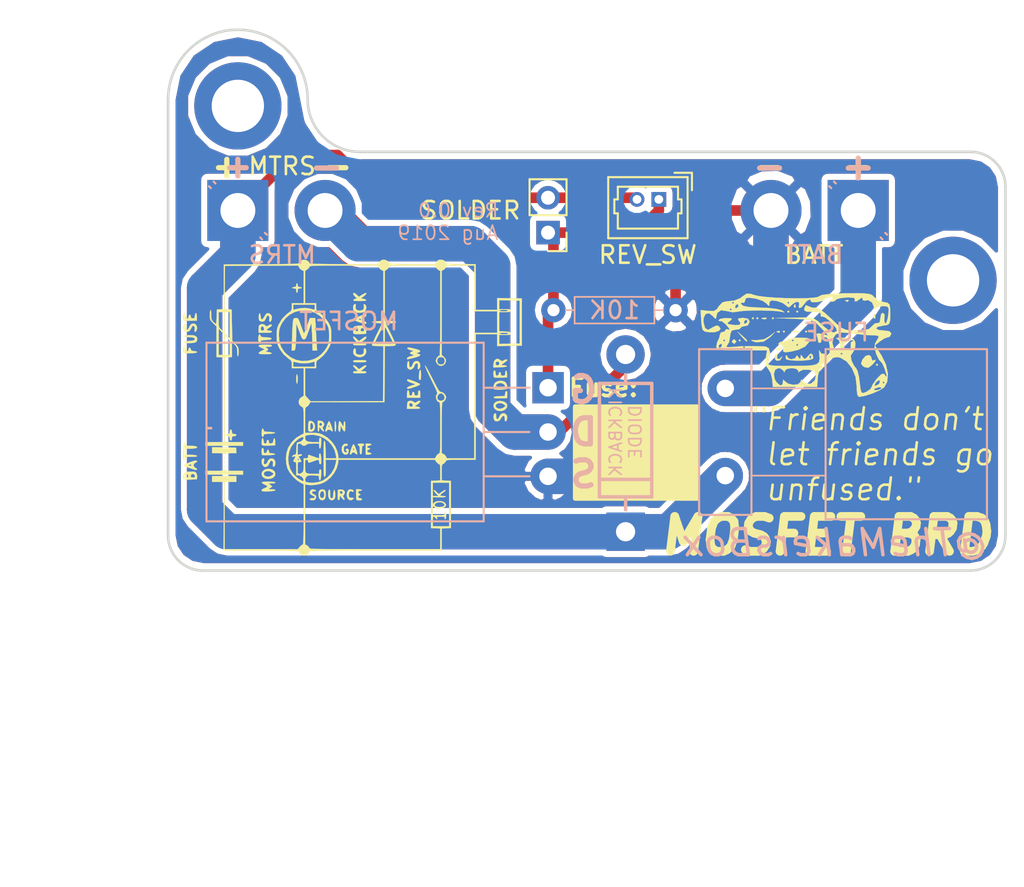
<source format=kicad_pcb>
(kicad_pcb (version 4) (host pcbnew 4.0.7)

  (general
    (links 12)
    (no_connects 0)
    (area 122.924999 75.924999 171.075001 107.075001)
    (thickness 1.6)
    (drawings 35)
    (tracks 61)
    (zones 0)
    (modules 12)
    (nets 7)
  )

  (page A4)
  (title_block
    (date "lun. 30 mars 2015")
  )

  (layers
    (0 F.Cu signal)
    (31 B.Cu signal)
    (32 B.Adhes user)
    (33 F.Adhes user)
    (34 B.Paste user)
    (35 F.Paste user)
    (36 B.SilkS user)
    (37 F.SilkS user)
    (38 B.Mask user)
    (39 F.Mask user)
    (40 Dwgs.User user)
    (41 Cmts.User user)
    (42 Eco1.User user)
    (43 Eco2.User user)
    (44 Edge.Cuts user)
    (45 Margin user)
    (46 B.CrtYd user)
    (47 F.CrtYd user)
    (48 B.Fab user hide)
    (49 F.Fab user hide)
  )

  (setup
    (last_trace_width 2.032)
    (user_trace_width 0.254)
    (user_trace_width 0.3048)
    (user_trace_width 0.4064)
    (user_trace_width 0.508)
    (user_trace_width 0.6096)
    (user_trace_width 0.9144)
    (user_trace_width 1.2)
    (user_trace_width 2.032)
    (trace_clearance 0.2)
    (zone_clearance 0.35)
    (zone_45_only no)
    (trace_min 0.2)
    (segment_width 0.15)
    (edge_width 0.15)
    (via_size 0.6)
    (via_drill 0.4)
    (via_min_size 0.4)
    (via_min_drill 0.3)
    (uvia_size 0.3)
    (uvia_drill 0.1)
    (uvias_allowed no)
    (uvia_min_size 0.2)
    (uvia_min_drill 0.1)
    (pcb_text_width 0.3)
    (pcb_text_size 1.5 1.5)
    (mod_edge_width 0.15)
    (mod_text_size 1 1)
    (mod_text_width 0.15)
    (pad_size 5 5)
    (pad_drill 3)
    (pad_to_mask_clearance 0)
    (aux_axis_origin 110.998 126.365)
    (visible_elements 7FFFFFEF)
    (pcbplotparams
      (layerselection 0x010f0_80000001)
      (usegerberextensions true)
      (excludeedgelayer true)
      (linewidth 0.100000)
      (plotframeref false)
      (viasonmask false)
      (mode 1)
      (useauxorigin false)
      (hpglpennumber 1)
      (hpglpenspeed 20)
      (hpglpendiameter 15)
      (hpglpenoverlay 2)
      (psnegative false)
      (psa4output false)
      (plotreference true)
      (plotvalue true)
      (plotinvisibletext false)
      (padsonsilk false)
      (subtractmaskfromsilk false)
      (outputformat 1)
      (mirror false)
      (drillshape 0)
      (scaleselection 1)
      (outputdirectory gerbers/))
  )

  (net 0 "")
  (net 1 "Net-(D1-Pad2)")
  (net 2 "Net-(J1-Pad1)")
  (net 3 "Net-(D1-Pad1)")
  (net 4 "Net-(BT1-Pad1)")
  (net 5 GND)
  (net 6 "Net-(J14-Pad1)")

  (net_class Default "This is the default net class."
    (clearance 0.2)
    (trace_width 0.25)
    (via_dia 0.6)
    (via_drill 0.4)
    (uvia_dia 0.3)
    (uvia_drill 0.1)
    (add_net GND)
    (add_net "Net-(BT1-Pad1)")
    (add_net "Net-(D1-Pad1)")
    (add_net "Net-(D1-Pad2)")
    (add_net "Net-(J1-Pad1)")
    (add_net "Net-(J14-Pad1)")
  )

  (module footprints:SolderWirePad_single_2-5mmDrill (layer F.Cu) (tedit 5D614CB0) (tstamp 5D019310)
    (at 167.998 90.365)
    (path /5CE78195)
    (fp_text reference J14 (at 0.052 -0.192) (layer F.SilkS) hide
      (effects (font (size 1 1) (thickness 0.15)))
    )
    (fp_text value MOUNT (at 0 -0.254) (layer F.Fab)
      (effects (font (size 1 1) (thickness 0.15)))
    )
    (pad 1 thru_hole circle (at 0 0) (size 5 5) (drill 3) (layers *.Cu *.Mask)
      (net 6 "Net-(J14-Pad1)"))
  )

  (module footprints:SolderWirePad_single_2-5mmDrill (layer F.Cu) (tedit 5D614D31) (tstamp 5D019308)
    (at 126.998 80.365)
    (path /5CE78195)
    (fp_text reference J14 (at 0.052 -0.192) (layer F.SilkS) hide
      (effects (font (size 1 1) (thickness 0.15)))
    )
    (fp_text value MOUNT (at 0 -0.254) (layer F.Fab)
      (effects (font (size 1 1) (thickness 0.15)))
    )
    (pad 1 thru_hole circle (at 0 0) (size 5 5) (drill 3) (layers *.Cu *.Mask))
  )

  (module footprints:Fuse_Littelfuse-LVR125 (layer B.Cu) (tedit 5D6164AA) (tstamp 5D001DA3)
    (at 154.94 99.06 90)
    (descr "Littelfuse, resettable fuse, PTC, polyswitch LVR125, Ih 1.25A, http://www.littelfuse.com/~/media/electronics/datasheets/resettable_ptcs/littelfuse_ptc_lvr_catalog_datasheet.pdf.pdf")
    (tags "LVR125 PTC resettable polyswitch ")
    (path /5D60788B)
    (fp_text reference F1 (at -5 0 90) (layer B.SilkS) hide
      (effects (font (size 1 1) (thickness 0.15)) (justify mirror))
    )
    (fp_text value FUSE (at 5.715 6.35 180) (layer B.SilkS)
      (effects (font (size 1 1) (thickness 0.15)) (justify mirror))
    )
    (fp_line (start 2.5 1.5) (end 2.5 5.75) (layer B.SilkS) (width 0.1))
    (fp_line (start -2.5 1.5) (end -2.5 5.75) (layer B.SilkS) (width 0.1))
    (fp_line (start -5 5.75) (end 4.75 5.75) (layer B.SilkS) (width 0.12))
    (fp_line (start 4.75 5.75) (end 4.75 15) (layer B.SilkS) (width 0.12))
    (fp_line (start 4.75 15) (end -5 15) (layer B.SilkS) (width 0.12))
    (fp_line (start -5 15) (end -5 5.75) (layer B.SilkS) (width 0.12))
    (fp_line (start -4.75 -1.5) (end 4.75 -1.5) (layer B.SilkS) (width 0.12))
    (fp_line (start 4.75 1.5) (end -4.75 1.5) (layer B.SilkS) (width 0.12))
    (fp_line (start -4.75 -1.5) (end -4.75 1.5) (layer B.SilkS) (width 0.12))
    (fp_line (start 4.75 1.5) (end 4.75 -1.5) (layer B.SilkS) (width 0.12))
    (fp_text user %R (at -5 0 90) (layer B.Fab)
      (effects (font (size 1 1) (thickness 0.15)) (justify mirror))
    )
    (pad 1 thru_hole circle (at -2.5 0 90) (size 2 2) (drill 1) (layers *.Cu *.Mask)
      (net 3 "Net-(D1-Pad1)"))
    (pad 2 thru_hole circle (at 2.5 0 90) (size 2 2) (drill 1) (layers *.Cu *.Mask)
      (net 4 "Net-(BT1-Pad1)"))
    (model ${KISYS3DMOD}/Fuse_Holders_and_Fuses.3dshapes/Fuse_Littelfuse-LVR125.wrl
      (at (xyz 0 0 0))
      (scale (xyz 1 1 1))
      (rotate (xyz 0 0 0))
    )
  )

  (module footprints:TO-220-3_Horizontal (layer B.Cu) (tedit 5D6081C6) (tstamp 5D5DB668)
    (at 144.78 96.52 270)
    (descr "TO-220-3, Horizontal, RM 2.54mm")
    (tags "TO-220-3 Horizontal RM 2.54mm")
    (path /5D6079B8)
    (fp_text reference Q1 (at 2.54 20.58 270) (layer B.SilkS) hide
      (effects (font (size 1 1) (thickness 0.15)) (justify mirror))
    )
    (fp_text value MOSFET (at -3.81 11.43 360) (layer B.SilkS)
      (effects (font (size 1 1) (thickness 0.15)) (justify mirror))
    )
    (fp_text user %R (at 2.54 20.58 270) (layer B.Fab)
      (effects (font (size 1 1) (thickness 0.15)) (justify mirror))
    )
    (fp_line (start -2.46 13.06) (end -2.46 19.46) (layer B.Fab) (width 0.1))
    (fp_line (start -2.46 19.46) (end 7.54 19.46) (layer B.Fab) (width 0.1))
    (fp_line (start 7.54 19.46) (end 7.54 13.06) (layer B.Fab) (width 0.1))
    (fp_line (start 7.54 13.06) (end -2.46 13.06) (layer B.Fab) (width 0.1))
    (fp_line (start -2.46 3.81) (end -2.46 13.06) (layer B.Fab) (width 0.1))
    (fp_line (start -2.46 13.06) (end 7.54 13.06) (layer B.Fab) (width 0.1))
    (fp_line (start 7.54 13.06) (end 7.54 3.81) (layer B.Fab) (width 0.1))
    (fp_line (start 7.54 3.81) (end -2.46 3.81) (layer B.Fab) (width 0.1))
    (fp_line (start 0 3.81) (end 0 0) (layer B.Fab) (width 0.1))
    (fp_line (start 2.54 3.81) (end 2.54 0) (layer B.Fab) (width 0.1))
    (fp_line (start 5.08 3.81) (end 5.08 0) (layer B.Fab) (width 0.1))
    (fp_line (start -2.58 3.69) (end 7.66 3.69) (layer B.SilkS) (width 0.12))
    (fp_line (start -2.58 19.58) (end 7.66 19.58) (layer B.SilkS) (width 0.12))
    (fp_line (start -2.58 19.58) (end -2.58 3.69) (layer B.SilkS) (width 0.12))
    (fp_line (start 7.66 19.58) (end 7.66 3.69) (layer B.SilkS) (width 0.12))
    (fp_line (start 0 3.69) (end 0 1.05) (layer B.SilkS) (width 0.12))
    (fp_line (start 2.54 3.69) (end 2.54 1.066) (layer B.SilkS) (width 0.12))
    (fp_line (start 5.08 3.69) (end 5.08 1.066) (layer B.SilkS) (width 0.12))
    (fp_line (start -2.71 19.71) (end -2.71 -1.15) (layer B.CrtYd) (width 0.05))
    (fp_line (start -2.71 -1.15) (end 7.79 -1.15) (layer B.CrtYd) (width 0.05))
    (fp_line (start 7.79 -1.15) (end 7.79 19.71) (layer B.CrtYd) (width 0.05))
    (fp_line (start 7.79 19.71) (end -2.71 19.71) (layer B.CrtYd) (width 0.05))
    (fp_circle (center 2.54 16.66) (end 4.39 16.66) (layer B.Fab) (width 0.1))
    (pad 1 thru_hole rect (at 0 0 270) (size 1.8 1.8) (drill 1) (layers *.Cu *.Mask)
      (net 2 "Net-(J1-Pad1)"))
    (pad 2 thru_hole oval (at 2.54 0 270) (size 1.8 1.8) (drill 1) (layers *.Cu *.Mask)
      (net 1 "Net-(D1-Pad2)"))
    (pad 3 thru_hole oval (at 5.08 0 270) (size 1.8 1.8) (drill 1) (layers *.Cu *.Mask)
      (net 5 GND))
    (model ${KISYS3DMOD}/TO_SOT_Packages_THT.3dshapes/TO-220-3_Horizontal.wrl
      (at (xyz 0.1 0 0))
      (scale (xyz 0.393701 0.393701 0.393701))
      (rotate (xyz 0 0 0))
    )
  )

  (module footprints:Terminal_no_silk (layer B.Cu) (tedit 5D6162FE) (tstamp 5CFEEB6E)
    (at 127 86.36)
    (descr "Terminal Block Phoenix PT-1,5-2-5.0-H, 2 pins, pitch 5mm, size 10x9mm^2, drill diamater 1.3mm, pad diameter 2.6mm, see http://www.mouser.com/ds/2/324/ItemDetail_1935161-922578.pdf, script-generated using https://github.com/pointhi/kicad-footprint-generator/scripts/TerminalBlock_Phoenix")
    (tags "THT Terminal Block Phoenix PT-1,5-2-5.0-H pitch 5mm size 10x9mm^2 drill 1.3mm pad 2.6mm")
    (path /5D60B0F5)
    (fp_text reference M1 (at 2 -3) (layer B.SilkS) hide
      (effects (font (size 1 1) (thickness 0.15)) (justify mirror))
    )
    (fp_text value MTRS (at 2.54 2.54) (layer B.SilkS)
      (effects (font (size 1 1) (thickness 0.15)) (justify mirror))
    )
    (fp_circle (center 0 0) (end 2 0) (layer B.Fab) (width 0.1))
    (fp_circle (center 5 0) (end 7 0) (layer B.Fab) (width 0.1))
    (fp_line (start 1.517 1.273) (end -1.273 -1.517) (layer B.Fab) (width 0.1))
    (fp_line (start 1.273 1.517) (end -1.517 -1.273) (layer B.Fab) (width 0.1))
    (fp_line (start 1.654 1.388) (end 1.547 1.281) (layer B.SilkS) (width 0.12))
    (fp_line (start -1.282 -1.547) (end -1.388 -1.654) (layer B.SilkS) (width 0.12))
    (fp_line (start 1.388 1.654) (end 1.281 1.547) (layer B.SilkS) (width 0.12))
    (fp_line (start -1.548 -1.281) (end -1.654 -1.388) (layer B.SilkS) (width 0.12))
    (fp_line (start 6.517 1.273) (end 3.728 -1.517) (layer B.Fab) (width 0.1))
    (fp_line (start 6.273 1.517) (end 3.484 -1.273) (layer B.Fab) (width 0.1))
    (fp_line (start -3 4.5) (end -3 -5.5) (layer B.CrtYd) (width 0.05))
    (fp_line (start -3 -5.5) (end 8 -5.5) (layer B.CrtYd) (width 0.05))
    (fp_line (start 8 -5.5) (end 8 4.5) (layer B.CrtYd) (width 0.05))
    (fp_line (start 8 4.5) (end -3 4.5) (layer B.CrtYd) (width 0.05))
    (fp_text user %R (at 2.5 -2.9) (layer B.Fab)
      (effects (font (size 1 1) (thickness 0.15)) (justify mirror))
    )
    (pad 1 thru_hole rect (at 0 0) (size 3.5 3.5) (drill 2) (layers *.Cu *.Mask)
      (net 3 "Net-(D1-Pad1)"))
    (pad 2 thru_hole circle (at 5 0) (size 3.5 3.5) (drill 2) (layers *.Cu *.Mask)
      (net 1 "Net-(D1-Pad2)"))
    (model ${KISYS3DMOD}/TerminalBlock_Phoenix.3dshapes/TerminalBlock_Phoenix_PT-1,5-2-5.0-H_1x02_P5.00mm_Horizontal.wrl
      (at (xyz 0 0 0))
      (scale (xyz 1 1 1))
      (rotate (xyz 0 0 0))
    )
  )

  (module footprints:Molex_PicoBlade_53047-0210_02x1.25mm_Straight (layer F.Cu) (tedit 5D60820C) (tstamp 5D10520B)
    (at 151.13 85.725 180)
    (descr "Molex PicoBlade, single row, top entry type, through hole, PN:53047-0210")
    (tags "connector molex picoblade")
    (path /5D6081C2)
    (fp_text reference J1 (at 0.625 2.5 180) (layer F.SilkS) hide
      (effects (font (size 1 1) (thickness 0.15)))
    )
    (fp_text value REV_SW (at 0.635 -3.175 180) (layer F.SilkS)
      (effects (font (size 1 1) (thickness 0.15)))
    )
    (fp_line (start -2 -2.55) (end -2 1.6) (layer F.CrtYd) (width 0.05))
    (fp_line (start -2 1.6) (end 3.25 1.6) (layer F.CrtYd) (width 0.05))
    (fp_line (start 3.25 1.6) (end 3.25 -2.55) (layer F.CrtYd) (width 0.05))
    (fp_line (start 3.25 -2.55) (end -2 -2.55) (layer F.CrtYd) (width 0.05))
    (fp_line (start -1.5 -2.075) (end -1.5 1.125) (layer F.Fab) (width 0.1))
    (fp_line (start -1.5 1.125) (end 2.75 1.125) (layer F.Fab) (width 0.1))
    (fp_line (start 2.75 1.125) (end 2.75 -2.075) (layer F.Fab) (width 0.1))
    (fp_line (start 2.75 -2.075) (end -1.5 -2.075) (layer F.Fab) (width 0.1))
    (fp_line (start -1.65 -2.225) (end -1.65 1.275) (layer F.SilkS) (width 0.12))
    (fp_line (start -1.65 1.275) (end 2.9 1.275) (layer F.SilkS) (width 0.12))
    (fp_line (start 2.9 1.275) (end 2.9 -2.225) (layer F.SilkS) (width 0.12))
    (fp_line (start 2.9 -2.225) (end -1.65 -2.225) (layer F.SilkS) (width 0.12))
    (fp_line (start 0.625 0.725) (end -1.1 0.725) (layer F.SilkS) (width 0.12))
    (fp_line (start -1.1 0.725) (end -1.1 0) (layer F.SilkS) (width 0.12))
    (fp_line (start -1.1 0) (end -1.3 0) (layer F.SilkS) (width 0.12))
    (fp_line (start -1.3 0) (end -1.3 -0.8) (layer F.SilkS) (width 0.12))
    (fp_line (start -1.3 -0.8) (end -1.1 -0.8) (layer F.SilkS) (width 0.12))
    (fp_line (start -1.1 -0.8) (end -1.1 -1.675) (layer F.SilkS) (width 0.12))
    (fp_line (start -1.1 -1.675) (end 0.625 -1.675) (layer F.SilkS) (width 0.12))
    (fp_line (start 0.625 0.725) (end 2.35 0.725) (layer F.SilkS) (width 0.12))
    (fp_line (start 2.35 0.725) (end 2.35 0) (layer F.SilkS) (width 0.12))
    (fp_line (start 2.35 0) (end 2.55 0) (layer F.SilkS) (width 0.12))
    (fp_line (start 2.55 0) (end 2.55 -0.8) (layer F.SilkS) (width 0.12))
    (fp_line (start 2.55 -0.8) (end 2.35 -0.8) (layer F.SilkS) (width 0.12))
    (fp_line (start 2.35 -0.8) (end 2.35 -1.675) (layer F.SilkS) (width 0.12))
    (fp_line (start 2.35 -1.675) (end 0.625 -1.675) (layer F.SilkS) (width 0.12))
    (fp_line (start -1.9 1.525) (end -1.9 0.525) (layer F.SilkS) (width 0.12))
    (fp_line (start -1.9 1.525) (end -0.9 1.525) (layer F.SilkS) (width 0.12))
    (fp_text user %R (at 0.625 -1.25 180) (layer F.Fab)
      (effects (font (size 1 1) (thickness 0.15)))
    )
    (pad 1 thru_hole rect (at 0 0 180) (size 0.85 0.85) (drill 0.5) (layers *.Cu *.Mask)
      (net 2 "Net-(J1-Pad1)"))
    (pad 2 thru_hole circle (at 1.25 0 180) (size 0.85 0.85) (drill 0.5) (layers *.Cu *.Mask)
      (net 3 "Net-(D1-Pad1)"))
    (model ${KISYS3DMOD}/Connectors_Molex.3dshapes/Molex_PicoBlade_53047-0210_02x1.25mm_Straight.wrl
      (at (xyz 0 0 0))
      (scale (xyz 1 1 1))
      (rotate (xyz 0 0 0))
    )
  )

  (module footprints:D_DO-41 (layer B.Cu) (tedit 5D60C706) (tstamp 5CE766AD)
    (at 149.225 104.775 90)
    (descr "D, DO-41_SOD81 series, Axial, Horizontal, pin pitch=10.16mm, , length*diameter=5.2*2.7mm^2, , http://www.diodes.com/_files/packages/DO-41%20(Plastic).pdf")
    (tags "D DO-41_SOD81 series Axial Horizontal pin pitch 10.16mm  length 5.2mm diameter 2.7mm")
    (path /5D60795D)
    (fp_text reference D1 (at 5.08 2.41 90) (layer B.SilkS) hide
      (effects (font (size 1 1) (thickness 0.15)) (justify mirror))
    )
    (fp_text value KICKBACK (at 5.87 0.14 90) (layer B.SilkS) hide
      (effects (font (size 0.7 0.7) (thickness 0.15)) (justify mirror))
    )
    (fp_line (start 2 0) (end 1.25 0) (layer B.SilkS) (width 0.2))
    (fp_line (start 8.5 0) (end 9 0) (layer B.SilkS) (width 0.2))
    (fp_line (start 3 1.5) (end 3 -1.5) (layer B.SilkS) (width 0.2))
    (fp_line (start 2 1.5) (end 2 -1.5) (layer B.SilkS) (width 0.2))
    (fp_line (start 2 -1.5) (end 8.5 -1.5) (layer B.SilkS) (width 0.2))
    (fp_line (start 8.5 -1.5) (end 8.5 1.5) (layer B.SilkS) (width 0.2))
    (fp_line (start 8.5 1.5) (end 2 1.5) (layer B.SilkS) (width 0.2))
    (fp_text user %R (at 5.08 0 90) (layer B.Fab)
      (effects (font (size 1 1) (thickness 0.15)) (justify mirror))
    )
    (fp_line (start -1.35 1.7) (end -1.35 -1.7) (layer B.CrtYd) (width 0.05))
    (fp_line (start -1.35 -1.7) (end 11.55 -1.7) (layer B.CrtYd) (width 0.05))
    (fp_line (start 11.55 -1.7) (end 11.55 1.7) (layer B.CrtYd) (width 0.05))
    (fp_line (start 11.55 1.7) (end -1.35 1.7) (layer B.CrtYd) (width 0.05))
    (pad 1 thru_hole rect (at 0 0 90) (size 2.2 2.2) (drill 1.1) (layers *.Cu *.Mask)
      (net 3 "Net-(D1-Pad1)"))
    (pad 2 thru_hole oval (at 10.16 0 90) (size 2.2 2.2) (drill 1.1) (layers *.Cu *.Mask)
      (net 1 "Net-(D1-Pad2)"))
    (model ${KISYS3DMOD}/Diodes_THT.3dshapes/D_DO-41_SOD81_P10.16mm_Horizontal.wrl
      (at (xyz 0 0 0))
      (scale (xyz 0.393701 0.393701 0.393701))
      (rotate (xyz 0 0 0))
    )
  )

  (module footprints:stryfe (layer F.Cu) (tedit 0) (tstamp 5D1F0CC3)
    (at 159 94)
    (fp_text reference G*** (at 0 0) (layer F.SilkS) hide
      (effects (font (thickness 0.3)))
    )
    (fp_text value LOGO (at 0.75 0) (layer F.SilkS) hide
      (effects (font (thickness 0.3)))
    )
    (fp_poly (pts (xy 3.91331 -2.886592) (xy 4.189848 -2.854299) (xy 4.356103 -2.793158) (xy 4.459915 -2.696887)
      (xy 4.476127 -2.67468) (xy 4.720944 -2.48501) (xy 5.020685 -2.392346) (xy 5.24413 -2.350483)
      (xy 5.35542 -2.244686) (xy 5.393517 -2.004868) (xy 5.3975 -1.7145) (xy 5.388845 -1.337641)
      (xy 5.334431 -1.144992) (xy 5.191579 -1.066782) (xy 4.98475 -1.039704) (xy 4.66579 -0.96871)
      (xy 4.585447 -0.869862) (xy 4.738696 -0.787107) (xy 5.0165 -0.762) (xy 5.345259 -0.720691)
      (xy 5.460196 -0.58885) (xy 5.461 -0.5715) (xy 5.366566 -0.402966) (xy 5.284569 -0.381)
      (xy 5.063812 -0.305971) (xy 4.813168 -0.142148) (xy 4.518198 0.096704) (xy 4.88283 0.6477)
      (xy 5.145631 1.177237) (xy 5.261388 1.710533) (xy 5.224071 2.180157) (xy 5.048402 2.498967)
      (xy 4.792284 2.66609) (xy 4.396271 2.840427) (xy 3.969784 2.980637) (xy 3.622243 3.045379)
      (xy 3.600315 3.046072) (xy 3.506991 2.928131) (xy 3.471565 2.590349) (xy 3.473315 2.44475)
      (xy 3.407371 1.896231) (xy 3.200546 1.399173) (xy 2.892284 1.011951) (xy 2.522025 0.792936)
      (xy 2.338135 0.764711) (xy 2.009396 0.825632) (xy 1.814199 1.05177) (xy 1.801108 1.0795)
      (xy 1.633224 1.314116) (xy 1.470524 1.397) (xy 1.331228 1.503152) (xy 1.254603 1.834406)
      (xy 1.245552 1.93675) (xy 1.2065 2.4765) (xy -1.3335 2.4765) (xy -1.372359 2.032)
      (xy -1.44055 1.741279) (xy -1.275297 1.741279) (xy -1.224856 2.034482) (xy -1.11125 2.223029)
      (xy -0.901082 2.392668) (xy -0.781655 2.333872) (xy -0.760056 2.19075) (xy -0.736492 2.047969)
      (xy -0.64705 2.143932) (xy -0.645136 2.146948) (xy -0.453716 2.28954) (xy -0.17593 2.350852)
      (xy 0.089907 2.328332) (xy 0.245478 2.219429) (xy 0.255944 2.170332) (xy 0.293429 2.05478)
      (xy 0.351194 2.108207) (xy 0.589714 2.296255) (xy 0.853649 2.283201) (xy 1.064191 2.099574)
      (xy 1.143 1.801485) (xy 1.065063 1.606288) (xy 0.797122 1.502294) (xy 0.73025 1.491103)
      (xy 0.413253 1.487734) (xy 0.226369 1.568774) (xy 0.224194 1.571938) (xy 0.14305 1.637919)
      (xy 0.128944 1.55575) (xy 0.015479 1.440615) (xy -0.254 1.397) (xy -0.529925 1.443626)
      (xy -0.645027 1.55575) (xy -0.670555 1.649337) (xy -0.71911 1.55575) (xy -0.884144 1.422589)
      (xy -1.026584 1.397) (xy -1.206083 1.498308) (xy -1.275297 1.741279) (xy -1.44055 1.741279)
      (xy -1.453326 1.686814) (xy -1.598002 1.445496) (xy -1.612038 1.433754) (xy -1.748123 1.221862)
      (xy -1.744879 0.862383) (xy -1.739914 0.830504) (xy -1.66697 0.381) (xy -3.119485 0.381)
      (xy -3.74701 0.377669) (xy -4.16322 0.363118) (xy -4.410763 0.330512) (xy -4.532285 0.273014)
      (xy -4.570435 0.183788) (xy -4.572001 0.148166) (xy -4.568038 0.127) (xy -4.445 0.127)
      (xy -4.40167 0.250698) (xy -4.388996 0.254) (xy -4.280567 0.165006) (xy -4.2545 0.127)
      (xy -4.26457 0.009971) (xy -4.310505 0) (xy -4.439832 0.09219) (xy -4.445 0.127)
      (xy -4.568038 0.127) (xy -4.525802 -0.098564) (xy -4.47837 -0.178297) (xy -4.473195 -0.1905)
      (xy -4.191 -0.1905) (xy -4.1275 -0.127) (xy -4.064 -0.1905) (xy -4.1275 -0.254)
      (xy -4.191 -0.1905) (xy -4.473195 -0.1905) (xy -4.394536 -0.375976) (xy -4.38312 -0.485214)
      (xy -4.306528 -0.651325) (xy -4.22275 -0.66675) (xy -4.077188 -0.718612) (xy -4.064 -0.769496)
      (xy -3.986196 -0.845345) (xy -3.937 -0.8255) (xy -3.817545 -0.787671) (xy -3.851599 -0.894178)
      (xy -4.022414 -1.100866) (xy -4.053417 -1.132417) (xy -4.254675 -1.28652) (xy -4.370917 -1.30175)
      (xy -4.441883 -1.318376) (xy -4.445 -1.350434) (xy -4.333534 -1.432356) (xy -4.06027 -1.472408)
      (xy -4.010964 -1.4732) (xy -3.737757 -1.461386) (xy -3.68384 -1.409399) (xy -3.788714 -1.31214)
      (xy -3.926961 -1.195202) (xy -3.905645 -1.133492) (xy -3.686492 -1.09235) (xy -3.52425 -1.072629)
      (xy -3.242714 -1.080229) (xy -3.189367 -1.193607) (xy -3.246294 -1.27) (xy -2.9845 -1.27)
      (xy -2.974431 -1.152972) (xy -2.928496 -1.143) (xy -2.799169 -1.235191) (xy -2.794 -1.27)
      (xy -2.837331 -1.393699) (xy -2.850005 -1.397) (xy -2.958434 -1.308007) (xy -2.9845 -1.27)
      (xy -3.246294 -1.27) (xy -3.306234 -1.350434) (xy -3.319186 -1.446139) (xy -3.095632 -1.481269)
      (xy -3.052234 -1.481667) (xy -2.766929 -1.439293) (xy -2.669023 -1.289715) (xy -2.667 -1.248834)
      (xy -2.766294 -1.052523) (xy -2.921 -1.016) (xy -3.127474 -0.969682) (xy -3.175001 -0.905544)
      (xy -3.282167 -0.825178) (xy -3.460751 -0.810294) (xy -3.697979 -0.74872) (xy -3.763314 -0.5715)
      (xy -3.837801 -0.102116) (xy -3.988392 0.145932) (xy -3.994206 0.150227) (xy -3.961984 0.191131)
      (xy -3.737578 0.190779) (xy -3.613206 0.17879) (xy -3.067303 0.14107) (xy -2.997606 0.140106)
      (xy -3.048 0.1905) (xy -2.9845 0.254) (xy -2.921 0.1905) (xy -2.971751 0.139749)
      (xy -2.423446 0.132167) (xy -1.836206 0.15356) (xy -1.74625 0.160944) (xy -1.564846 0.252733)
      (xy -1.496867 0.517938) (xy -1.494333 0.635) (xy -1.527518 0.793016) (xy -1.581431 0.98425)
      (xy -1.610982 1.106923) (xy -1.583792 1.188242) (xy -1.459136 1.236708) (xy -1.196288 1.260822)
      (xy -0.754524 1.269086) (xy -0.212646 1.27) (xy 0.453199 1.265251) (xy 0.903714 1.239169)
      (xy 1.129905 1.185333) (xy 1.439333 1.185333) (xy 1.456766 1.260834) (xy 1.524 1.27)
      (xy 1.628535 1.223532) (xy 1.608666 1.185333) (xy 1.457947 1.170133) (xy 1.439333 1.185333)
      (xy 1.129905 1.185333) (xy 1.177542 1.173995) (xy 1.313325 1.051972) (xy 1.349709 0.855344)
      (xy 1.325337 0.566354) (xy 1.32498 0.56345) (xy 1.312062 0.371232) (xy 1.341047 0.39379)
      (xy 1.347672 0.414304) (xy 1.455587 0.567322) (xy 1.533611 0.565559) (xy 1.643671 0.582768)
      (xy 1.651 0.623518) (xy 1.74125 0.705843) (xy 1.812858 0.691917) (xy 1.887391 0.5715)
      (xy 2.54 0.5715) (xy 2.6035 0.635) (xy 2.667 0.5715) (xy 2.6035 0.508)
      (xy 2.54 0.5715) (xy 1.887391 0.5715) (xy 1.921076 0.517078) (xy 1.926628 0.125552)
      (xy 1.926518 0.124403) (xy 1.897724 -0.039378) (xy 2.082601 -0.039378) (xy 2.156404 0.236687)
      (xy 2.304933 0.370208) (xy 2.456178 0.342056) (xy 2.517338 0.186114) (xy 2.727368 0.186114)
      (xy 2.852176 0.313121) (xy 2.947342 0.326571) (xy 3.128671 0.25849) (xy 3.131085 0.099785)
      (xy 3.14169 -0.08737) (xy 3.208056 -0.127) (xy 3.292357 -0.171123) (xy 3.278105 -0.193229)
      (xy 3.122182 -0.205775) (xy 2.971188 -0.161479) (xy 2.768508 -0.002153) (xy 2.727368 0.186114)
      (xy 2.517338 0.186114) (xy 2.538129 0.133103) (xy 2.54 0.082124) (xy 2.456457 -0.201058)
      (xy 2.31775 -0.297643) (xy 2.301365 -0.328484) (xy 2.494562 -0.341951) (xy 2.7305 -0.338705)
      (xy 3.110426 -0.313816) (xy 3.305541 -0.248295) (xy 3.38499 -0.106237) (xy 3.40367 0.01087)
      (xy 3.364946 0.318322) (xy 3.251804 0.496958) (xy 3.130099 0.681441) (xy 3.176321 0.954919)
      (xy 3.189828 0.991502) (xy 3.325654 1.265672) (xy 3.444072 1.406315) (xy 3.525597 1.566699)
      (xy 3.602681 1.897838) (xy 3.643328 2.192317) (xy 3.690532 2.591206) (xy 3.746933 2.786486)
      (xy 3.84484 2.827496) (xy 4.016559 2.763574) (xy 4.017201 2.763282) (xy 4.244841 2.612748)
      (xy 4.260381 2.587599) (xy 4.479078 2.587599) (xy 4.481898 2.650719) (xy 4.628004 2.667)
      (xy 4.839203 2.597251) (xy 4.88218 2.551843) (xy 4.841543 2.48694) (xy 4.699175 2.503156)
      (xy 4.479078 2.587599) (xy 4.260381 2.587599) (xy 4.322013 2.487864) (xy 4.371107 2.379118)
      (xy 4.492646 2.379118) (xy 4.548954 2.413) (xy 4.735094 2.319534) (xy 4.767722 2.27755)
      (xy 4.783551 2.2225) (xy 4.953 2.2225) (xy 5.0165 2.286) (xy 5.08 2.2225)
      (xy 5.0165 2.159) (xy 4.953 2.2225) (xy 4.783551 2.2225) (xy 4.815262 2.11222)
      (xy 4.716706 2.098655) (xy 4.574547 2.21943) (xy 4.492646 2.379118) (xy 4.371107 2.379118)
      (xy 4.402401 2.309803) (xy 4.596257 2.044) (xy 4.65108 1.97972) (xy 4.877337 1.753459)
      (xy 5.015408 1.714829) (xy 5.089622 1.78922) (xy 5.187713 1.907316) (xy 5.186206 1.79809)
      (xy 5.085465 1.467724) (xy 5.067576 1.415951) (xy 4.949255 1.144694) (xy 4.846925 1.017363)
      (xy 4.839089 1.016) (xy 4.742922 0.908956) (xy 4.616802 0.643805) (xy 4.587021 0.565219)
      (xy 4.49292 0.228819) (xy 4.523391 -0.010135) (xy 4.619398 -0.183751) (xy 4.733271 -0.379327)
      (xy 4.694775 -0.462931) (xy 4.459733 -0.482639) (xy 4.34414 -0.483279) (xy 3.932572 -0.506988)
      (xy 3.429705 -0.5655) (xy 3.203159 -0.601) (xy 2.644625 -0.6461) (xy 2.284355 -0.546113)
      (xy 2.106971 -0.293331) (xy 2.082601 -0.039378) (xy 1.897724 -0.039378) (xy 1.867142 -0.213319)
      (xy 1.751511 -0.359495) (xy 1.630165 -0.381) (xy 1.460719 -0.333208) (xy 1.455076 -0.262776)
      (xy 1.43915 -0.099666) (xy 1.399071 -0.064781) (xy 1.280296 -0.06704) (xy 1.27 -0.109118)
      (xy 1.227817 -0.328508) (xy 1.190436 -0.440565) (xy 1.1738 -0.577361) (xy 1.315511 -0.594184)
      (xy 1.476186 -0.561206) (xy 1.8415 -0.474508) (xy 1.40834 -0.931108) (xy 1.186995 -1.152632)
      (xy 0.990296 -1.290251) (xy 0.747401 -1.367143) (xy 0.38747 -1.406484) (xy -0.11566 -1.429738)
      (xy -1.2065 -1.471769) (xy -0.095545 -1.497885) (xy 0.439952 -1.507013) (xy 0.792166 -1.491353)
      (xy 1.031741 -1.432223) (xy 1.22932 -1.310944) (xy 1.455548 -1.108835) (xy 1.486664 -1.079501)
      (xy 1.87858 -0.755698) (xy 2.153136 -0.640562) (xy 2.327466 -0.727289) (xy 2.337063 -0.741877)
      (xy 2.29933 -0.886359) (xy 2.12708 -1.106432) (xy 1.889272 -1.336942) (xy 1.654864 -1.512731)
      (xy 1.492817 -1.568644) (xy 1.473316 -1.557984) (xy 1.410531 -1.565769) (xy 1.418166 -1.651001)
      (xy 1.385276 -1.775468) (xy 1.180573 -1.827814) (xy 0.938417 -1.831845) (xy 0.609207 -1.84169)
      (xy 0.474728 -1.906546) (xy 0.477129 -2.054657) (xy 0.477679 -2.056771) (xy 0.564829 -2.213227)
      (xy 0.712394 -2.147469) (xy 0.960887 -2.059954) (xy 1.078737 -2.077634) (xy 1.283171 -2.028611)
      (xy 1.621513 -1.789329) (xy 1.98911 -1.456843) (xy 2.357583 -1.108319) (xy 2.623256 -0.901566)
      (xy 2.863776 -0.799591) (xy 3.156792 -0.765406) (xy 3.447679 -0.762001) (xy 3.900723 -0.780192)
      (xy 4.170327 -0.847169) (xy 4.32525 -0.981537) (xy 4.339559 -1.003329) (xy 4.523052 -1.168587)
      (xy 4.658135 -1.180241) (xy 4.790655 -1.225089) (xy 4.826 -1.446913) (xy 4.869664 -1.69198)
      (xy 4.958567 -1.778001) (xy 5.068153 -1.680489) (xy 5.070519 -1.619251) (xy 5.061299 -1.344449)
      (xy 5.064952 -1.280584) (xy 5.107146 -1.147523) (xy 5.175976 -1.217809) (xy 5.247524 -1.445867)
      (xy 5.290545 -1.710388) (xy 5.306193 -2.009184) (xy 5.22585 -2.133356) (xy 4.994608 -2.158936)
      (xy 4.966574 -2.159) (xy 4.679046 -2.110531) (xy 4.529109 -2.00025) (xy 4.476772 -1.975633)
      (xy 4.455026 -2.113663) (xy 4.353045 -2.365788) (xy 4.134995 -2.50103) (xy 3.925539 -2.469417)
      (xy 3.820745 -2.497403) (xy 3.81 -2.557905) (xy 3.772897 -2.652503) (xy 3.657599 -2.5654)
      (xy 3.474385 -2.436435) (xy 3.352267 -2.428372) (xy 3.369426 -2.546353) (xy 3.369483 -2.546446)
      (xy 3.31614 -2.629718) (xy 3.023627 -2.654844) (xy 2.868978 -2.649715) (xy 2.524031 -2.611707)
      (xy 2.314874 -2.549794) (xy 2.286 -2.516269) (xy 2.181011 -2.429568) (xy 2.06375 -2.414945)
      (xy 1.916684 -2.43592) (xy 2.007672 -2.524091) (xy 2.032 -2.54) (xy 2.131738 -2.63264)
      (xy 2.005601 -2.663644) (xy 1.93675 -2.665056) (xy 1.713688 -2.623957) (xy 1.651 -2.553895)
      (xy 1.539482 -2.465501) (xy 1.265975 -2.396603) (xy 1.215408 -2.389937) (xy 0.945306 -2.381339)
      (xy 0.837506 -2.425305) (xy 0.841903 -2.439542) (xy 0.810304 -2.534597) (xy 0.770571 -2.540001)
      (xy 0.605962 -2.443634) (xy 0.478526 -2.286001) (xy 0.310482 -2.088769) (xy 0.180602 -2.038973)
      (xy 0.150648 -2.149445) (xy 0.172926 -2.2225) (xy 0.164559 -2.379074) (xy 0.020151 -2.402292)
      (xy -0.181455 -2.294224) (xy -0.263518 -2.211032) (xy -0.41552 -2.078842) (xy -0.540715 -2.15816)
      (xy -0.564819 -2.189626) (xy -0.776994 -2.339478) (xy -0.806496 -2.3495) (xy -0.508 -2.3495)
      (xy -0.4445 -2.286) (xy -0.381 -2.3495) (xy -0.4445 -2.413) (xy -0.508 -2.3495)
      (xy -0.806496 -2.3495) (xy -1.103242 -2.450305) (xy -1.11125 -2.451919) (xy -1.3985 -2.484306)
      (xy -1.513639 -2.40992) (xy -1.52804 -2.314575) (xy -1.547783 -2.165874) (xy -1.6354 -2.232845)
      (xy -1.688975 -2.301593) (xy -1.907676 -2.45137) (xy -2.262007 -2.573631) (xy -2.383436 -2.598506)
      (xy -2.724572 -2.640754) (xy -2.882804 -2.605023) (xy -2.921 -2.480168) (xy -2.983854 -2.341814)
      (xy -3.064476 -2.359683) (xy -3.161525 -2.35869) (xy -3.14901 -2.271928) (xy -3.034798 -2.174472)
      (xy -2.747374 -2.112736) (xy -2.251879 -2.08042) (xy -2.062978 -2.075626) (xy -1.549407 -2.048455)
      (xy -1.113994 -1.994365) (xy -0.835925 -1.923943) (xy -0.803694 -1.907287) (xy -0.663484 -1.806173)
      (xy -0.740673 -1.811235) (xy -0.782999 -1.8238) (xy -1.054929 -1.866979) (xy -1.489235 -1.895038)
      (xy -2.00816 -1.907674) (xy -2.533947 -1.904585) (xy -2.98884 -1.885468) (xy -3.295081 -1.850019)
      (xy -3.352478 -1.83381) (xy -3.644928 -1.80535) (xy -3.945297 -1.869257) (xy -4.300607 -1.921252)
      (xy -4.518203 -1.772389) (xy -4.57604 -1.53035) (xy -4.606055 -1.418603) (xy -4.714876 -1.513131)
      (xy -4.760438 -1.571679) (xy -4.990216 -1.750429) (xy -5.1895 -1.707693) (xy -5.304692 -1.47493)
      (xy -5.310362 -1.248904) (xy -5.219695 -0.907441) (xy -5.04839 -0.794272) (xy -4.813613 -0.919901)
      (xy -4.797838 -0.935306) (xy -4.557849 -1.048073) (xy -4.434909 -1.009764) (xy -4.32745 -0.867133)
      (xy -4.423899 -0.74029) (xy -4.674724 -0.661929) (xy -4.968601 -0.6575) (xy -5.226106 -0.697011)
      (xy -5.358014 -0.798369) (xy -5.414703 -1.032483) (xy -5.436813 -1.316528) (xy -5.476125 -1.934555)
      (xy -5.032386 -1.882751) (xy -4.709025 -1.87797) (xy -4.565294 -1.9685) (xy -3.81 -1.9685)
      (xy -3.7465 -1.905) (xy -3.683 -1.9685) (xy -3.7465 -2.032) (xy -3.81 -1.9685)
      (xy -4.565294 -1.9685) (xy -4.53025 -1.990572) (xy -4.456047 -2.121974) (xy -4.422067 -2.159)
      (xy -3.4925 -2.159) (xy -3.482431 -2.041972) (xy -3.436496 -2.032) (xy -3.307169 -2.124191)
      (xy -3.302 -2.159) (xy -3.345331 -2.282699) (xy -3.358005 -2.286) (xy -3.466434 -2.197007)
      (xy -3.4925 -2.159) (xy -4.422067 -2.159) (xy -4.247238 -2.3495) (xy -3.683 -2.3495)
      (xy -3.6195 -2.286) (xy -3.556 -2.3495) (xy -3.6195 -2.413) (xy -3.683 -2.3495)
      (xy -4.247238 -2.3495) (xy -4.232997 -2.365017) (xy -4.034973 -2.422717) (xy -3.543557 -2.475217)
      (xy -3.201337 -2.613243) (xy -3.040102 -2.737648) (xy -2.822613 -2.877863) (xy -2.580258 -2.857728)
      (xy -2.437632 -2.804203) (xy -2.161694 -2.737024) (xy -1.722666 -2.682186) (xy -1.175536 -2.640948)
      (xy -0.575288 -2.614573) (xy 0.023091 -2.604321) (xy 0.564615 -2.611453) (xy 0.994299 -2.637231)
      (xy 1.257157 -2.682916) (xy 1.311215 -2.718224) (xy 1.471012 -2.794872) (xy 1.882212 -2.849929)
      (xy 2.543123 -2.883207) (xy 2.838026 -2.889756) (xy 3.47865 -2.896317) (xy 3.91331 -2.886592)) (layer F.SilkS) (width 0.01))
    (fp_poly (pts (xy -1.08438 0.663633) (xy -1.085564 0.66675) (xy -1.083491 0.850718) (xy -0.961474 0.881422)
      (xy -0.845609 0.758825) (xy -0.804587 0.727443) (xy -0.811213 0.782637) (xy -0.934257 0.959049)
      (xy -1.122335 0.965896) (xy -1.209196 0.884638) (xy -1.211016 0.68282) (xy -1.149811 0.592184)
      (xy -1.051118 0.523483) (xy -1.08438 0.663633)) (layer F.SilkS) (width 0.01))
    (fp_poly (pts (xy 0.945831 0.62421) (xy 0.984832 0.812199) (xy 0.959173 0.86116) (xy 0.776797 0.924958)
      (xy 0.444474 0.961791) (xy 0.05333 0.970895) (xy -0.305509 0.951506) (xy -0.540916 0.902861)
      (xy -0.580731 0.874064) (xy -0.604351 0.699972) (xy -0.584218 0.668883) (xy -0.513882 0.689794)
      (xy -0.508 0.740833) (xy -0.401843 0.861127) (xy -0.254 0.889) (xy -0.046938 0.822624)
      (xy 0.001944 0.73025) (xy 0.04585 0.664138) (xy 0.127 0.762) (xy 0.226542 0.888438)
      (xy 0.253144 0.793535) (xy 0.254 0.762) (xy 0.274326 0.635708) (xy 0.359433 0.732402)
      (xy 0.37793 0.761381) (xy 0.490423 0.875442) (xy 0.616194 0.786113) (xy 0.634633 0.762)
      (xy 0.762 0.762) (xy 0.808467 0.866535) (xy 0.846666 0.846666) (xy 0.861866 0.695947)
      (xy 0.846666 0.677333) (xy 0.771165 0.694766) (xy 0.762 0.762) (xy 0.634633 0.762)
      (xy 0.674099 0.710392) (xy 0.834706 0.558127) (xy 0.945831 0.62421)) (layer F.SilkS) (width 0.01))
    (fp_poly (pts (xy 0.614134 -0.330291) (xy 0.776818 -0.282114) (xy 0.785509 -0.179531) (xy 0.751119 -0.10667)
      (xy 0.522025 0.158805) (xy 0.136019 0.344027) (xy -0.297298 0.449089) (xy -0.607839 0.493269)
      (xy -0.734801 0.453187) (xy -0.740549 0.308041) (xy -0.73946 0.301611) (xy -0.770865 0.118156)
      (xy -0.85725 0.09525) (xy -0.95451 0.0635) (xy 0 0.0635) (xy 0.0635 0.127)
      (xy 0.127 0.0635) (xy 0.0635 0) (xy 0 0.0635) (xy -0.95451 0.0635)
      (xy -1.002942 0.04769) (xy -1.016 0) (xy -0.909967 -0.104209) (xy -0.769496 -0.127)
      (xy -0.529588 -0.180613) (xy -0.517304 -0.1905) (xy -0.254 -0.1905) (xy -0.1905 -0.127)
      (xy -0.127 -0.1905) (xy 0.508 -0.1905) (xy 0.5715 -0.127) (xy 0.635 -0.1905)
      (xy 0.5715 -0.254) (xy 0.508 -0.1905) (xy -0.127 -0.1905) (xy -0.1905 -0.254)
      (xy -0.254 -0.1905) (xy -0.517304 -0.1905) (xy -0.450529 -0.244245) (xy -0.291641 -0.309753)
      (xy 0.0321 -0.345643) (xy 0.247496 -0.348004) (xy 0.614134 -0.330291)) (layer F.SilkS) (width 0.01))
    (fp_poly (pts (xy -0.8264 0.255454) (xy -0.962234 0.360733) (xy -1.107802 0.3784) (xy -1.143 0.331087)
      (xy -1.043381 0.249522) (xy -0.945904 0.205542) (xy -0.814805 0.196666) (xy -0.8264 0.255454)) (layer F.SilkS) (width 0.01))
    (fp_poly (pts (xy -3.432691 -0.157357) (xy -3.429 -0.127) (xy -3.525644 -0.003691) (xy -3.556 0)
      (xy -3.67931 -0.096644) (xy -3.683 -0.127) (xy -3.586357 -0.25031) (xy -3.556 -0.254)
      (xy -3.432691 -0.157357)) (layer F.SilkS) (width 0.01))
    (fp_poly (pts (xy -1.466328 -0.399176) (xy -1.86712 -0.118057) (xy -2.300484 -0.084741) (xy -2.4765 -0.14063)
      (xy -2.595114 -0.206917) (xy -2.488979 -0.216924) (xy -2.320285 -0.19954) (xy -1.83079 -0.258635)
      (xy -1.558285 -0.412954) (xy -1.2065 -0.675951) (xy -1.466328 -0.399176)) (layer F.SilkS) (width 0.01))
    (fp_poly (pts (xy -3.175 -0.1905) (xy -3.2385 -0.127) (xy -3.302 -0.1905) (xy -3.2385 -0.254)
      (xy -3.175 -0.1905)) (layer F.SilkS) (width 0.01))
    (fp_poly (pts (xy -3.07975 -0.456567) (xy -2.83978 -0.231392) (xy -2.805135 -0.133319) (xy -2.837817 -0.127)
      (xy -2.941535 -0.212646) (xy -3.123567 -0.41275) (xy -3.3655 -0.6985) (xy -3.07975 -0.456567)) (layer F.SilkS) (width 0.01))
    (fp_poly (pts (xy -0.931334 -0.719667) (xy -0.948767 -0.644166) (xy -1.016 -0.635) (xy -1.120536 -0.681468)
      (xy -1.100667 -0.719667) (xy -0.949948 -0.734867) (xy -0.931334 -0.719667)) (layer F.SilkS) (width 0.01))
    (fp_poly (pts (xy -0.635 -0.6985) (xy -0.6985 -0.635) (xy -0.762 -0.6985) (xy -0.6985 -0.762)
      (xy -0.635 -0.6985)) (layer F.SilkS) (width 0.01))
    (fp_poly (pts (xy 0.161167 -0.718304) (xy 0.165388 -0.676612) (xy -0.033425 -0.659585) (xy -0.0635 -0.659759)
      (xy -0.260472 -0.678072) (xy -0.241669 -0.716726) (xy -0.219833 -0.72301) (xy 0.056812 -0.741603)
      (xy 0.161167 -0.718304)) (layer F.SilkS) (width 0.01))
    (fp_poly (pts (xy 0.635 -0.6985) (xy 0.5715 -0.635) (xy 0.508 -0.6985) (xy 0.5715 -0.762)
      (xy 0.635 -0.6985)) (layer F.SilkS) (width 0.01))
    (fp_poly (pts (xy 1.016 -0.6985) (xy 0.9525 -0.635) (xy 0.889 -0.6985) (xy 0.9525 -0.762)
      (xy 1.016 -0.6985)) (layer F.SilkS) (width 0.01))
    (fp_poly (pts (xy -2.413 -1.4605) (xy -2.4765 -1.397) (xy -2.54 -1.4605) (xy -2.4765 -1.524)
      (xy -2.413 -1.4605)) (layer F.SilkS) (width 0.01))
    (fp_poly (pts (xy -2.159 -1.4605) (xy -2.2225 -1.397) (xy -2.286 -1.4605) (xy -2.2225 -1.524)
      (xy -2.159 -1.4605)) (layer F.SilkS) (width 0.01))
    (fp_poly (pts (xy -1.685396 -1.47373) (xy -1.723273 -1.416007) (xy -1.852084 -1.407027) (xy -1.987597 -1.438043)
      (xy -1.928813 -1.483756) (xy -1.730327 -1.498896) (xy -1.685396 -1.47373)) (layer F.SilkS) (width 0.01))
    (fp_poly (pts (xy -1.27 -1.4605) (xy -1.3335 -1.397) (xy -1.397 -1.4605) (xy -1.3335 -1.524)
      (xy -1.27 -1.4605)) (layer F.SilkS) (width 0.01))
    (fp_poly (pts (xy 4.531755 -1.674813) (xy 4.546895 -1.476327) (xy 4.521729 -1.431396) (xy 4.464006 -1.469273)
      (xy 4.455026 -1.598084) (xy 4.486042 -1.733597) (xy 4.531755 -1.674813)) (layer F.SilkS) (width 0.01))
    (fp_poly (pts (xy -0.381 -1.8415) (xy -0.4445 -1.778) (xy -0.508 -1.8415) (xy -0.4445 -1.905)
      (xy -0.381 -1.8415)) (layer F.SilkS) (width 0.01))
    (fp_poly (pts (xy 0.127 -1.8415) (xy 0.0635 -1.778) (xy 0 -1.8415) (xy 0.0635 -1.905)
      (xy 0.127 -1.8415)) (layer F.SilkS) (width 0.01))
    (fp_poly (pts (xy -0.042334 -2.243667) (xy -0.027134 -2.092948) (xy -0.042334 -2.074334) (xy -0.117835 -2.091767)
      (xy -0.127 -2.159) (xy -0.080533 -2.263536) (xy -0.042334 -2.243667)) (layer F.SilkS) (width 0.01))
    (fp_poly (pts (xy 3.005666 -2.497667) (xy 2.988233 -2.422166) (xy 2.921 -2.413) (xy 2.816464 -2.459468)
      (xy 2.836333 -2.497667) (xy 2.987052 -2.512867) (xy 3.005666 -2.497667)) (layer F.SilkS) (width 0.01))
    (fp_poly (pts (xy 4.304992 0.74629) (xy 4.318 0.832995) (xy 4.379568 0.964447) (xy 4.445 0.9525)
      (xy 4.563584 0.914721) (xy 4.524904 1.021047) (xy 4.372428 1.197428) (xy 4.151726 1.370309)
      (xy 3.95478 1.355122) (xy 3.828637 1.284206) (xy 3.722628 1.144236) (xy 3.796739 0.913833)
      (xy 3.801356 0.905151) (xy 3.983568 0.698638) (xy 4.178657 0.641884) (xy 4.304992 0.74629)) (layer F.SilkS) (width 0.01))
    (fp_poly (pts (xy 4.699 1.2065) (xy 4.6355 1.27) (xy 4.572 1.2065) (xy 4.6355 1.143)
      (xy 4.699 1.2065)) (layer F.SilkS) (width 0.01))
  )

  (module footprints:R__P7mm (layer B.Cu) (tedit 5D60741C) (tstamp 5D5DB678)
    (at 148.59 92.075 180)
    (descr "Resistor, Axial_DIN0204 series, Axial, Horizontal, pin pitch=5.08mm, 0.16666666666666666W = 1/6W, length*diameter=3.6*1.6mm^2, http://cdn-reichelt.de/documents/datenblatt/B400/1_4W%23YAG.pdf")
    (tags "Resistor Axial_DIN0204 series Axial Horizontal pin pitch 5.08mm 0.16666666666666666W = 1/6W length 3.6mm diameter 1.6mm")
    (path /5D60817A)
    (fp_text reference R1 (at 0 0 180) (layer B.SilkS) hide
      (effects (font (size 1 1) (thickness 0.15)) (justify mirror))
    )
    (fp_text value 10K (at 0 0 180) (layer B.SilkS)
      (effects (font (size 1 1) (thickness 0.15)) (justify mirror))
    )
    (fp_line (start 2.286 0) (end 2.794 0) (layer B.SilkS) (width 0.1))
    (fp_line (start -2.286 0) (end -2.794 0) (layer B.SilkS) (width 0.1))
    (fp_line (start -2.286 0.762) (end 2.286 0.762) (layer B.SilkS) (width 0.1))
    (fp_line (start 2.286 0.762) (end 2.286 -0.762) (layer B.SilkS) (width 0.1))
    (fp_line (start 2.286 -0.762) (end -2.286 -0.762) (layer B.SilkS) (width 0.1))
    (fp_line (start -2.286 -0.762) (end -2.286 0.762) (layer B.SilkS) (width 0.1))
    (fp_line (start -3.45 1.15) (end -3.45 -1.15) (layer B.CrtYd) (width 0.05))
    (fp_line (start -3.45 -1.15) (end 3.55 -1.15) (layer B.CrtYd) (width 0.05))
    (fp_line (start 3.55 -1.15) (end 3.55 1.15) (layer B.CrtYd) (width 0.05))
    (fp_line (start 3.55 1.15) (end -3.45 1.15) (layer B.CrtYd) (width 0.05))
    (pad 1 thru_hole circle (at -3.5 0 180) (size 1.4 1.4) (drill 0.7) (layers *.Cu *.Mask)
      (net 5 GND))
    (pad 2 thru_hole oval (at 3.5 0 180) (size 1.4 1.4) (drill 0.7) (layers *.Cu *.Mask)
      (net 2 "Net-(J1-Pad1)"))
    (model ${KISYS3DMOD}/Resistors_THT.3dshapes/R_Axial_DIN0204_L3.6mm_D1.6mm_P5.08mm_Horizontal.wrl
      (at (xyz 0 0 0))
      (scale (xyz 0.393701 0.393701 0.393701))
      (rotate (xyz 0 0 0))
    )
  )

  (module footprints:Pin_Header_Straight_1x02_Pitch2.00mm (layer F.Cu) (tedit 5D5DBE00) (tstamp 5D5DDB55)
    (at 144.78 87.63 180)
    (descr "Through hole straight pin header, 1x02, 2.00mm pitch, single row")
    (tags "Through hole pin header THT 1x02 2.00mm single row")
    (path /5D5DCB20)
    (fp_text reference J3 (at 0 -2.06 180) (layer F.SilkS) hide
      (effects (font (size 1 1) (thickness 0.15)))
    )
    (fp_text value SOLDER (at 4.445 1.27 180) (layer F.SilkS)
      (effects (font (size 1 1) (thickness 0.15)))
    )
    (fp_line (start -0.5 -1) (end 1 -1) (layer F.Fab) (width 0.1))
    (fp_line (start 1 -1) (end 1 3) (layer F.Fab) (width 0.1))
    (fp_line (start 1 3) (end -1 3) (layer F.Fab) (width 0.1))
    (fp_line (start -1 3) (end -1 -0.5) (layer F.Fab) (width 0.1))
    (fp_line (start -1 -0.5) (end -0.5 -1) (layer F.Fab) (width 0.1))
    (fp_line (start -1.06 3.06) (end 1.06 3.06) (layer F.SilkS) (width 0.12))
    (fp_line (start -1.06 1) (end -1.06 3.06) (layer F.SilkS) (width 0.12))
    (fp_line (start 1.06 1) (end 1.06 3.06) (layer F.SilkS) (width 0.12))
    (fp_line (start -1.06 1) (end 1.06 1) (layer F.SilkS) (width 0.12))
    (fp_line (start -1.06 0) (end -1.06 -1.06) (layer F.SilkS) (width 0.12))
    (fp_line (start -1.06 -1.06) (end 0 -1.06) (layer F.SilkS) (width 0.12))
    (fp_line (start -1.5 -1.5) (end -1.5 3.5) (layer F.CrtYd) (width 0.05))
    (fp_line (start -1.5 3.5) (end 1.5 3.5) (layer F.CrtYd) (width 0.05))
    (fp_line (start 1.5 3.5) (end 1.5 -1.5) (layer F.CrtYd) (width 0.05))
    (fp_line (start 1.5 -1.5) (end -1.5 -1.5) (layer F.CrtYd) (width 0.05))
    (fp_text user %R (at 0 1 270) (layer F.Fab)
      (effects (font (size 1 1) (thickness 0.15)))
    )
    (pad 1 thru_hole rect (at 0 0 180) (size 1.35 1.35) (drill 0.8) (layers *.Cu *.Mask)
      (net 2 "Net-(J1-Pad1)"))
    (pad 2 thru_hole oval (at 0 2 180) (size 1.35 1.35) (drill 0.8) (layers *.Cu *.Mask)
      (net 3 "Net-(D1-Pad1)"))
    (model ${KISYS3DMOD}/Pin_Headers.3dshapes/Pin_Header_Straight_1x02_Pitch2.00mm.wrl
      (at (xyz 0 0 0))
      (scale (xyz 1 1 1))
      (rotate (xyz 0 0 0))
    )
  )

  (module footprints:Terminal_no_silk (layer B.Cu) (tedit 5D616306) (tstamp 5CFEEB59)
    (at 162.56 86.36 180)
    (descr "Terminal Block Phoenix PT-1,5-2-5.0-H, 2 pins, pitch 5mm, size 10x9mm^2, drill diamater 1.3mm, pad diameter 2.6mm, see http://www.mouser.com/ds/2/324/ItemDetail_1935161-922578.pdf, script-generated using https://github.com/pointhi/kicad-footprint-generator/scripts/TerminalBlock_Phoenix")
    (tags "THT Terminal Block Phoenix PT-1,5-2-5.0-H pitch 5mm size 10x9mm^2 drill 1.3mm pad 2.6mm")
    (path /5D6078DF)
    (fp_text reference BT1 (at 2 -3 180) (layer B.SilkS) hide
      (effects (font (size 1 1) (thickness 0.15)) (justify mirror))
    )
    (fp_text value BATT (at 2.54 -2.54 180) (layer B.SilkS)
      (effects (font (size 1 1) (thickness 0.15)) (justify mirror))
    )
    (fp_circle (center 0 0) (end 2 0) (layer B.Fab) (width 0.1))
    (fp_circle (center 5 0) (end 7 0) (layer B.Fab) (width 0.1))
    (fp_line (start 1.517 1.273) (end -1.273 -1.517) (layer B.Fab) (width 0.1))
    (fp_line (start 1.273 1.517) (end -1.517 -1.273) (layer B.Fab) (width 0.1))
    (fp_line (start 1.654 1.388) (end 1.547 1.281) (layer B.SilkS) (width 0.12))
    (fp_line (start -1.282 -1.547) (end -1.388 -1.654) (layer B.SilkS) (width 0.12))
    (fp_line (start 1.388 1.654) (end 1.281 1.547) (layer B.SilkS) (width 0.12))
    (fp_line (start -1.548 -1.281) (end -1.654 -1.388) (layer B.SilkS) (width 0.12))
    (fp_line (start 6.517 1.273) (end 3.728 -1.517) (layer B.Fab) (width 0.1))
    (fp_line (start 6.273 1.517) (end 3.484 -1.273) (layer B.Fab) (width 0.1))
    (fp_line (start -3 4.5) (end -3 -5.5) (layer B.CrtYd) (width 0.05))
    (fp_line (start -3 -5.5) (end 8 -5.5) (layer B.CrtYd) (width 0.05))
    (fp_line (start 8 -5.5) (end 8 4.5) (layer B.CrtYd) (width 0.05))
    (fp_line (start 8 4.5) (end -3 4.5) (layer B.CrtYd) (width 0.05))
    (fp_text user %R (at 2.5 -2.9 180) (layer B.Fab)
      (effects (font (size 1 1) (thickness 0.15)) (justify mirror))
    )
    (pad 1 thru_hole rect (at 0 0 180) (size 3.5 3.5) (drill 2) (layers *.Cu *.Mask)
      (net 4 "Net-(BT1-Pad1)"))
    (pad 2 thru_hole circle (at 5 0 180) (size 3.5 3.5) (drill 2) (layers *.Cu *.Mask)
      (net 5 GND))
    (model ${KISYS3DMOD}/TerminalBlock_Phoenix.3dshapes/TerminalBlock_Phoenix_PT-1,5-2-5.0-H_1x02_P5.00mm_Horizontal.wrl
      (at (xyz 0 0 0))
      (scale (xyz 1 1 1))
      (rotate (xyz 0 0 0))
    )
  )

  (module footprints:sch (layer F.Cu) (tedit 0) (tstamp 5D60ED18)
    (at 119 91)
    (fp_text reference Ref** (at 0 0) (layer F.SilkS) hide
      (effects (font (size 1.27 1.27) (thickness 0.15)))
    )
    (fp_text value Val** (at 0 0) (layer F.SilkS) hide
      (effects (font (size 1.27 1.27) (thickness 0.15)))
    )
    (fp_poly (pts (xy 19.779006 -1.79437) (xy 19.886858 -1.726977) (xy 19.937697 -1.633901) (xy 19.939 -1.615916)
      (xy 19.964788 -1.597679) (xy 20.04662 -1.584005) (xy 20.191197 -1.574501) (xy 20.405218 -1.568775)
      (xy 20.695384 -1.566435) (xy 20.785667 -1.566333) (xy 21.632334 -1.566333) (xy 21.632334 1.058334)
      (xy 22.86 1.058334) (xy 22.86 1.016) (xy 22.987 1.016) (xy 23.3045 1.016)
      (xy 23.466834 1.018) (xy 23.562082 1.027118) (xy 23.607789 1.048034) (xy 23.621502 1.085426)
      (xy 23.622 1.100667) (xy 23.614501 1.143956) (xy 23.580307 1.169355) (xy 23.501873 1.181544)
      (xy 23.361652 1.185201) (xy 23.3045 1.185334) (xy 22.987 1.185334) (xy 22.987 2.282291)
      (xy 23.293917 2.294729) (xy 23.453379 2.303412) (xy 23.546994 2.317574) (xy 23.593578 2.34354)
      (xy 23.611946 2.387632) (xy 23.614361 2.402417) (xy 23.616508 2.450689) (xy 23.594631 2.479094)
      (xy 23.531806 2.492886) (xy 23.411103 2.497316) (xy 23.307444 2.497667) (xy 22.987 2.497667)
      (xy 22.987 3.008056) (xy 23.569084 2.996278) (xy 24.151167 2.9845) (xy 24.151167 0.529167)
      (xy 23.569084 0.517389) (xy 22.987 0.505611) (xy 22.987 1.016) (xy 22.86 1.016)
      (xy 22.86 0.378953) (xy 23.569084 0.39056) (xy 24.278167 0.402167) (xy 24.278167 3.1115)
      (xy 23.569084 3.123107) (xy 22.86 3.134714) (xy 22.86 2.455334) (xy 21.632334 2.455334)
      (xy 21.632334 9.652) (xy 20.795705 9.652) (xy 20.510033 9.652266) (xy 20.297474 9.653897)
      (xy 20.146475 9.658148) (xy 20.045486 9.66627) (xy 19.982951 9.679517) (xy 19.947319 9.699141)
      (xy 19.927037 9.726394) (xy 19.917289 9.74725) (xy 19.84519 9.840596) (xy 19.78025 9.884289)
      (xy 19.738051 9.907794) (xy 19.71058 9.944807) (xy 19.694693 10.011685) (xy 19.687243 10.124788)
      (xy 19.685087 10.300473) (xy 19.685 10.379685) (xy 19.685 10.833293) (xy 19.949584 10.845897)
      (xy 20.214167 10.8585) (xy 20.214167 13.567834) (xy 19.949584 13.580437) (xy 19.685 13.59304)
      (xy 19.685 14.859) (xy 15.896167 14.859) (xy 15.234449 14.859146) (xy 14.652497 14.859636)
      (xy 14.145413 14.860547) (xy 13.708297 14.861958) (xy 13.336248 14.863948) (xy 13.024368 14.866594)
      (xy 12.767757 14.869974) (xy 12.561515 14.874167) (xy 12.400743 14.879251) (xy 12.280542 14.885303)
      (xy 12.196011 14.892403) (xy 12.142252 14.900628) (xy 12.114364 14.910056) (xy 12.107334 14.919428)
      (xy 12.071717 14.995008) (xy 11.984498 15.073711) (xy 11.875122 15.134173) (xy 11.7822 15.155334)
      (xy 11.682382 15.126198) (xy 11.580559 15.055657) (xy 11.576243 15.051424) (xy 11.505971 14.969425)
      (xy 11.472737 14.907565) (xy 11.472334 14.903258) (xy 11.435274 14.89197) (xy 11.323111 14.882396)
      (xy 11.134364 14.874505) (xy 10.867555 14.868267) (xy 10.521204 14.863651) (xy 10.093832 14.860627)
      (xy 9.58396 14.859165) (xy 9.323917 14.859008) (xy 7.1755 14.859015) (xy 7.186028 12.890508)
      (xy 7.196556 10.922) (xy 6.519334 10.922) (xy 6.519334 10.583334) (xy 7.916334 10.583334)
      (xy 7.916334 10.922) (xy 7.240761 10.922) (xy 7.239029 14.774334) (xy 11.435466 14.774334)
      (xy 11.54233 14.647334) (xy 11.625432 14.56542) (xy 11.696845 14.522289) (xy 11.70893 14.520334)
      (xy 11.723956 14.509603) (xy 11.736312 14.472664) (xy 11.746243 14.402391) (xy 11.753996 14.291662)
      (xy 11.759814 14.133353) (xy 11.763943 13.920339) (xy 11.76663 13.645498) (xy 11.768118 13.301705)
      (xy 11.768653 12.881838) (xy 11.768667 12.78538) (xy 11.768667 11.060369) (xy 11.853334 11.060369)
      (xy 11.853334 14.506743) (xy 11.955495 14.553291) (xy 12.044104 14.620727) (xy 12.085348 14.687086)
      (xy 12.091011 14.70219) (xy 12.10129 14.715441) (xy 12.121423 14.726961) (xy 12.156645 14.736872)
      (xy 12.212193 14.745293) (xy 12.293303 14.752348) (xy 12.405213 14.758156) (xy 12.553159 14.762839)
      (xy 12.742377 14.766518) (xy 12.978104 14.769314) (xy 13.265577 14.771348) (xy 13.610032 14.772742)
      (xy 14.016705 14.773616) (xy 14.490833 14.774092) (xy 15.037654 14.77429) (xy 15.662402 14.774333)
      (xy 15.856686 14.774334) (xy 19.600334 14.774334) (xy 19.600334 13.59304) (xy 19.33575 13.580437)
      (xy 19.071167 13.567834) (xy 19.071167 12.251968) (xy 19.279036 12.251968) (xy 19.302237 12.295709)
      (xy 19.392327 12.34387) (xy 19.551443 12.361314) (xy 19.558 12.361334) (xy 19.719292 12.344994)
      (xy 19.811933 12.297841) (xy 19.813763 12.295709) (xy 19.844701 12.233512) (xy 19.809355 12.171578)
      (xy 19.797231 12.159088) (xy 19.705599 12.105023) (xy 19.590252 12.085904) (xy 19.470556 12.096384)
      (xy 19.365877 12.131118) (xy 19.295581 12.184761) (xy 19.279036 12.251968) (xy 19.071167 12.251968)
      (xy 19.071167 11.789834) (xy 19.176801 11.789834) (xy 19.176901 12.000336) (xy 19.178598 12.122127)
      (xy 19.187986 12.171029) (xy 19.211738 12.158813) (xy 19.242901 12.116753) (xy 19.333846 12.051698)
      (xy 19.472464 12.019315) (xy 19.628123 12.020078) (xy 19.770191 12.054457) (xy 19.854334 12.107334)
      (xy 19.916487 12.18315) (xy 19.939 12.234334) (xy 19.900133 12.325956) (xy 19.796499 12.398062)
      (xy 19.647549 12.439844) (xy 19.558 12.446) (xy 19.397936 12.432707) (xy 19.292445 12.387759)
      (xy 19.261667 12.361334) (xy 19.21619 12.319052) (xy 19.190864 12.316095) (xy 19.179791 12.365737)
      (xy 19.177071 12.481252) (xy 19.177 12.551834) (xy 19.177 12.827) (xy 19.515667 12.827)
      (xy 19.684405 12.825233) (xy 19.785534 12.817091) (xy 19.836085 12.798318) (xy 19.853087 12.764657)
      (xy 19.854334 12.742334) (xy 19.872062 12.673543) (xy 19.896667 12.657667) (xy 19.922053 12.695473)
      (xy 19.937164 12.790997) (xy 19.939 12.845668) (xy 19.930233 12.965312) (xy 19.908153 13.045658)
      (xy 19.896667 13.059834) (xy 19.863347 13.046872) (xy 19.854334 12.998832) (xy 19.844718 12.948217)
      (xy 19.802304 12.922046) (xy 19.706744 12.91257) (xy 19.625463 12.911667) (xy 19.494351 12.914293)
      (xy 19.429028 12.927912) (xy 19.41065 12.961129) (xy 19.416939 13.006917) (xy 19.42566 13.070512)
      (xy 19.401747 13.060909) (xy 19.381225 13.038667) (xy 19.283894 12.93541) (xy 19.223417 12.897791)
      (xy 19.191206 12.930936) (xy 19.17867 13.039968) (xy 19.177 13.160483) (xy 19.177 13.462)
      (xy 20.108334 13.462) (xy 20.108334 10.964334) (xy 19.177 10.964334) (xy 19.177 11.726334)
      (xy 19.489942 11.726334) (xy 19.354638 11.586735) (xy 19.265013 11.481529) (xy 19.223983 11.40859)
      (xy 19.230458 11.3782) (xy 19.283348 11.400641) (xy 19.366832 11.471686) (xy 19.51433 11.614646)
      (xy 19.702642 11.479411) (xy 19.809664 11.411524) (xy 19.887967 11.378427) (xy 19.914283 11.381922)
      (xy 19.89615 11.424871) (xy 19.82386 11.491888) (xy 19.768972 11.531268) (xy 19.669813 11.604919)
      (xy 19.609185 11.665429) (xy 19.600334 11.684601) (xy 19.63801 11.710214) (xy 19.732638 11.72494)
      (xy 19.778134 11.726334) (xy 19.888054 11.732807) (xy 19.921373 11.753886) (xy 19.910217 11.77205)
      (xy 19.843035 11.794519) (xy 19.707533 11.805513) (xy 19.520651 11.8038) (xy 19.176801 11.789834)
      (xy 19.071167 11.789834) (xy 19.071167 10.8585) (xy 19.33575 10.845897) (xy 19.600334 10.833293)
      (xy 19.600334 10.369647) (xy 19.598426 10.161021) (xy 19.59152 10.02377) (xy 19.57784 9.944662)
      (xy 19.55561 9.910468) (xy 19.538101 9.906) (xy 19.473812 9.874433) (xy 19.395667 9.796702)
      (xy 19.381973 9.779) (xy 19.288078 9.652) (xy 13.769241 9.652) (xy 13.742136 9.856327)
      (xy 13.666008 10.136236) (xy 13.520342 10.410524) (xy 13.319212 10.660258) (xy 13.076694 10.866508)
      (xy 12.922453 10.958831) (xy 12.72753 11.032404) (xy 12.492032 11.083831) (xy 12.253289 11.107408)
      (xy 12.048625 11.09743) (xy 12.03325 11.09471) (xy 11.853334 11.060369) (xy 11.768667 11.060369)
      (xy 11.768667 11.050426) (xy 11.563698 10.946561) (xy 11.353443 10.80586) (xy 11.148059 10.608999)
      (xy 10.97104 10.382413) (xy 10.845881 10.152534) (xy 10.836261 10.128109) (xy 10.76908 9.854137)
      (xy 10.754198 9.550943) (xy 10.757288 9.525) (xy 10.89017 9.525) (xy 10.908048 9.870849)
      (xy 11.002405 10.18394) (xy 11.170355 10.458533) (xy 11.409014 10.688884) (xy 11.509856 10.758716)
      (xy 11.64341 10.839271) (xy 11.722016 10.872692) (xy 11.759245 10.861578) (xy 11.768667 10.80853)
      (xy 11.768667 10.808312) (xy 11.73206 10.705609) (xy 11.641592 10.611201) (xy 11.526291 10.550639)
      (xy 11.464954 10.541) (xy 11.345334 10.541) (xy 11.345334 10.16) (xy 11.343919 9.978983)
      (xy 11.337287 9.866501) (xy 11.321858 9.806442) (xy 11.29405 9.78269) (xy 11.260667 9.779)
      (xy 11.190478 9.75395) (xy 11.187411 9.683863) (xy 11.205744 9.652) (xy 11.303 9.652)
      (xy 11.318489 9.686845) (xy 11.331222 9.680222) (xy 11.336203 9.630834) (xy 11.43 9.630834)
      (xy 11.452155 9.68718) (xy 11.471005 9.694334) (xy 11.494297 9.663303) (xy 11.487642 9.630834)
      (xy 11.457595 9.575133) (xy 11.446638 9.567334) (xy 11.431839 9.601902) (xy 11.43 9.630834)
      (xy 11.336203 9.630834) (xy 11.336289 9.629983) (xy 11.331222 9.623778) (xy 11.306055 9.629589)
      (xy 11.303 9.652) (xy 11.205744 9.652) (xy 11.240847 9.590992) (xy 11.295703 9.50056)
      (xy 11.283055 9.459572) (xy 11.201233 9.464241) (xy 11.186584 9.467716) (xy 11.108878 9.482834)
      (xy 11.099791 9.464463) (xy 11.128267 9.426189) (xy 11.210082 9.368038) (xy 11.264138 9.355667)
      (xy 11.303027 9.346017) (xy 11.327778 9.306135) (xy 11.342622 9.21962) (xy 11.351787 9.070073)
      (xy 11.352797 9.043459) (xy 11.43 9.043459) (xy 11.43 9.36625) (xy 11.560402 9.34017)
      (xy 11.651307 9.338945) (xy 11.676112 9.370547) (xy 11.63385 9.413713) (xy 11.5649 9.439166)
      (xy 11.473243 9.4615) (xy 11.557176 9.5885) (xy 11.622295 9.697051) (xy 11.632735 9.754719)
      (xy 11.586797 9.776664) (xy 11.535834 9.779) (xy 11.483345 9.782609) (xy 11.451915 9.804952)
      (xy 11.436147 9.863304) (xy 11.430642 9.97494) (xy 11.43 10.117667) (xy 11.431786 10.286446)
      (xy 11.439965 10.387604) (xy 11.458765 10.438157) (xy 11.492418 10.455122) (xy 11.514183 10.456334)
      (xy 11.610391 10.429618) (xy 11.683516 10.383425) (xy 11.725476 10.336266) (xy 11.751093 10.269577)
      (xy 11.764168 10.163521) (xy 11.768502 9.998258) (xy 11.768667 9.938925) (xy 11.768667 9.567334)
      (xy 11.895667 9.567334) (xy 11.98619 9.556189) (xy 12.019395 9.507662) (xy 12.022667 9.456971)
      (xy 12.033636 9.379873) (xy 12.076483 9.36956) (xy 12.09675 9.376652) (xy 12.181258 9.408819)
      (xy 12.302215 9.452525) (xy 12.434008 9.498833) (xy 12.551025 9.538803) (xy 12.627653 9.563496)
      (xy 12.643127 9.567334) (xy 12.652654 9.529998) (xy 12.657509 9.437946) (xy 12.657667 9.415639)
      (xy 12.669668 9.308485) (xy 12.706287 9.280269) (xy 12.710584 9.281442) (xy 12.743746 9.335007)
      (xy 12.766652 9.466461) (xy 12.775938 9.60247) (xy 12.779527 9.763431) (xy 12.771961 9.856593)
      (xy 12.750369 9.898418) (xy 12.723021 9.906) (xy 12.67178 9.870885) (xy 12.657667 9.779)
      (xy 12.650391 9.700191) (xy 12.618553 9.662471) (xy 12.547134 9.663905) (xy 12.421118 9.702559)
      (xy 12.329129 9.736688) (xy 12.175139 9.792466) (xy 12.083341 9.815117) (xy 12.03801 9.804641)
      (xy 12.023422 9.761037) (xy 12.022667 9.736667) (xy 11.992733 9.665915) (xy 11.938 9.652)
      (xy 11.895966 9.659014) (xy 11.870702 9.691363) (xy 11.858006 9.766008) (xy 11.853675 9.899908)
      (xy 11.853334 9.993691) (xy 11.859902 10.199077) (xy 11.880614 10.330782) (xy 11.91381 10.395857)
      (xy 11.986111 10.431046) (xy 12.12278 10.450691) (xy 12.315976 10.456334) (xy 12.657667 10.456334)
      (xy 12.657667 10.329334) (xy 12.675737 10.229759) (xy 12.723021 10.202334) (xy 12.757106 10.216299)
      (xy 12.774999 10.26917) (xy 12.779569 10.377407) (xy 12.775938 10.505864) (xy 12.761612 10.664877)
      (xy 12.736976 10.77698) (xy 12.707453 10.833713) (xy 12.678471 10.826614) (xy 12.655454 10.747223)
      (xy 12.649957 10.70232) (xy 12.6365 10.562167) (xy 12.32398 10.549616) (xy 12.15547 10.546197)
      (xy 12.048313 10.555373) (xy 11.97961 10.581371) (xy 11.932397 10.621929) (xy 11.866358 10.730198)
      (xy 11.855115 10.836752) (xy 11.897394 10.916462) (xy 11.948584 10.941092) (xy 12.250321 10.971956)
      (xy 12.556631 10.941591) (xy 12.834908 10.853756) (xy 12.875338 10.83427) (xy 13.142441 10.654024)
      (xy 13.362772 10.416713) (xy 13.52386 10.139257) (xy 13.613231 9.838571) (xy 13.614282 9.831917)
      (xy 13.642155 9.652) (xy 13.038667 9.652) (xy 13.038667 10.138834) (xy 13.03697 10.352616)
      (xy 13.030735 10.494959) (xy 13.018241 10.579045) (xy 12.99777 10.618053) (xy 12.975167 10.625667)
      (xy 12.955181 10.616017) (xy 12.93979 10.580818) (xy 12.92842 10.510695) (xy 12.920499 10.396272)
      (xy 12.915457 10.228174) (xy 12.912719 9.997026) (xy 12.911715 9.693452) (xy 12.911667 9.584972)
      (xy 12.912562 9.248679) (xy 12.915516 8.989202) (xy 12.920936 8.798704) (xy 12.929225 8.66935)
      (xy 12.940791 8.593305) (xy 12.956037 8.562733) (xy 12.964584 8.561843) (xy 12.990702 8.602312)
      (xy 13.009892 8.708457) (xy 13.023021 8.887135) (xy 13.029427 9.073371) (xy 13.041354 9.567334)
      (xy 13.642842 9.567334) (xy 13.616767 9.377095) (xy 13.535377 9.07957) (xy 13.38423 8.812014)
      (xy 13.175588 8.583376) (xy 12.921709 8.40261) (xy 12.634855 8.278664) (xy 12.327285 8.220491)
      (xy 12.047134 8.231126) (xy 11.927869 8.254358) (xy 11.870859 8.28738) (xy 11.853919 8.346167)
      (xy 11.853334 8.370677) (xy 11.871458 8.490235) (xy 11.933477 8.569781) (xy 12.050859 8.615758)
      (xy 12.235071 8.634609) (xy 12.325561 8.636) (xy 12.657667 8.636) (xy 12.657667 8.509)
      (xy 12.675737 8.409426) (xy 12.723021 8.382) (xy 12.757106 8.395966) (xy 12.774999 8.448836)
      (xy 12.779569 8.557074) (xy 12.775938 8.685531) (xy 12.761031 8.86809) (xy 12.734963 8.977199)
      (xy 12.710584 9.006558) (xy 12.67182 8.984974) (xy 12.657753 8.88465) (xy 12.657667 8.872361)
      (xy 12.657667 8.720667) (xy 12.324184 8.720667) (xy 12.133176 8.726062) (xy 12.011739 8.743836)
      (xy 11.945369 8.776376) (xy 11.938 8.784167) (xy 11.856118 8.834542) (xy 11.783321 8.847667)
      (xy 11.695254 8.824169) (xy 11.656976 8.784167) (xy 11.600319 8.734824) (xy 11.531304 8.720667)
      (xy 11.480088 8.725092) (xy 11.449896 8.750147) (xy 11.435183 8.813502) (xy 11.430406 8.932824)
      (xy 11.43 9.043459) (xy 11.352797 9.043459) (xy 11.354205 9.006417) (xy 11.361234 8.835225)
      (xy 11.371776 8.730977) (xy 11.39225 8.676) (xy 11.429075 8.652622) (xy 11.486029 8.643471)
      (xy 11.607248 8.602474) (xy 11.70971 8.523189) (xy 11.765317 8.429505) (xy 11.768667 8.403167)
      (xy 11.740934 8.351339) (xy 11.665617 8.354089) (xy 11.554537 8.405665) (xy 11.419517 8.500317)
      (xy 11.272378 8.632296) (xy 11.249073 8.655902) (xy 11.064942 8.894463) (xy 10.948121 9.16719)
      (xy 10.892639 9.488546) (xy 10.89017 9.525) (xy 10.757288 9.525) (xy 10.79007 9.249843)
      (xy 10.87515 8.98215) (xy 10.894817 8.941397) (xy 11.091594 8.635492) (xy 11.333726 8.399068)
      (xy 11.536183 8.270537) (xy 11.768466 8.149167) (xy 11.768566 7.407789) (xy 11.768494 7.348884)
      (xy 11.853334 7.348884) (xy 11.853334 8.106834) (xy 12.244917 8.106834) (xy 12.448765 8.110482)
      (xy 12.597951 8.124978) (xy 12.722298 8.15565) (xy 12.85163 8.207826) (xy 12.877652 8.219871)
      (xy 13.148515 8.387357) (xy 13.384777 8.612038) (xy 13.57324 8.87629) (xy 13.700704 9.162487)
      (xy 13.748557 9.382909) (xy 13.769345 9.567334) (xy 19.301826 9.567334) (xy 19.365949 9.443334)
      (xy 19.435945 9.348123) (xy 19.514686 9.29248) (xy 19.515203 9.292314) (xy 19.537952 9.282653)
      (xy 19.55624 9.263972) (xy 19.570554 9.227789) (xy 19.58138 9.165621) (xy 19.589205 9.068985)
      (xy 19.594515 8.929399) (xy 19.597797 8.738378) (xy 19.599536 8.487441) (xy 19.600219 8.168103)
      (xy 19.600334 7.807647) (xy 19.599906 7.411789) (xy 19.598404 7.092752) (xy 19.595499 6.842696)
      (xy 19.590863 6.653779) (xy 19.584166 6.51816) (xy 19.575081 6.427998) (xy 19.563277 6.375452)
      (xy 19.548427 6.352679) (xy 19.539234 6.35) (xy 19.455086 6.312829) (xy 19.39138 6.220116)
      (xy 19.356076 6.100059) (xy 19.356262 6.079082) (xy 19.431853 6.079082) (xy 19.459115 6.186098)
      (xy 19.4818 6.214534) (xy 19.560961 6.253651) (xy 19.642667 6.265334) (xy 19.745904 6.246852)
      (xy 19.803534 6.214534) (xy 19.84823 6.118376) (xy 19.834062 6.005894) (xy 19.773766 5.905947)
      (xy 19.680076 5.847395) (xy 19.63913 5.842) (xy 19.534116 5.878015) (xy 19.460939 5.966715)
      (xy 19.431853 6.079082) (xy 19.356262 6.079082) (xy 19.357137 5.980858) (xy 19.402523 5.890712)
      (xy 19.408158 5.885724) (xy 19.424769 5.858643) (xy 19.423474 5.811107) (xy 19.400394 5.733248)
      (xy 19.351653 5.615198) (xy 19.27337 5.447088) (xy 19.161667 5.219052) (xy 19.088354 5.072051)
      (xy 18.972697 4.836161) (xy 18.872704 4.622896) (xy 18.793916 4.444856) (xy 18.741875 4.314642)
      (xy 18.722119 4.244855) (xy 18.722401 4.23976) (xy 18.744867 4.254623) (xy 18.798843 4.335686)
      (xy 18.878673 4.473074) (xy 18.978703 4.656913) (xy 19.093279 4.877329) (xy 19.136924 4.963584)
      (xy 19.272999 5.232261) (xy 19.378232 5.433803) (xy 19.458387 5.577421) (xy 19.519225 5.672326)
      (xy 19.566508 5.727728) (xy 19.605998 5.752838) (xy 19.633477 5.757334) (xy 19.746469 5.793669)
      (xy 19.852484 5.883739) (xy 19.924016 5.999134) (xy 19.939 6.072909) (xy 19.91192 6.173238)
      (xy 19.846752 6.272402) (xy 19.767603 6.338841) (xy 19.727334 6.35) (xy 19.714767 6.391938)
      (xy 19.704316 6.516216) (xy 19.696048 6.720536) (xy 19.690028 7.002595) (xy 19.686324 7.360093)
      (xy 19.685003 7.79073) (xy 19.685 7.811408) (xy 19.685 9.272815) (xy 19.786165 9.318909)
      (xy 19.883308 9.393885) (xy 19.933424 9.466168) (xy 19.979518 9.567334) (xy 21.547667 9.567334)
      (xy 21.547667 2.413) (xy 22.987 2.413) (xy 23.025519 2.435601) (xy 23.12596 2.450906)
      (xy 23.238502 2.455334) (xy 23.377157 2.448719) (xy 23.479017 2.431577) (xy 23.516167 2.413)
      (xy 23.492978 2.388883) (xy 23.393545 2.374404) (xy 23.264665 2.370667) (xy 23.11989 2.3766)
      (xy 23.020658 2.392339) (xy 22.987 2.413) (xy 21.547667 2.413) (xy 21.547667 2.370667)
      (xy 22.86 2.370667) (xy 22.86 1.143) (xy 21.547667 1.143) (xy 21.547667 1.100667)
      (xy 22.987 1.100667) (xy 23.02556 1.123216) (xy 23.126291 1.138504) (xy 23.241 1.143)
      (xy 23.376295 1.136574) (xy 23.46802 1.119785) (xy 23.495 1.100667) (xy 23.45644 1.078118)
      (xy 23.355709 1.06283) (xy 23.241 1.058334) (xy 23.105705 1.06476) (xy 23.01398 1.081549)
      (xy 22.987 1.100667) (xy 21.547667 1.100667) (xy 21.547667 -1.481666) (xy 19.979518 -1.481666)
      (xy 19.933424 -1.380501) (xy 19.858449 -1.283358) (xy 19.786165 -1.233242) (xy 19.685 -1.187148)
      (xy 19.685 3.646133) (xy 19.812 3.752996) (xy 19.914179 3.880312) (xy 19.933798 4.015706)
      (xy 19.870176 4.150917) (xy 19.846954 4.177688) (xy 19.748074 4.248179) (xy 19.648599 4.275667)
      (xy 19.518955 4.237903) (xy 19.410801 4.142561) (xy 19.35093 4.016561) (xy 19.347095 3.979334)
      (xy 19.431 3.979334) (xy 19.449481 4.08257) (xy 19.4818 4.1402) (xy 19.560961 4.179318)
      (xy 19.642667 4.191) (xy 19.745904 4.172519) (xy 19.803534 4.1402) (xy 19.842651 4.06104)
      (xy 19.854334 3.979334) (xy 19.835852 3.876097) (xy 19.803534 3.818467) (xy 19.724373 3.779349)
      (xy 19.642667 3.767667) (xy 19.53943 3.786148) (xy 19.4818 3.818467) (xy 19.442682 3.897627)
      (xy 19.431 3.979334) (xy 19.347095 3.979334) (xy 19.346334 3.971954) (xy 19.372738 3.865222)
      (xy 19.436915 3.762453) (xy 19.516309 3.694439) (xy 19.558 3.683) (xy 19.568133 3.640857)
      (xy 19.576919 3.515169) (xy 19.584339 3.307048) (xy 19.590373 3.017605) (xy 19.595003 2.647951)
      (xy 19.598208 2.199197) (xy 19.59997 1.672455) (xy 19.600334 1.255987) (xy 19.600334 -1.171026)
      (xy 19.499176 -1.225164) (xy 19.403108 -1.305245) (xy 19.351917 -1.380484) (xy 19.305815 -1.481666)
      (xy 17.992574 -1.481666) (xy 17.619462 -1.481204) (xy 17.322696 -1.479555) (xy 17.093957 -1.476324)
      (xy 16.924929 -1.471118) (xy 16.807294 -1.463543) (xy 16.732735 -1.453204) (xy 16.692934 -1.439706)
      (xy 16.679574 -1.422657) (xy 16.679334 -1.419434) (xy 16.647766 -1.355145) (xy 16.570035 -1.277)
      (xy 16.552334 -1.263306) (xy 16.425334 -1.169411) (xy 16.425334 1.693334) (xy 16.742834 1.693334)
      (xy 16.910306 1.69666) (xy 17.008611 1.70868) (xy 17.053059 1.732457) (xy 17.060334 1.756834)
      (xy 17.042918 1.79132) (xy 16.980292 1.811065) (xy 16.856887 1.819401) (xy 16.763718 1.820334)
      (xy 16.467102 1.820334) (xy 16.766405 2.4178) (xy 16.867414 2.625718) (xy 16.950948 2.809811)
      (xy 17.010972 2.955775) (xy 17.041451 3.049302) (xy 17.043183 3.073967) (xy 17.000479 3.108081)
      (xy 16.897148 3.12693) (xy 16.723498 3.132667) (xy 16.42634 3.132667) (xy 16.415253 4.742876)
      (xy 16.404167 6.353086) (xy 14.276349 6.350798) (xy 12.14853 6.348511) (xy 12.102089 6.450438)
      (xy 12.027951 6.550177) (xy 11.954491 6.606503) (xy 11.917736 6.628384) (xy 11.891176 6.657123)
      (xy 11.873153 6.705438) (xy 11.862013 6.786052) (xy 11.856101 6.911683) (xy 11.85376 7.095054)
      (xy 11.853334 7.348884) (xy 11.768494 7.348884) (xy 11.768236 7.140954) (xy 11.766172 6.946433)
      (xy 11.76089 6.811871) (xy 11.750906 6.724916) (xy 11.734735 6.673214) (xy 11.710893 6.644412)
      (xy 11.677895 6.626156) (xy 11.674456 6.624622) (xy 11.552751 6.531561) (xy 11.49149 6.402742)
      (xy 11.492014 6.262144) (xy 11.555666 6.133745) (xy 11.642919 6.061409) (xy 11.768132 5.990167)
      (xy 11.768399 5.196417) (xy 11.768667 4.402667) (xy 11.091334 4.402667) (xy 11.091334 4.193034)
      (xy 11.090258 4.165304) (xy 11.176 4.165304) (xy 11.176 4.318) (xy 12.403667 4.318)
      (xy 12.403667 4.165304) (xy 12.397251 4.065989) (xy 12.370843 4.03287) (xy 12.329584 4.041385)
      (xy 12.094197 4.101275) (xy 11.818242 4.123003) (xy 11.536639 4.106741) (xy 11.284309 4.052662)
      (xy 11.236861 4.035963) (xy 11.195061 4.041231) (xy 11.177641 4.109488) (xy 11.176 4.165304)
      (xy 11.090258 4.165304) (xy 11.086425 4.066567) (xy 11.059569 3.985963) (xy 10.992566 3.917958)
      (xy 10.9074 3.856851) (xy 10.623709 3.611591) (xy 10.402904 3.309715) (xy 10.334051 3.176932)
      (xy 10.279767 3.047998) (xy 10.246701 2.926967) (xy 10.229928 2.785243) (xy 10.224526 2.594229)
      (xy 10.224374 2.54) (xy 10.352333 2.54) (xy 10.381774 2.877695) (xy 10.474262 3.168297)
      (xy 10.636045 3.427506) (xy 10.760975 3.566537) (xy 11.035629 3.785509) (xy 11.340927 3.926968)
      (xy 11.670876 3.989733) (xy 12.019482 3.972619) (xy 12.360021 3.882203) (xy 12.578722 3.766605)
      (xy 12.794981 3.59064) (xy 12.985925 3.376102) (xy 13.124311 3.153834) (xy 13.175622 3.035452)
      (xy 13.206911 2.919159) (xy 13.222761 2.777786) (xy 13.227753 2.584163) (xy 13.227853 2.54)
      (xy 13.224218 2.33198) (xy 13.210421 2.181942) (xy 13.182124 2.063402) (xy 13.134989 1.949875)
      (xy 13.129267 1.938175) (xy 12.942079 1.642767) (xy 12.710263 1.409833) (xy 12.44458 1.239369)
      (xy 12.15579 1.131371) (xy 11.854654 1.085836) (xy 11.551933 1.10276) (xy 11.258388 1.18214)
      (xy 10.984778 1.323973) (xy 10.741866 1.528255) (xy 10.540411 1.794984) (xy 10.464454 1.939015)
      (xy 10.404906 2.082948) (xy 10.370578 2.217756) (xy 10.355202 2.377042) (xy 10.352333 2.54)
      (xy 10.224374 2.54) (xy 10.227848 2.333514) (xy 10.241552 2.182931) (xy 10.270412 2.059656)
      (xy 10.31935 1.935092) (xy 10.334051 1.903068) (xy 10.530127 1.579386) (xy 10.789404 1.311945)
      (xy 10.9074 1.223149) (xy 11.0154 1.143249) (xy 11.06991 1.075136) (xy 11.08913 0.985548)
      (xy 11.091334 0.886966) (xy 11.091334 0.762) (xy 11.176 0.762) (xy 11.176 0.914696)
      (xy 11.182385 1.013968) (xy 11.208706 1.04701) (xy 11.250084 1.038307) (xy 11.33113 1.01516)
      (xy 11.462562 0.985934) (xy 11.571088 0.965137) (xy 11.855266 0.947329) (xy 12.149784 0.984698)
      (xy 12.329584 1.038538) (xy 12.378974 1.044566) (xy 12.400019 0.998377) (xy 12.403667 0.914696)
      (xy 12.403667 0.762) (xy 11.176 0.762) (xy 11.091334 0.762) (xy 11.091334 0.677334)
      (xy 11.768667 0.677334) (xy 11.768667 -1.169411) (xy 11.853334 -1.169411) (xy 11.853334 0.677334)
      (xy 12.488334 0.677334) (xy 12.488334 0.887511) (xy 12.495366 1.022293) (xy 12.522819 1.099836)
      (xy 12.58022 1.146863) (xy 12.580961 1.147261) (xy 12.730401 1.252454) (xy 12.896017 1.408516)
      (xy 13.055232 1.591041) (xy 13.185471 1.775619) (xy 13.222456 1.840812) (xy 13.284245 1.966122)
      (xy 13.323243 2.072125) (xy 13.344668 2.185383) (xy 13.353737 2.332458) (xy 13.355653 2.518834)
      (xy 13.353206 2.725691) (xy 13.342076 2.875468) (xy 13.317472 2.995662) (xy 13.2746 3.113768)
      (xy 13.237602 3.196167) (xy 13.091125 3.443369) (xy 12.897615 3.675506) (xy 12.683363 3.862297)
      (xy 12.625917 3.900688) (xy 12.542191 3.961569) (xy 12.501649 4.028661) (xy 12.489005 4.134606)
      (xy 12.488334 4.194453) (xy 12.488334 4.402667) (xy 11.853334 4.402667) (xy 11.853334 5.954728)
      (xy 12.170834 6.302494) (xy 16.3195 6.2865) (xy 16.330599 4.709584) (xy 16.341697 3.132667)
      (xy 16.02618 3.132667) (xy 15.87063 3.127612) (xy 15.750404 3.114265) (xy 15.688492 3.09535)
      (xy 15.685724 3.092314) (xy 15.695231 3.042506) (xy 15.721464 2.973917) (xy 15.834853 2.973917)
      (xy 15.872094 2.990649) (xy 15.971109 3.002153) (xy 16.086667 3.005667) (xy 16.340667 3.005667)
      (xy 16.338586 2.511778) (xy 16.425334 2.511778) (xy 16.425334 3.005667) (xy 16.934041 3.005667)
      (xy 16.696014 2.529417) (xy 16.604464 2.347373) (xy 16.526533 2.194532) (xy 16.469966 2.085935)
      (xy 16.44251 2.036624) (xy 16.44166 2.035528) (xy 16.435298 2.06792) (xy 16.430095 2.169166)
      (xy 16.426593 2.323454) (xy 16.425334 2.511778) (xy 16.338586 2.511778) (xy 16.338481 2.487084)
      (xy 16.336295 1.9685) (xy 16.086667 2.455334) (xy 15.992871 2.640275) (xy 15.914809 2.798032)
      (xy 15.859866 2.913391) (xy 15.835432 2.971138) (xy 15.834853 2.973917) (xy 15.721464 2.973917)
      (xy 15.737744 2.931353) (xy 15.807317 2.772683) (xy 15.898008 2.580327) (xy 15.958392 2.457878)
      (xy 16.06007 2.253713) (xy 16.146805 2.077268) (xy 16.212134 1.941877) (xy 16.249591 1.860875)
      (xy 16.256 1.843999) (xy 16.217317 1.832389) (xy 16.115804 1.82084) (xy 15.973261 1.811817)
      (xy 15.97025 1.811684) (xy 15.79797 1.797083) (xy 15.707805 1.774961) (xy 15.698049 1.749737)
      (xy 15.766994 1.725824) (xy 15.912936 1.707639) (xy 16.012584 1.702136) (xy 16.340667 1.689772)
      (xy 16.340667 -1.171743) (xy 16.23421 -1.220248) (xy 16.134327 -1.296608) (xy 16.079248 -1.37521)
      (xy 16.030743 -1.481666) (xy 14.069038 -1.481666) (xy 13.604954 -1.481383) (xy 13.218681 -1.480388)
      (xy 12.903368 -1.478463) (xy 12.652161 -1.475392) (xy 12.458208 -1.470957) (xy 12.314654 -1.46494)
      (xy 12.214648 -1.457125) (xy 12.151337 -1.447293) (xy 12.117866 -1.435227) (xy 12.107384 -1.420711)
      (xy 12.107334 -1.419434) (xy 12.075766 -1.355145) (xy 11.998035 -1.277) (xy 11.980334 -1.263306)
      (xy 11.853334 -1.169411) (xy 11.768667 -1.169411) (xy 11.768667 -1.171743) (xy 11.66221 -1.220248)
      (xy 11.562456 -1.296542) (xy 11.50707 -1.375601) (xy 11.458387 -1.482449) (xy 9.359277 -1.471474)
      (xy 7.260167 -1.4605) (xy 7.241175 1.01145) (xy 7.441171 1.024308) (xy 7.641167 1.037167)
      (xy 7.662334 1.935056) (xy 7.6835 2.832946) (xy 7.863417 3.016159) (xy 7.96295 3.122831)
      (xy 8.016776 3.207237) (xy 8.038899 3.304108) (xy 8.043325 3.448176) (xy 8.043334 3.462353)
      (xy 8.037104 3.601288) (xy 8.020727 3.695881) (xy 8.001 3.725334) (xy 7.978713 3.686574)
      (xy 7.963512 3.584429) (xy 7.958667 3.458471) (xy 7.954927 3.307191) (xy 7.936112 3.208939)
      (xy 7.890831 3.132155) (xy 7.8105 3.048) (xy 7.662334 2.904391) (xy 7.662334 3.763028)
      (xy 7.46125 3.775931) (xy 7.260167 3.788834) (xy 7.25143 6.212417) (xy 7.242694 8.636)
      (xy 8.297334 8.636) (xy 8.297334 8.847667) (xy 6.138334 8.847667) (xy 6.138334 8.636)
      (xy 7.193757 8.636) (xy 7.184628 6.212417) (xy 7.1755 3.788834) (xy 6.773334 3.763028)
      (xy 6.773334 3.640667) (xy 6.900334 3.640667) (xy 7.196667 3.640667) (xy 7.196667 3.090334)
      (xy 7.239 3.090334) (xy 7.239 3.640667) (xy 7.535334 3.640667) (xy 7.535334 3.209067)
      (xy 7.534042 3.011922) (xy 7.527429 2.879561) (xy 7.511385 2.792109) (xy 7.481804 2.729692)
      (xy 7.434577 2.672435) (xy 7.42158 2.658733) (xy 7.340392 2.582441) (xy 7.281538 2.541969)
      (xy 7.273413 2.54) (xy 7.260612 2.57971) (xy 7.24997 2.688361) (xy 7.242469 2.850237)
      (xy 7.239094 3.049621) (xy 7.239 3.090334) (xy 7.196667 3.090334) (xy 7.196667 2.45409)
      (xy 7.049646 2.295962) (xy 6.902624 2.137834) (xy 6.901479 2.88925) (xy 6.900334 3.640667)
      (xy 6.773334 3.640667) (xy 6.773334 2.007295) (xy 6.582834 1.820334) (xy 6.48196 1.717775)
      (xy 6.424989 1.638567) (xy 6.39938 1.551473) (xy 6.39259 1.425256) (xy 6.392334 1.345853)
      (xy 6.398082 1.197232) (xy 6.413419 1.094923) (xy 6.434667 1.058334) (xy 6.456532 1.09739)
      (xy 6.47159 1.201634) (xy 6.477 1.346747) (xy 6.48052 1.506061) (xy 6.496482 1.608276)
      (xy 6.532994 1.680849) (xy 6.595733 1.748913) (xy 6.678409 1.821861) (xy 6.735172 1.860709)
      (xy 6.742367 1.862667) (xy 6.755369 1.823363) (xy 6.767825 1.717548) (xy 6.777975 1.563373)
      (xy 6.782384 1.449917) (xy 6.79015 1.185334) (xy 6.900334 1.185334) (xy 6.900334 1.616934)
      (xy 6.901625 1.814078) (xy 6.908238 1.94644) (xy 6.924282 2.033891) (xy 6.953863 2.096309)
      (xy 7.00109 2.153566) (xy 7.014087 2.167267) (xy 7.095275 2.243559) (xy 7.154129 2.284032)
      (xy 7.162254 2.286) (xy 7.175055 2.24629) (xy 7.185697 2.137639) (xy 7.193198 1.975763)
      (xy 7.196573 1.776379) (xy 7.196667 1.735667) (xy 7.196667 1.185334) (xy 7.239 1.185334)
      (xy 7.239 2.367721) (xy 7.370386 2.51736) (xy 7.450971 2.605455) (xy 7.506406 2.659231)
      (xy 7.518552 2.667) (xy 7.523985 2.626925) (xy 7.528684 2.515733) (xy 7.532343 2.346971)
      (xy 7.534656 2.134187) (xy 7.535334 1.926167) (xy 7.535334 1.185334) (xy 7.239 1.185334)
      (xy 7.196667 1.185334) (xy 6.900334 1.185334) (xy 6.79015 1.185334) (xy 6.7945 1.037167)
      (xy 6.99502 1.024287) (xy 7.195539 1.011407) (xy 7.194061 -0.26688) (xy 7.192583 -1.545166)
      (xy 9.332458 -1.556138) (xy 9.74914 -1.558925) (xy 10.139035 -1.562792) (xy 10.494172 -1.567572)
      (xy 10.806579 -1.573096) (xy 11.068285 -1.579199) (xy 11.271318 -1.585712) (xy 11.407706 -1.592468)
      (xy 11.469479 -1.599299) (xy 11.472334 -1.601072) (xy 11.509243 -1.682677) (xy 11.600757 -1.758917)
      (xy 11.718052 -1.809991) (xy 11.791483 -1.820333) (xy 11.915234 -1.795334) (xy 12.026296 -1.732958)
      (xy 12.096422 -1.652134) (xy 12.107334 -1.608666) (xy 12.149407 -1.597555) (xy 12.27462 -1.588078)
      (xy 12.48146 -1.580266) (xy 12.768414 -1.574154) (xy 13.133969 -1.569773) (xy 13.576615 -1.567156)
      (xy 14.067872 -1.566333) (xy 16.028411 -1.566333) (xy 16.122306 -1.693333) (xy 16.214186 -1.786287)
      (xy 16.324408 -1.819031) (xy 16.363101 -1.820333) (xy 16.487101 -1.795354) (xy 16.598278 -1.733003)
      (xy 16.66843 -1.652158) (xy 16.679334 -1.608666) (xy 16.721202 -1.595505) (xy 16.845005 -1.584676)
      (xy 17.048043 -1.576266) (xy 17.327614 -1.570364) (xy 17.681016 -1.567058) (xy 17.983706 -1.566333)
      (xy 19.288078 -1.566333) (xy 19.381973 -1.693333) (xy 19.468817 -1.783493) (xy 19.573041 -1.817519)
      (xy 19.637373 -1.820333) (xy 19.779006 -1.79437)) (layer F.SilkS) (width 0.01))
    (fp_poly (pts (xy 9.828375 10.900424) (xy 9.976599 10.909312) (xy 10.090868 10.925968) (xy 10.147551 10.950182)
      (xy 10.149417 10.95375) (xy 10.131444 10.988276) (xy 10.042606 11.005076) (xy 9.962445 11.007608)
      (xy 9.757834 11.008549) (xy 9.863667 11.092275) (xy 9.9695 11.176) (xy 9.863667 11.259726)
      (xy 9.757834 11.343451) (xy 9.962445 11.344392) (xy 10.092944 11.352634) (xy 10.148127 11.377354)
      (xy 10.149528 11.39825) (xy 10.102867 11.422186) (xy 9.995457 11.442761) (xy 9.851195 11.458493)
      (xy 9.693978 11.467902) (xy 9.547703 11.469503) (xy 9.436266 11.461817) (xy 9.385412 11.445634)
      (xy 9.357886 11.390801) (xy 9.398595 11.33886) (xy 9.514827 11.281002) (xy 9.525 11.276894)
      (xy 9.628478 11.228921) (xy 9.688374 11.188438) (xy 9.694334 11.177833) (xy 9.659355 11.14312)
      (xy 9.571172 11.092224) (xy 9.523796 11.069624) (xy 9.424193 11.013977) (xy 9.371287 10.963031)
      (xy 9.368574 10.946778) (xy 9.416296 10.922482) (xy 9.524591 10.906798) (xy 9.669828 10.899516)
      (xy 9.828375 10.900424)) (layer F.SilkS) (width 0.01))
    (fp_poly (pts (xy 5.572267 10.357314) (xy 5.644154 10.454669) (xy 5.665351 10.603793) (xy 5.663968 10.625667)
      (xy 5.6515 10.773834) (xy 5.289662 10.78594) (xy 5.122016 10.788172) (xy 4.987951 10.783654)
      (xy 4.90899 10.773355) (xy 4.898079 10.768301) (xy 4.870179 10.690629) (xy 4.876202 10.575336)
      (xy 4.877015 10.57275) (xy 5.002973 10.57275) (xy 5.010804 10.647049) (xy 5.076211 10.667978)
      (xy 5.08 10.668) (xy 5.147891 10.648664) (xy 5.15447 10.599783) (xy 5.293106 10.599783)
      (xy 5.331274 10.653751) (xy 5.421611 10.668) (xy 5.511824 10.658543) (xy 5.540652 10.618063)
      (xy 5.538028 10.573183) (xy 5.496205 10.494399) (xy 5.421302 10.460847) (xy 5.347344 10.483622)
      (xy 5.329138 10.505085) (xy 5.293106 10.599783) (xy 5.15447 10.599783) (xy 5.157573 10.576739)
      (xy 5.157028 10.57275) (xy 5.122428 10.498279) (xy 5.08 10.4775) (xy 5.025235 10.513536)
      (xy 5.002973 10.57275) (xy 4.877015 10.57275) (xy 4.912297 10.460576) (xy 4.93264 10.425695)
      (xy 5.007326 10.359923) (xy 5.125701 10.333209) (xy 5.176057 10.331125) (xy 5.316874 10.328503)
      (xy 5.438812 10.325507) (xy 5.458669 10.324885) (xy 5.572267 10.357314)) (layer F.SilkS) (width 0.01))
    (fp_poly (pts (xy 9.855781 10.177389) (xy 10.002715 10.230932) (xy 10.105065 10.322447) (xy 10.149798 10.439903)
      (xy 10.123886 10.571267) (xy 10.118693 10.581417) (xy 10.024717 10.676009) (xy 9.879647 10.734901)
      (xy 9.712165 10.750747) (xy 9.567334 10.722634) (xy 9.433431 10.640674) (xy 9.367301 10.530936)
      (xy 9.366106 10.45665) (xy 9.482667 10.45665) (xy 9.518512 10.544318) (xy 9.609715 10.599477)
      (xy 9.731775 10.617742) (xy 9.860191 10.594733) (xy 9.954227 10.541) (xy 10.054167 10.456334)
      (xy 9.954227 10.371667) (xy 9.83882 10.310697) (xy 9.709644 10.294925) (xy 9.591134 10.319947)
      (xy 9.507728 10.38136) (xy 9.482667 10.45665) (xy 9.366106 10.45665) (xy 9.365375 10.411235)
      (xy 9.424082 10.299386) (xy 9.539853 10.213203) (xy 9.677293 10.17385) (xy 9.855781 10.177389)) (layer F.SilkS) (width 0.01))
    (fp_poly (pts (xy 7.247467 10.2362) (xy 7.320359 10.262424) (xy 7.476871 10.279251) (xy 7.716472 10.286633)
      (xy 7.7978 10.287) (xy 8.297334 10.287) (xy 8.297334 10.498667) (xy 6.138334 10.498667)
      (xy 6.138334 10.287) (xy 6.6675 10.287) (xy 6.906629 10.284383) (xy 7.069185 10.276021)
      (xy 7.163117 10.261153) (xy 7.196372 10.239015) (xy 7.196667 10.2362) (xy 7.209162 10.206748)
      (xy 7.247467 10.2362)) (layer F.SilkS) (width 0.01))
    (fp_poly (pts (xy 5.656328 9.712779) (xy 5.664319 9.754799) (xy 5.602892 9.805431) (xy 5.566834 9.821334)
      (xy 5.479986 9.888381) (xy 5.460063 9.97995) (xy 5.506841 10.068991) (xy 5.569221 10.111052)
      (xy 5.638836 10.159202) (xy 5.651389 10.202514) (xy 5.632804 10.227632) (xy 5.605122 10.238155)
      (xy 5.552135 10.231192) (xy 5.457635 10.20385) (xy 5.305416 10.153238) (xy 5.228167 10.126996)
      (xy 5.07491 10.070041) (xy 4.959101 10.017755) (xy 4.899056 9.978787) (xy 4.894639 9.9695)
      (xy 4.906136 9.959214) (xy 5.173744 9.959214) (xy 5.199009 9.980365) (xy 5.231262 9.99239)
      (xy 5.302214 9.995757) (xy 5.338491 9.962856) (xy 5.323302 9.923525) (xy 5.27306 9.920421)
      (xy 5.226738 9.933573) (xy 5.173744 9.959214) (xy 4.906136 9.959214) (xy 4.934309 9.934011)
      (xy 5.032278 9.882651) (xy 5.165922 9.824449) (xy 5.312618 9.768436) (xy 5.449743 9.72364)
      (xy 5.554672 9.699091) (xy 5.577417 9.696995) (xy 5.656328 9.712779)) (layer F.SilkS) (width 0.01))
    (fp_poly (pts (xy 7.223909 9.994777) (xy 7.226003 10.002056) (xy 7.232201 10.094271) (xy 7.224435 10.129056)
      (xy 7.210537 10.130463) (xy 7.204862 10.064192) (xy 7.20492 10.054167) (xy 7.211024 9.98851)
      (xy 7.223909 9.994777)) (layer F.SilkS) (width 0.01))
    (fp_poly (pts (xy 9.50289 9.587769) (xy 9.508648 9.660851) (xy 9.498923 9.736667) (xy 9.486397 9.845025)
      (xy 9.500882 9.893792) (xy 9.550529 9.905918) (xy 9.55907 9.906) (xy 9.643387 9.868234)
      (xy 9.675321 9.81075) (xy 9.747361 9.669713) (xy 9.849385 9.587701) (xy 9.964053 9.571657)
      (xy 10.074027 9.628521) (xy 10.089939 9.64475) (xy 10.152391 9.772274) (xy 10.144849 9.922363)
      (xy 10.115543 9.994636) (xy 10.062634 10.052308) (xy 10.019558 10.038364) (xy 10.002865 9.965583)
      (xy 10.00928 9.912553) (xy 10.013892 9.806919) (xy 9.994864 9.741081) (xy 9.934449 9.699695)
      (xy 9.868232 9.728255) (xy 9.814209 9.815457) (xy 9.800238 9.863345) (xy 9.738815 9.987386)
      (xy 9.66649 10.035539) (xy 9.575309 10.067415) (xy 9.521828 10.063074) (xy 9.463785 10.014131)
      (xy 9.440334 9.990667) (xy 9.380624 9.893593) (xy 9.357094 9.776615) (xy 9.368115 9.666074)
      (xy 9.412055 9.588308) (xy 9.46653 9.567334) (xy 9.50289 9.587769)) (layer F.SilkS) (width 0.01))
    (fp_poly (pts (xy 7.223909 9.740777) (xy 7.226003 9.748056) (xy 7.232201 9.840271) (xy 7.224435 9.875056)
      (xy 7.210537 9.876463) (xy 7.204862 9.810192) (xy 7.20492 9.800167) (xy 7.211024 9.73451)
      (xy 7.223909 9.740777)) (layer F.SilkS) (width 0.01))
    (fp_poly (pts (xy 4.985166 8.708371) (xy 4.995334 8.759472) (xy 5.002824 8.806428) (xy 5.03764 8.83304)
      (xy 5.118297 8.845066) (xy 5.26331 8.848262) (xy 5.281084 8.848315) (xy 5.473245 8.85692)
      (xy 5.602948 8.880122) (xy 5.663474 8.915501) (xy 5.648107 8.960641) (xy 5.630334 8.974019)
      (xy 5.557222 8.995459) (xy 5.428232 9.010732) (xy 5.281084 9.016352) (xy 4.995334 9.017)
      (xy 4.995334 9.352105) (xy 5.320019 9.364469) (xy 5.513688 9.378875) (xy 5.629029 9.404023)
      (xy 5.662214 9.42975) (xy 5.647792 9.458213) (xy 5.57433 9.475061) (xy 5.43116 9.482148)
      (xy 5.357647 9.482667) (xy 5.193295 9.484496) (xy 5.093541 9.493889) (xy 5.038333 9.516704)
      (xy 5.007619 9.558796) (xy 4.995334 9.5885) (xy 4.94992 9.677626) (xy 4.911801 9.683738)
      (xy 4.889039 9.641417) (xy 4.882018 9.578924) (xy 4.878127 9.452273) (xy 4.877749 9.281928)
      (xy 4.879784 9.147487) (xy 4.888805 8.922523) (xy 4.904708 8.775765) (xy 4.928347 8.700965)
      (xy 4.942417 8.688876) (xy 4.985166 8.708371)) (layer F.SilkS) (width 0.01))
    (fp_poly (pts (xy 7.223909 9.486777) (xy 7.226003 9.494056) (xy 7.232201 9.586271) (xy 7.224435 9.621056)
      (xy 7.210537 9.622463) (xy 7.204862 9.556192) (xy 7.20492 9.546167) (xy 7.211024 9.48051)
      (xy 7.223909 9.486777)) (layer F.SilkS) (width 0.01))
    (fp_poly (pts (xy 9.466133 9.006797) (xy 9.482552 9.109339) (xy 9.482667 9.122834) (xy 9.492478 9.225456)
      (xy 9.529916 9.266639) (xy 9.564389 9.271) (xy 9.638255 9.235121) (xy 9.659639 9.179066)
      (xy 9.691316 9.094485) (xy 9.736969 9.069795) (xy 9.772502 9.109007) (xy 9.779 9.159205)
      (xy 9.788585 9.22751) (xy 9.832744 9.261734) (xy 9.934588 9.277283) (xy 9.958917 9.279149)
      (xy 10.068853 9.295985) (xy 10.132495 9.322921) (xy 10.138834 9.3345) (xy 10.100363 9.353939)
      (xy 10.000374 9.370608) (xy 9.861997 9.383376) (xy 9.708365 9.391114) (xy 9.562608 9.392692)
      (xy 9.447859 9.38698) (xy 9.387249 9.372849) (xy 9.385412 9.371301) (xy 9.36711 9.313903)
      (xy 9.356629 9.205294) (xy 9.355667 9.158111) (xy 9.364612 9.035125) (xy 9.3948 8.980705)
      (xy 9.419167 8.974667) (xy 9.466133 9.006797)) (layer F.SilkS) (width 0.01))
    (fp_poly (pts (xy 7.20725 8.941868) (xy 7.895167 8.9535) (xy 7.908306 9.11225) (xy 7.921444 9.271)
      (xy 7.609856 9.271) (xy 7.451518 9.276921) (xy 7.324886 9.292523) (xy 7.255144 9.314565)
      (xy 7.252245 9.317022) (xy 7.201145 9.34015) (xy 7.17778 9.317022) (xy 7.122705 9.293544)
      (xy 7.00338 9.277299) (xy 6.840101 9.271007) (xy 6.834335 9.271) (xy 6.519334 9.271)
      (xy 6.519334 8.930236) (xy 7.20725 8.941868)) (layer F.SilkS) (width 0.01))
    (fp_poly (pts (xy 9.449498 8.440613) (xy 9.471596 8.533446) (xy 9.474639 8.561917) (xy 9.493711 8.670545)
      (xy 9.534754 8.715574) (xy 9.569889 8.720667) (xy 9.634667 8.694476) (xy 9.652 8.614834)
      (xy 9.67408 8.529714) (xy 9.7155 8.509) (xy 9.766479 8.54595) (xy 9.779 8.617645)
      (xy 9.791201 8.695053) (xy 9.84535 8.716403) (xy 9.895417 8.712895) (xy 9.977896 8.688924)
      (xy 10.01854 8.624504) (xy 10.033 8.551334) (xy 10.059525 8.44516) (xy 10.091425 8.416525)
      (xy 10.120163 8.459454) (xy 10.137202 8.56797) (xy 10.138834 8.625417) (xy 10.138834 8.8265)
      (xy 9.767725 8.838742) (xy 9.57952 8.841876) (xy 9.460669 8.835026) (xy 9.396251 8.816357)
      (xy 9.37332 8.790277) (xy 9.359125 8.704729) (xy 9.361709 8.592973) (xy 9.377386 8.486153)
      (xy 9.402467 8.415413) (xy 9.419167 8.403167) (xy 9.449498 8.440613)) (layer F.SilkS) (width 0.01))
    (fp_poly (pts (xy 7.649247 7.954198) (xy 7.662334 8.043334) (xy 7.672823 8.133288) (xy 7.722303 8.166443)
      (xy 7.789334 8.170334) (xy 7.89016 8.189266) (xy 7.916334 8.233834) (xy 7.878469 8.284247)
      (xy 7.789334 8.297334) (xy 7.699379 8.307823) (xy 7.666224 8.357303) (xy 7.662334 8.424334)
      (xy 7.647225 8.524617) (xy 7.605122 8.550479) (xy 7.563556 8.523111) (xy 7.541043 8.462333)
      (xy 7.535334 8.398923) (xy 7.512384 8.322452) (xy 7.429879 8.29054) (xy 7.422182 8.289562)
      (xy 7.323598 8.260674) (xy 7.290667 8.218114) (xy 7.326278 8.181707) (xy 7.404806 8.170334)
      (xy 7.496404 8.160548) (xy 7.530856 8.113796) (xy 7.535334 8.043334) (xy 7.554266 7.942507)
      (xy 7.598834 7.916334) (xy 7.649247 7.954198)) (layer F.SilkS) (width 0.01))
    (fp_poly (pts (xy 9.457582 7.888783) (xy 9.474801 7.946352) (xy 9.488577 7.994012) (xy 9.525333 8.023246)
      (xy 9.603284 8.039746) (xy 9.740648 8.049205) (xy 9.813468 8.052185) (xy 9.968716 8.063137)
      (xy 10.083235 8.08097) (xy 10.137094 8.102335) (xy 10.138834 8.106834) (xy 10.099794 8.128462)
      (xy 9.995846 8.147257) (xy 9.846747 8.159927) (xy 9.81075 8.161531) (xy 9.644656 8.16995)
      (xy 9.546109 8.183026) (xy 9.497989 8.20573) (xy 9.483177 8.243031) (xy 9.482667 8.256781)
      (xy 9.459313 8.327091) (xy 9.410292 8.33173) (xy 9.372834 8.28101) (xy 9.359166 8.19753)
      (xy 9.360584 8.083173) (xy 9.373853 7.967815) (xy 9.395742 7.881333) (xy 9.419167 7.852834)
      (xy 9.457582 7.888783)) (layer F.SilkS) (width 0.01))
    (fp_poly (pts (xy 22.797462 7.017913) (xy 22.806799 7.121859) (xy 22.805818 7.142117) (xy 22.81776 7.266785)
      (xy 22.861481 7.320419) (xy 22.920542 7.299398) (xy 22.978503 7.200104) (xy 22.984998 7.181568)
      (xy 23.058947 7.053192) (xy 23.160135 6.989807) (xy 23.268595 6.986119) (xy 23.364362 7.036832)
      (xy 23.427469 7.13665) (xy 23.43795 7.28028) (xy 23.434611 7.300807) (xy 23.395853 7.415613)
      (xy 23.348274 7.454754) (xy 23.308811 7.419309) (xy 23.294397 7.310358) (xy 23.295183 7.291917)
      (xy 23.283145 7.174924) (xy 23.237478 7.129527) (xy 23.170718 7.156349) (xy 23.095401 7.256013)
      (xy 23.082103 7.281334) (xy 23.011522 7.387807) (xy 22.922914 7.434802) (xy 22.873396 7.442556)
      (xy 22.761203 7.434969) (xy 22.696619 7.376922) (xy 22.693479 7.371256) (xy 22.654707 7.251351)
      (xy 22.653421 7.12959) (xy 22.685258 7.032334) (xy 22.745854 6.985943) (xy 22.75743 6.985)
      (xy 22.797462 7.017913)) (layer F.SilkS) (width 0.01))
    (fp_poly (pts (xy 23.176391 6.293555) (xy 23.316271 6.34996) (xy 23.411738 6.441156) (xy 23.434487 6.494994)
      (xy 23.430981 6.628879) (xy 23.360581 6.740623) (xy 23.240149 6.820453) (xy 23.086548 6.858595)
      (xy 22.916641 6.845274) (xy 22.86 6.827967) (xy 22.733043 6.74714) (xy 22.66218 6.632051)
      (xy 22.657588 6.561983) (xy 22.775334 6.561983) (xy 22.811179 6.649652) (xy 22.902382 6.70481)
      (xy 23.024442 6.723076) (xy 23.152858 6.700066) (xy 23.246894 6.646334) (xy 23.346834 6.561667)
      (xy 23.246894 6.477) (xy 23.131487 6.416031) (xy 23.002311 6.400259) (xy 22.883801 6.425281)
      (xy 22.800395 6.486693) (xy 22.775334 6.561983) (xy 22.657588 6.561983) (xy 22.653865 6.505177)
      (xy 22.714551 6.388995) (xy 22.729714 6.37414) (xy 22.859169 6.301539) (xy 23.016042 6.276046)
      (xy 23.176391 6.293555)) (layer F.SilkS) (width 0.01))
    (fp_poly (pts (xy 23.432713 5.734945) (xy 23.447305 5.806355) (xy 23.444403 5.916084) (xy 23.4315 6.117167)
      (xy 23.064569 6.129347) (xy 22.874696 6.130513) (xy 22.739719 6.120627) (xy 22.673342 6.100804)
      (xy 22.670303 6.097298) (xy 22.664878 6.059432) (xy 22.710733 6.032997) (xy 22.818505 6.015163)
      (xy 22.998831 6.0031) (xy 23.029334 6.001758) (xy 23.3045 5.990167) (xy 23.317766 5.852584)
      (xy 23.345943 5.747557) (xy 23.394169 5.715) (xy 23.432713 5.734945)) (layer F.SilkS) (width 0.01))
    (fp_poly (pts (xy 23.212824 5.139938) (xy 23.314557 5.18705) (xy 23.384787 5.26891) (xy 23.430536 5.381728)
      (xy 23.444932 5.494841) (xy 23.421099 5.577584) (xy 23.405331 5.591988) (xy 23.337459 5.609619)
      (xy 23.214836 5.62184) (xy 23.063183 5.628292) (xy 22.90822 5.628618) (xy 22.775667 5.622461)
      (xy 22.691246 5.609463) (xy 22.676556 5.602111) (xy 22.645798 5.518867) (xy 22.65644 5.421691)
      (xy 22.775334 5.421691) (xy 22.813943 5.441709) (xy 22.914964 5.455867) (xy 23.0505 5.461)
      (xy 23.190641 5.457012) (xy 23.289751 5.446577) (xy 23.325667 5.432584) (xy 23.288753 5.357034)
      (xy 23.198215 5.290264) (xy 23.084359 5.252199) (xy 23.046963 5.249334) (xy 22.923339 5.273188)
      (xy 22.823649 5.332776) (xy 22.776197 5.410139) (xy 22.775334 5.421691) (xy 22.65644 5.421691)
      (xy 22.658683 5.401216) (xy 22.708441 5.282772) (xy 22.752243 5.226243) (xy 22.881198 5.149954)
      (xy 23.046636 5.120355) (xy 23.212824 5.139938)) (layer F.SilkS) (width 0.01))
    (fp_poly (pts (xy 11.409789 4.780212) (xy 11.424934 4.883203) (xy 11.43 5.0165) (xy 11.424019 5.160291)
      (xy 11.408174 5.258738) (xy 11.387667 5.291667) (xy 11.365545 5.252788) (xy 11.350399 5.149797)
      (xy 11.345334 5.0165) (xy 11.351315 4.872709) (xy 11.36716 4.774262) (xy 11.387667 4.741334)
      (xy 11.409789 4.780212)) (layer F.SilkS) (width 0.01))
    (fp_poly (pts (xy 22.758799 4.561797) (xy 22.775219 4.664339) (xy 22.775334 4.677834) (xy 22.785144 4.780456)
      (xy 22.822583 4.821639) (xy 22.857056 4.826) (xy 22.930921 4.790121) (xy 22.952306 4.734066)
      (xy 22.984111 4.648884) (xy 23.029764 4.624912) (xy 23.065222 4.665661) (xy 23.071667 4.716639)
      (xy 23.084668 4.794632) (xy 23.140987 4.823226) (xy 23.198667 4.826) (xy 23.283299 4.81804)
      (xy 23.318534 4.777202) (xy 23.325664 4.678053) (xy 23.325667 4.674306) (xy 23.337624 4.567246)
      (xy 23.374145 4.539035) (xy 23.378584 4.54025) (xy 23.413527 4.592541) (xy 23.430654 4.707039)
      (xy 23.4315 4.744861) (xy 23.4315 4.931834) (xy 23.069662 4.94394) (xy 22.902016 4.946172)
      (xy 22.767951 4.941654) (xy 22.68899 4.931355) (xy 22.678079 4.926301) (xy 22.659776 4.868903)
      (xy 22.649296 4.760294) (xy 22.648334 4.713111) (xy 22.657278 4.590125) (xy 22.687467 4.535705)
      (xy 22.711834 4.529667) (xy 22.758799 4.561797)) (layer F.SilkS) (width 0.01))
    (fp_poly (pts (xy 22.925464 3.866121) (xy 23.038869 3.935414) (xy 23.119878 3.988845) (xy 23.178647 3.987359)
      (xy 23.224495 3.957927) (xy 23.312833 3.911797) (xy 23.39771 3.896725) (xy 23.44856 3.916268)
      (xy 23.452667 3.931375) (xy 23.420429 3.974083) (xy 23.337971 4.043151) (xy 23.27275 4.089775)
      (xy 23.092834 4.211468) (xy 23.262167 4.232984) (xy 23.386931 4.256329) (xy 23.432645 4.282221)
      (xy 23.404753 4.307761) (xy 23.308695 4.330052) (xy 23.149916 4.346195) (xy 23.039917 4.351339)
      (xy 22.648334 4.363511) (xy 22.648334 4.192589) (xy 22.659378 4.1275) (xy 22.775334 4.1275)
      (xy 22.792818 4.208061) (xy 22.861663 4.232887) (xy 22.881167 4.233334) (xy 22.961728 4.215849)
      (xy 22.986553 4.147004) (xy 22.987 4.1275) (xy 22.969515 4.046939) (xy 22.90067 4.022114)
      (xy 22.881167 4.021667) (xy 22.800606 4.039152) (xy 22.77578 4.107997) (xy 22.775334 4.1275)
      (xy 22.659378 4.1275) (xy 22.677317 4.021789) (xy 22.733 3.937) (xy 22.830583 3.865762)
      (xy 22.925464 3.866121)) (layer F.SilkS) (width 0.01))
    (fp_poly (pts (xy 9.753208 3.050475) (xy 9.868987 3.059506) (xy 9.929139 3.077506) (xy 9.948133 3.106886)
      (xy 9.948334 3.1115) (xy 9.923597 3.152921) (xy 9.839513 3.173439) (xy 9.74725 3.177865)
      (xy 9.632481 3.181801) (xy 9.592238 3.192289) (xy 9.6164 3.213997) (xy 9.641417 3.226668)
      (xy 9.714323 3.281239) (xy 9.736667 3.326783) (xy 9.701448 3.381211) (xy 9.641417 3.414614)
      (xy 9.595705 3.436453) (xy 9.615255 3.452269) (xy 9.708909 3.467423) (xy 9.733379 3.470383)
      (xy 9.850394 3.494676) (xy 9.925929 3.529981) (xy 9.937991 3.545417) (xy 9.924292 3.571834)
      (xy 9.855187 3.588411) (xy 9.720074 3.596673) (xy 9.570861 3.598334) (xy 9.376848 3.594993)
      (xy 9.255973 3.583891) (xy 9.196931 3.563406) (xy 9.186334 3.543174) (xy 9.221312 3.493178)
      (xy 9.309707 3.430671) (xy 9.360548 3.403637) (xy 9.534762 3.319261) (xy 9.360548 3.240701)
      (xy 9.230359 3.171775) (xy 9.181468 3.118568) (xy 9.21442 3.08057) (xy 9.32976 3.057275)
      (xy 9.528034 3.048173) (xy 9.567334 3.048) (xy 9.753208 3.050475)) (layer F.SilkS) (width 0.01))
    (fp_poly (pts (xy 4.9779 3.12737) (xy 5.001334 3.226545) (xy 5.003205 3.246108) (xy 5.028563 3.367505)
      (xy 5.082138 3.419128) (xy 5.090584 3.421169) (xy 5.147307 3.409123) (xy 5.164626 3.332603)
      (xy 5.164667 3.326271) (xy 5.187781 3.240919) (xy 5.23768 3.218698) (xy 5.285202 3.262571)
      (xy 5.299306 3.312584) (xy 5.322391 3.374835) (xy 5.384322 3.406887) (xy 5.495423 3.420982)
      (xy 5.617337 3.440472) (xy 5.662453 3.474677) (xy 5.66134 3.484482) (xy 5.611958 3.514294)
      (xy 5.502233 3.535604) (xy 5.356102 3.547976) (xy 5.197505 3.550973) (xy 5.050379 3.54416)
      (xy 4.938663 3.527099) (xy 4.886295 3.499356) (xy 4.885987 3.49861) (xy 4.870925 3.405792)
      (xy 4.875926 3.287937) (xy 4.896516 3.178113) (xy 4.928221 3.109388) (xy 4.939705 3.101565)
      (xy 4.9779 3.12737)) (layer F.SilkS) (width 0.01))
    (fp_poly (pts (xy 5.420377 2.510816) (xy 5.566802 2.547346) (xy 5.648014 2.619274) (xy 5.67132 2.726478)
      (xy 5.654923 2.833465) (xy 5.600897 2.903813) (xy 5.496185 2.944218) (xy 5.327728 2.961376)
      (xy 5.209389 2.963334) (xy 5.029311 2.959811) (xy 4.922976 2.948105) (xy 4.879712 2.926506)
      (xy 4.878719 2.910417) (xy 4.930994 2.877568) (xy 5.057794 2.851335) (xy 5.21033 2.836334)
      (xy 5.372242 2.822991) (xy 5.466937 2.806182) (xy 5.511832 2.780037) (xy 5.52434 2.738692)
      (xy 5.5245 2.7305) (xy 5.515565 2.686458) (xy 5.477203 2.658399) (xy 5.392076 2.640545)
      (xy 5.242847 2.627116) (xy 5.207 2.624667) (xy 5.055265 2.60937) (xy 4.943006 2.58818)
      (xy 4.890897 2.565232) (xy 4.8895 2.561167) (xy 4.928352 2.53921) (xy 5.030991 2.520074)
      (xy 5.176543 2.507431) (xy 5.201504 2.506293) (xy 5.420377 2.510816)) (layer F.SilkS) (width 0.01))
    (fp_poly (pts (xy 9.273609 2.470611) (xy 9.300606 2.538236) (xy 9.323708 2.582636) (xy 9.376933 2.609763)
      (xy 9.479221 2.625184) (xy 9.624726 2.633486) (xy 9.78933 2.644282) (xy 9.884029 2.662431)
      (xy 9.923506 2.691614) (xy 9.927167 2.709334) (xy 9.907754 2.744686) (xy 9.839729 2.767346)
      (xy 9.708408 2.780996) (xy 9.624726 2.785181) (xy 9.463646 2.794907) (xy 9.368284 2.811446)
      (xy 9.319698 2.840362) (xy 9.300606 2.880431) (xy 9.263212 2.953332) (xy 9.219694 2.949142)
      (xy 9.184287 2.87295) (xy 9.177303 2.836334) (xy 9.168687 2.701245) (xy 9.179778 2.583181)
      (xy 9.204808 2.49609) (xy 9.238008 2.453917) (xy 9.273609 2.470611)) (layer F.SilkS) (width 0.01))
    (fp_poly (pts (xy 9.515926 1.902852) (xy 9.562732 1.942732) (xy 9.622044 1.994106) (xy 9.673027 1.996464)
      (xy 9.753356 1.950264) (xy 9.761174 1.945142) (xy 9.868715 1.893082) (xy 9.933461 1.901938)
      (xy 9.948334 1.946379) (xy 9.915558 1.989392) (xy 9.833655 2.052694) (xy 9.800167 2.074334)
      (xy 9.70743 2.140262) (xy 9.655806 2.193688) (xy 9.652 2.204786) (xy 9.689225 2.230488)
      (xy 9.780756 2.243332) (xy 9.800167 2.243667) (xy 9.909753 2.257437) (xy 9.948066 2.301384)
      (xy 9.948334 2.307167) (xy 9.933486 2.338146) (xy 9.879297 2.357442) (xy 9.771299 2.367468)
      (xy 9.595021 2.370633) (xy 9.567334 2.370667) (xy 9.186334 2.370667) (xy 9.186334 2.16049)
      (xy 9.187514 2.140332) (xy 9.313334 2.140332) (xy 9.332366 2.220183) (xy 9.403699 2.243566)
      (xy 9.412092 2.243667) (xy 9.48855 2.22351) (xy 9.504565 2.158339) (xy 9.473775 2.052788)
      (xy 9.416743 2.004727) (xy 9.356957 2.016368) (xy 9.317904 2.089923) (xy 9.313334 2.140332)
      (xy 9.187514 2.140332) (xy 9.194441 2.022069) (xy 9.223945 1.943094) (xy 9.268217 1.90649)
      (xy 9.401584 1.865418) (xy 9.515926 1.902852)) (layer F.SilkS) (width 0.01))
    (fp_poly (pts (xy 4.996453 1.8426) (xy 5.008165 1.915549) (xy 5.012791 2.030968) (xy 5.035654 2.151383)
      (xy 5.085856 2.19713) (xy 5.147704 2.166459) (xy 5.205506 2.057618) (xy 5.207167 2.052662)
      (xy 5.266584 1.937204) (xy 5.344833 1.860212) (xy 5.354029 1.855483) (xy 5.474398 1.837624)
      (xy 5.575696 1.886054) (xy 5.644012 1.982549) (xy 5.665433 2.10889) (xy 5.636614 2.225622)
      (xy 5.578435 2.314357) (xy 5.532387 2.323501) (xy 5.513226 2.25809) (xy 5.520607 2.18603)
      (xy 5.52488 2.058666) (xy 5.486754 1.993474) (xy 5.446307 1.967249) (xy 5.411659 1.976524)
      (xy 5.369406 2.034177) (xy 5.306143 2.153083) (xy 5.29241 2.180167) (xy 5.204313 2.282626)
      (xy 5.090285 2.322884) (xy 4.976122 2.294846) (xy 4.937156 2.264108) (xy 4.879619 2.153344)
      (xy 4.87574 2.014919) (xy 4.926188 1.887207) (xy 4.930487 1.881341) (xy 4.972531 1.834779)
      (xy 4.996453 1.8426)) (layer F.SilkS) (width 0.01))
    (fp_poly (pts (xy 9.780568 1.253361) (xy 9.838225 1.284473) (xy 9.928612 1.381451) (xy 9.948334 1.47918)
      (xy 9.931299 1.636267) (xy 9.881492 1.721195) (xy 9.836053 1.735667) (xy 9.796907 1.713917)
      (xy 9.794665 1.636944) (xy 9.801484 1.595369) (xy 9.805979 1.473089) (xy 9.761073 1.399689)
      (xy 9.714589 1.374939) (xy 9.676654 1.403013) (xy 9.630682 1.497248) (xy 9.62608 1.508237)
      (xy 9.572265 1.618471) (xy 9.5216 1.692754) (xy 9.509659 1.703269) (xy 9.403424 1.733799)
      (xy 9.290531 1.715874) (xy 9.231263 1.675295) (xy 9.204823 1.604517) (xy 9.194614 1.496499)
      (xy 9.199332 1.381232) (xy 9.21767 1.288704) (xy 9.248323 1.248905) (xy 9.249834 1.248834)
      (xy 9.278432 1.286578) (xy 9.300273 1.381488) (xy 9.305184 1.42875) (xy 9.329317 1.557625)
      (xy 9.374371 1.605165) (xy 9.436092 1.570872) (xy 9.510226 1.454247) (xy 9.51093 1.452834)
      (xy 9.598252 1.310003) (xy 9.684498 1.245381) (xy 9.780568 1.253361)) (layer F.SilkS) (width 0.01))
    (fp_poly (pts (xy 5.622113 1.266723) (xy 5.645468 1.360796) (xy 5.6515 1.464028) (xy 5.6515 1.672167)
      (xy 5.280391 1.684408) (xy 5.092187 1.687543) (xy 4.973336 1.680693) (xy 4.908918 1.662023)
      (xy 4.885987 1.635944) (xy 4.870925 1.543125) (xy 4.875926 1.42527) (xy 4.896516 1.315446)
      (xy 4.928221 1.246721) (xy 4.939705 1.238899) (xy 4.9779 1.264703) (xy 5.001334 1.363879)
      (xy 5.003205 1.383441) (xy 5.030279 1.497984) (xy 5.077475 1.559095) (xy 5.128157 1.55966)
      (xy 5.165687 1.492566) (xy 5.172196 1.455697) (xy 5.201053 1.3574) (xy 5.24463 1.325421)
      (xy 5.284428 1.36405) (xy 5.299196 1.42624) (xy 5.325422 1.514609) (xy 5.391562 1.544123)
      (xy 5.418667 1.545167) (xy 5.489412 1.533725) (xy 5.523582 1.483419) (xy 5.537795 1.383793)
      (xy 5.558718 1.271476) (xy 5.59001 1.234701) (xy 5.622113 1.266723)) (layer F.SilkS) (width 0.01))
    (fp_poly (pts (xy 11.41949 -0.429438) (xy 11.43 -0.359833) (xy 11.447663 -0.279092) (xy 11.516314 -0.254366)
      (xy 11.533335 -0.254) (xy 11.622972 -0.238391) (xy 11.662834 -0.211666) (xy 11.646291 -0.181685)
      (xy 11.563929 -0.169354) (xy 11.559499 -0.169333) (xy 11.468378 -0.159349) (xy 11.434303 -0.111824)
      (xy 11.43 -0.042333) (xy 11.417738 0.046838) (xy 11.388194 0.084657) (xy 11.387667 0.084667)
      (xy 11.357943 0.047881) (xy 11.345337 -0.040753) (xy 11.345334 -0.042333) (xy 11.335153 -0.131696)
      (xy 11.286693 -0.165113) (xy 11.215835 -0.169333) (xy 11.131207 -0.180798) (xy 11.111665 -0.210214)
      (xy 11.1125 -0.211666) (xy 11.170854 -0.244436) (xy 11.241999 -0.254) (xy 11.320834 -0.27209)
      (xy 11.344976 -0.3424) (xy 11.345334 -0.359833) (xy 11.359825 -0.439391) (xy 11.387667 -0.465666)
      (xy 11.41949 -0.429438)) (layer F.SilkS) (width 0.01))
    (fp_poly (pts (xy 12.326628 11.353257) (xy 12.426439 11.377366) (xy 12.475968 11.414381) (xy 12.467399 11.447608)
      (xy 12.39292 11.460349) (xy 12.376359 11.459518) (xy 12.276656 11.473852) (xy 12.243854 11.521973)
      (xy 12.279935 11.583319) (xy 12.360106 11.628245) (xy 12.457977 11.687125) (xy 12.488289 11.773186)
      (xy 12.488334 11.77769) (xy 12.454964 11.899061) (xy 12.365425 11.967486) (xy 12.235573 11.974527)
      (xy 12.16025 11.952297) (xy 12.107378 11.912697) (xy 12.128028 11.876612) (xy 12.211406 11.855257)
      (xy 12.2555 11.853334) (xy 12.365087 11.839564) (xy 12.403399 11.795617) (xy 12.403667 11.789834)
      (xy 12.372189 11.733655) (xy 12.344857 11.726334) (xy 12.271288 11.701324) (xy 12.187629 11.64664)
      (xy 12.121518 11.579794) (xy 12.11735 11.513112) (xy 12.14091 11.45348) (xy 12.194581 11.373189)
      (xy 12.274872 11.350387) (xy 12.326628 11.353257)) (layer F.SilkS) (width 0.01))
    (fp_poly (pts (xy 12.95234 11.370378) (xy 12.987867 11.396134) (xy 13.024753 11.479728) (xy 13.038409 11.609552)
      (xy 13.029894 11.750723) (xy 13.000268 11.868364) (xy 12.972143 11.91381) (xy 12.86257 11.974751)
      (xy 12.748889 11.954378) (xy 12.685395 11.902917) (xy 12.635575 11.798221) (xy 12.625334 11.719182)
      (xy 12.703385 11.719182) (xy 12.741911 11.807056) (xy 12.817003 11.845999) (xy 12.842972 11.844988)
      (xy 12.908133 11.814547) (xy 12.939358 11.732725) (xy 12.945557 11.680377) (xy 12.93693 11.552773)
      (xy 12.895455 11.468613) (xy 12.834196 11.441038) (xy 12.766215 11.48319) (xy 12.758919 11.492606)
      (xy 12.707147 11.606369) (xy 12.703385 11.719182) (xy 12.625334 11.719182) (xy 12.616734 11.652817)
      (xy 12.631017 11.5056) (xy 12.659156 11.427217) (xy 12.73387 11.365582) (xy 12.844797 11.345387)
      (xy 12.95234 11.370378)) (layer F.SilkS) (width 0.01))
    (fp_poly (pts (xy 13.271002 11.371607) (xy 13.287892 11.451887) (xy 13.292667 11.595806) (xy 13.295785 11.739094)
      (xy 13.30923 11.816955) (xy 13.339136 11.848524) (xy 13.375221 11.853334) (xy 13.423028 11.841696)
      (xy 13.450556 11.793916) (xy 13.465359 11.690688) (xy 13.470471 11.609917) (xy 13.487656 11.45396)
      (xy 13.51418 11.379979) (xy 13.543299 11.38828) (xy 13.568266 11.479167) (xy 13.580381 11.604929)
      (xy 13.579942 11.767341) (xy 13.554997 11.868949) (xy 13.52444 11.911846) (xy 13.415306 11.974238)
      (xy 13.306543 11.955651) (xy 13.227674 11.878163) (xy 13.190845 11.780669) (xy 13.174201 11.651134)
      (xy 13.177081 11.518134) (xy 13.198825 11.410243) (xy 13.238773 11.356038) (xy 13.23975 11.355698)
      (xy 13.271002 11.371607)) (layer F.SilkS) (width 0.01))
    (fp_poly (pts (xy 14.016986 11.368314) (xy 14.105335 11.432003) (xy 14.136871 11.524961) (xy 14.099953 11.6285)
      (xy 14.074047 11.658572) (xy 14.032202 11.714483) (xy 14.043208 11.772575) (xy 14.074195 11.823726)
      (xy 14.118139 11.913959) (xy 14.107069 11.951482) (xy 14.054162 11.933771) (xy 13.972592 11.858304)
      (xy 13.961541 11.845293) (xy 13.845278 11.705167) (xy 13.844139 11.819085) (xy 13.827588 11.913547)
      (xy 13.790836 11.963414) (xy 13.749892 11.953158) (xy 13.734581 11.92536) (xy 13.724068 11.85213)
      (xy 13.721047 11.725861) (xy 13.724297 11.61576) (xy 13.729676 11.511563) (xy 13.843 11.511563)
      (xy 13.870891 11.583938) (xy 13.930771 11.599334) (xy 13.998239 11.576523) (xy 14.004368 11.525736)
      (xy 13.965015 11.457219) (xy 13.903998 11.436449) (xy 13.85405 11.466302) (xy 13.843 11.511563)
      (xy 13.729676 11.511563) (xy 13.737167 11.3665) (xy 13.883465 11.352585) (xy 14.016986 11.368314)) (layer F.SilkS) (width 0.01))
    (fp_poly (pts (xy 14.568983 11.368555) (xy 14.627558 11.409848) (xy 14.629554 11.466715) (xy 14.627822 11.469656)
      (xy 14.585503 11.49697) (xy 14.537731 11.469206) (xy 14.461095 11.443158) (xy 14.398368 11.486842)
      (xy 14.362151 11.585332) (xy 14.359443 11.680377) (xy 14.374616 11.781079) (xy 14.413665 11.821564)
      (xy 14.501826 11.82627) (xy 14.50975 11.825925) (xy 14.603281 11.831473) (xy 14.646915 11.853354)
      (xy 14.647334 11.856185) (xy 14.615496 11.898414) (xy 14.547339 11.947443) (xy 14.483896 11.975651)
      (xy 14.4702 11.975423) (xy 14.423284 11.961786) (xy 14.386934 11.951958) (xy 14.305779 11.891073)
      (xy 14.256033 11.777132) (xy 14.241075 11.636972) (xy 14.264283 11.49743) (xy 14.317254 11.398487)
      (xy 14.387483 11.356836) (xy 14.480175 11.348871) (xy 14.568983 11.368555)) (layer F.SilkS) (width 0.01))
    (fp_poly (pts (xy 15.049704 11.354723) (xy 15.108682 11.378177) (xy 15.113 11.387667) (xy 15.076772 11.41949)
      (xy 15.007167 11.43) (xy 14.924176 11.449844) (xy 14.901334 11.514667) (xy 14.927803 11.583619)
      (xy 14.964834 11.599334) (xy 15.021169 11.622192) (xy 15.028334 11.641667) (xy 14.994045 11.679224)
      (xy 14.964834 11.684) (xy 14.913119 11.719293) (xy 14.901334 11.768667) (xy 14.926138 11.835059)
      (xy 15.007167 11.853334) (xy 15.092286 11.875414) (xy 15.113 11.916834) (xy 15.079147 11.964875)
      (xy 14.972933 11.980333) (xy 14.971889 11.980334) (xy 14.867287 11.972589) (xy 14.804467 11.953778)
      (xy 14.802556 11.952111) (xy 14.788359 11.898387) (xy 14.778223 11.784599) (xy 14.774334 11.635331)
      (xy 14.774334 11.345334) (xy 14.943667 11.345334) (xy 15.049704 11.354723)) (layer F.SilkS) (width 0.01))
    (fp_poly (pts (xy 14.297785 8.76944) (xy 14.308667 8.80502) (xy 14.272063 8.836123) (xy 14.19225 8.855438)
      (xy 14.117074 8.873111) (xy 14.083826 8.92013) (xy 14.075877 9.0226) (xy 14.075834 9.038167)
      (xy 14.083326 9.150194) (xy 14.114503 9.203282) (xy 14.171084 9.221028) (xy 14.244773 9.214823)
      (xy 14.266334 9.189278) (xy 14.235854 9.145818) (xy 14.224 9.144) (xy 14.186443 9.109712)
      (xy 14.181667 9.0805) (xy 14.21696 9.028786) (xy 14.266334 9.017) (xy 14.3254 9.034197)
      (xy 14.348663 9.10074) (xy 14.351 9.160638) (xy 14.319993 9.285514) (xy 14.239996 9.351543)
      (xy 14.130549 9.349602) (xy 14.046669 9.30275) (xy 13.975031 9.201387) (xy 13.948899 9.067424)
      (xy 13.964757 8.927969) (xy 14.019087 8.810129) (xy 14.108373 8.741011) (xy 14.119991 8.737593)
      (xy 14.229736 8.731622) (xy 14.297785 8.76944)) (layer F.SilkS) (width 0.01))
    (fp_poly (pts (xy 14.659404 8.783849) (xy 14.70546 8.872225) (xy 14.755715 8.994671) (xy 14.801549 9.127269)
      (xy 14.83434 9.246101) (xy 14.84547 9.327247) (xy 14.83991 9.346534) (xy 14.79538 9.341815)
      (xy 14.755622 9.302684) (xy 14.684747 9.247438) (xy 14.601197 9.230103) (xy 14.536862 9.252102)
      (xy 14.520334 9.292167) (xy 14.493812 9.350758) (xy 14.435653 9.340389) (xy 14.425415 9.331304)
      (xy 14.424339 9.280144) (xy 14.448564 9.177058) (xy 14.48922 9.047584) (xy 14.492703 9.038167)
      (xy 14.605 9.038167) (xy 14.627155 9.094513) (xy 14.646005 9.101667) (xy 14.669297 9.070636)
      (xy 14.662642 9.038167) (xy 14.632595 8.982466) (xy 14.621638 8.974667) (xy 14.606839 9.009235)
      (xy 14.605 9.038167) (xy 14.492703 9.038167) (xy 14.537433 8.91726) (xy 14.584332 8.811624)
      (xy 14.621044 8.756213) (xy 14.626167 8.753462) (xy 14.659404 8.783849)) (layer F.SilkS) (width 0.01))
    (fp_poly (pts (xy 15.175061 8.728977) (xy 15.232254 8.757234) (xy 15.24 8.784167) (xy 15.206114 8.840291)
      (xy 15.1765 8.847667) (xy 15.138025 8.868756) (xy 15.118326 8.942655) (xy 15.113 9.078002)
      (xy 15.10322 9.238246) (xy 15.075339 9.327586) (xy 15.031547 9.340582) (xy 15.013071 9.326294)
      (xy 14.997735 9.271761) (xy 14.987923 9.161577) (xy 14.986 9.077974) (xy 14.976749 8.928853)
      (xy 14.946791 8.849802) (xy 14.9225 8.832358) (xy 14.860542 8.791669) (xy 14.873464 8.753981)
      (xy 14.951655 8.727745) (xy 15.0495 8.720667) (xy 15.175061 8.728977)) (layer F.SilkS) (width 0.01))
    (fp_poly (pts (xy 15.611486 8.736194) (xy 15.65558 8.772027) (xy 15.626434 8.81204) (xy 15.522485 8.839895)
      (xy 15.440515 8.870717) (xy 15.41027 8.920576) (xy 15.437305 8.9632) (xy 15.494 8.974667)
      (xy 15.562821 8.990346) (xy 15.578667 9.012063) (xy 15.543436 9.051588) (xy 15.494 9.0716)
      (xy 15.420882 9.116707) (xy 15.416531 9.177029) (xy 15.47629 9.225622) (xy 15.522485 9.236438)
      (xy 15.627266 9.264755) (xy 15.655474 9.304815) (xy 15.610484 9.340493) (xy 15.497528 9.355667)
      (xy 15.324667 9.355667) (xy 15.324667 8.720667) (xy 15.497528 8.720667) (xy 15.611486 8.736194)) (layer F.SilkS) (width 0.01))
    (fp_poly (pts (xy 12.227039 7.433359) (xy 12.321811 7.486764) (xy 12.392723 7.588648) (xy 12.422915 7.725069)
      (xy 12.411368 7.863076) (xy 12.35706 7.969716) (xy 12.33731 7.987157) (xy 12.235064 8.032788)
      (xy 12.129302 8.039157) (xy 12.053507 8.006431) (xy 12.040218 7.985677) (xy 12.030273 7.914033)
      (xy 12.027615 7.788958) (xy 12.028844 7.74849) (xy 12.149667 7.74849) (xy 12.152229 7.872587)
      (xy 12.165514 7.928698) (xy 12.197919 7.933472) (xy 12.234334 7.916334) (xy 12.30333 7.838535)
      (xy 12.319 7.77014) (xy 12.300839 7.628387) (xy 12.250251 7.548463) (xy 12.208638 7.535334)
      (xy 12.17068 7.563379) (xy 12.152482 7.655518) (xy 12.149667 7.74849) (xy 12.028844 7.74849)
      (xy 12.030963 7.67876) (xy 12.042253 7.536644) (xy 12.062683 7.458739) (xy 12.100136 7.424598)
      (xy 12.131917 7.416912) (xy 12.227039 7.433359)) (layer F.SilkS) (width 0.01))
    (fp_poly (pts (xy 12.824275 7.436935) (xy 12.913657 7.509038) (xy 12.953236 7.604088) (xy 12.931128 7.701533)
      (xy 12.892068 7.745699) (xy 12.853884 7.792556) (xy 12.867528 7.850669) (xy 12.897802 7.90037)
      (xy 12.943659 7.992081) (xy 12.934879 8.030246) (xy 12.883737 8.013195) (xy 12.802512 7.939255)
      (xy 12.782549 7.916063) (xy 12.659944 7.768167) (xy 12.658806 7.90575) (xy 12.646636 7.999415)
      (xy 12.618524 8.042944) (xy 12.615334 8.043334) (xy 12.594003 8.003937) (xy 12.579135 7.897295)
      (xy 12.57304 7.740723) (xy 12.573 7.725834) (xy 12.573 7.62) (xy 12.657667 7.62)
      (xy 12.687601 7.690752) (xy 12.742334 7.704667) (xy 12.813086 7.674733) (xy 12.827 7.62)
      (xy 12.797066 7.549248) (xy 12.742334 7.535334) (xy 12.671581 7.565268) (xy 12.657667 7.62)
      (xy 12.573 7.62) (xy 12.573 7.408334) (xy 12.696976 7.408334) (xy 12.824275 7.436935)) (layer F.SilkS) (width 0.01))
    (fp_poly (pts (xy 13.257884 7.469326) (xy 13.302681 7.560488) (xy 13.351329 7.684422) (xy 13.395166 7.816526)
      (xy 13.425528 7.932198) (xy 13.433751 8.006836) (xy 13.430574 8.0176) (xy 13.391448 8.020639)
      (xy 13.355621 7.986247) (xy 13.277622 7.929418) (xy 13.186017 7.92116) (xy 13.117149 7.962414)
      (xy 13.108025 7.979834) (xy 13.064669 8.041201) (xy 13.02683 8.031615) (xy 13.016736 7.963121)
      (xy 13.022316 7.933385) (xy 13.066562 7.780344) (xy 13.191811 7.780344) (xy 13.209329 7.789334)
      (xy 13.245714 7.755025) (xy 13.250334 7.725834) (xy 13.241276 7.669352) (xy 13.233696 7.662334)
      (xy 13.206399 7.695436) (xy 13.192691 7.725834) (xy 13.191811 7.780344) (xy 13.066562 7.780344)
      (xy 13.067673 7.776502) (xy 13.120609 7.628071) (xy 13.172307 7.509681) (xy 13.213953 7.442922)
      (xy 13.225603 7.435537) (xy 13.257884 7.469326)) (layer F.SilkS) (width 0.01))
    (fp_poly (pts (xy 13.610128 7.482031) (xy 13.625301 7.595062) (xy 13.631327 7.744471) (xy 13.631334 7.749499)
      (xy 13.625697 7.900554) (xy 13.610609 8.004821) (xy 13.589 8.043334) (xy 13.567714 8.003911)
      (xy 13.552862 7.897082) (xy 13.546716 7.740004) (xy 13.546667 7.723335) (xy 13.55177 7.552322)
      (xy 13.56643 7.452269) (xy 13.589 7.4295) (xy 13.610128 7.482031)) (layer F.SilkS) (width 0.01))
    (fp_poly (pts (xy 13.864071 7.463258) (xy 13.926493 7.548491) (xy 13.955035 7.596296) (xy 14.048597 7.763092)
      (xy 14.062215 7.596296) (xy 14.080161 7.494101) (xy 14.108401 7.441921) (xy 14.118167 7.440084)
      (xy 14.140985 7.484516) (xy 14.154814 7.586171) (xy 14.159744 7.718096) (xy 14.155862 7.853333)
      (xy 14.143256 7.964929) (xy 14.122016 8.025928) (xy 14.116236 8.029866) (xy 14.073246 8.004316)
      (xy 14.013656 7.922746) (xy 13.981278 7.864061) (xy 13.890586 7.6835) (xy 13.88796 7.863417)
      (xy 13.873899 7.979969) (xy 13.842194 8.039954) (xy 13.802369 8.032981) (xy 13.775885 7.985677)
      (xy 13.763106 7.906554) (xy 13.761694 7.78682) (xy 13.76952 7.653037) (xy 13.784452 7.531766)
      (xy 13.804361 7.449572) (xy 13.820487 7.4295) (xy 13.864071 7.463258)) (layer F.SilkS) (width 0.01))
    (fp_poly (pts (xy 18.454693 6.286842) (xy 18.442649 6.342503) (xy 18.373761 6.419021) (xy 18.298059 6.476033)
      (xy 18.139834 6.580898) (xy 18.284635 6.603033) (xy 18.386847 6.631871) (xy 18.444621 6.672993)
      (xy 18.446913 6.678084) (xy 18.433271 6.704498) (xy 18.36424 6.721073) (xy 18.229217 6.729337)
      (xy 18.079861 6.731) (xy 17.695334 6.731) (xy 17.695334 6.548967) (xy 17.700147 6.495223)
      (xy 17.822334 6.495223) (xy 17.838558 6.577081) (xy 17.904206 6.603197) (xy 17.931111 6.604)
      (xy 18.010399 6.59018) (xy 18.029027 6.534392) (xy 18.026361 6.50875) (xy 17.978154 6.423167)
      (xy 17.917584 6.399973) (xy 17.846437 6.405651) (xy 17.823188 6.466061) (xy 17.822334 6.495223)
      (xy 17.700147 6.495223) (xy 17.706506 6.424223) (xy 17.734445 6.332716) (xy 17.746134 6.316134)
      (xy 17.843539 6.271111) (xy 17.967298 6.276296) (xy 18.077137 6.329652) (xy 18.080992 6.333049)
      (xy 18.142965 6.376996) (xy 18.200403 6.366664) (xy 18.252495 6.333049) (xy 18.342807 6.282521)
      (xy 18.403253 6.265334) (xy 18.454693 6.286842)) (layer F.SilkS) (width 0.01))
    (fp_poly (pts (xy 18.433766 5.695327) (xy 18.45327 5.77378) (xy 18.457334 5.884334) (xy 18.457334 6.096)
      (xy 17.695334 6.096) (xy 17.695334 5.884334) (xy 17.702131 5.751224) (xy 17.725668 5.686211)
      (xy 17.758834 5.672667) (xy 17.805799 5.704797) (xy 17.822219 5.807339) (xy 17.822334 5.820834)
      (xy 17.831804 5.922953) (xy 17.868778 5.964157) (xy 17.907 5.969) (xy 17.973393 5.944196)
      (xy 17.991667 5.863167) (xy 18.013747 5.778048) (xy 18.055167 5.757334) (xy 18.106238 5.794134)
      (xy 18.118667 5.863167) (xy 18.136152 5.943728) (xy 18.204997 5.968553) (xy 18.2245 5.969)
      (xy 18.296071 5.95793) (xy 18.325371 5.908114) (xy 18.330334 5.820834) (xy 18.344103 5.711247)
      (xy 18.38805 5.672935) (xy 18.393834 5.672667) (xy 18.433766 5.695327)) (layer F.SilkS) (width 0.01))
    (fp_poly (pts (xy 17.830832 5.057579) (xy 17.956616 5.097917) (xy 18.102811 5.152224) (xy 18.246625 5.211388)
      (xy 18.365266 5.266297) (xy 18.435941 5.307839) (xy 18.445879 5.31923) (xy 18.415951 5.355633)
      (xy 18.318468 5.406808) (xy 18.167648 5.46558) (xy 18.131238 5.47798) (xy 17.937972 5.540306)
      (xy 17.810897 5.574685) (xy 17.736875 5.582752) (xy 17.702767 5.566143) (xy 17.695334 5.532231)
      (xy 17.732495 5.490864) (xy 17.829033 5.439912) (xy 17.93875 5.398958) (xy 18.182167 5.321454)
      (xy 17.93875 5.239532) (xy 17.80019 5.183453) (xy 17.714511 5.129139) (xy 17.695334 5.097639)
      (xy 17.724933 5.045327) (xy 17.74825 5.040322) (xy 17.830832 5.057579)) (layer F.SilkS) (width 0.01))
    (fp_poly (pts (xy 18.476079 4.5126) (xy 18.492983 4.588095) (xy 18.499448 4.734836) (xy 18.499667 4.780139)
      (xy 18.496208 4.941255) (xy 18.483498 5.033947) (xy 18.458034 5.074266) (xy 18.434233 5.08)
      (xy 18.399147 5.065471) (xy 18.381439 5.010624) (xy 18.377943 4.898565) (xy 18.381316 4.797624)
      (xy 18.396771 4.626439) (xy 18.423811 4.523519) (xy 18.44675 4.497763) (xy 18.476079 4.5126)) (layer F.SilkS) (width 0.01))
    (fp_poly (pts (xy 18.39081 4.045857) (xy 18.439433 4.138928) (xy 18.455475 4.263033) (xy 18.437976 4.379296)
      (xy 18.400522 4.439449) (xy 18.33704 4.468398) (xy 18.309137 4.420992) (xy 18.317107 4.298435)
      (xy 18.319548 4.187428) (xy 18.290811 4.129238) (xy 18.220793 4.127091) (xy 18.154037 4.180722)
      (xy 18.11933 4.265177) (xy 18.118667 4.27845) (xy 18.084561 4.357438) (xy 18.00466 4.435766)
      (xy 17.912593 4.483438) (xy 17.884505 4.487334) (xy 17.815486 4.464293) (xy 17.764048 4.432882)
      (xy 17.71462 4.36837) (xy 17.700154 4.259053) (xy 17.703041 4.192755) (xy 17.724539 4.064114)
      (xy 17.758536 3.995965) (xy 17.793452 3.993614) (xy 17.81771 4.062367) (xy 17.822334 4.138084)
      (xy 17.828251 4.250256) (xy 17.842937 4.321602) (xy 17.847639 4.329194) (xy 17.90685 4.342563)
      (xy 17.968431 4.291683) (xy 18.012122 4.19389) (xy 18.013688 4.187112) (xy 18.073492 4.063843)
      (xy 18.172695 3.99429) (xy 18.287985 3.987183) (xy 18.39081 4.045857)) (layer F.SilkS) (width 0.01))
    (fp_poly (pts (xy 17.800419 3.214751) (xy 17.906742 3.23363) (xy 18.077899 3.27153) (xy 18.108084 3.278416)
      (xy 18.306745 3.331755) (xy 18.421684 3.382334) (xy 18.453769 3.430998) (xy 18.403867 3.47859)
      (xy 18.340917 3.50492) (xy 18.2245 3.545561) (xy 18.340917 3.576537) (xy 18.437719 3.616599)
      (xy 18.450628 3.662519) (xy 18.380178 3.713793) (xy 18.226905 3.769917) (xy 18.099032 3.804802)
      (xy 17.914117 3.851096) (xy 17.796388 3.878543) (xy 17.730733 3.888191) (xy 17.702043 3.881087)
      (xy 17.695207 3.85828) (xy 17.695334 3.832799) (xy 17.734535 3.781613) (xy 17.840133 3.734624)
      (xy 17.87525 3.724685) (xy 17.995284 3.693477) (xy 18.081338 3.67047) (xy 18.0975 3.665905)
      (xy 18.091091 3.649947) (xy 18.020708 3.626839) (xy 18.00225 3.622488) (xy 17.897627 3.579656)
      (xy 17.869854 3.52459) (xy 17.920663 3.471502) (xy 17.981084 3.448741) (xy 18.046123 3.428234)
      (xy 18.050553 3.411267) (xy 17.986132 3.388861) (xy 17.907 3.368044) (xy 17.794242 3.329145)
      (xy 17.725904 3.2864) (xy 17.7165 3.268225) (xy 17.720693 3.232449) (xy 17.743534 3.21449)
      (xy 17.800419 3.214751)) (layer F.SilkS) (width 0.01))
    (fp_poly (pts (xy 15.367953 4.251786) (xy 15.335593 4.316425) (xy 15.232222 4.419471) (xy 15.20825 4.439475)
      (xy 15.0495 4.569161) (xy 15.20825 4.570581) (xy 15.322438 4.583873) (xy 15.365852 4.623979)
      (xy 15.367 4.6355) (xy 15.352153 4.666479) (xy 15.297964 4.685776) (xy 15.189965 4.695801)
      (xy 15.013687 4.698967) (xy 14.986 4.699) (xy 14.800125 4.696526) (xy 14.684346 4.687494)
      (xy 14.624195 4.669494) (xy 14.605201 4.640115) (xy 14.605 4.6355) (xy 14.640415 4.586517)
      (xy 14.740305 4.572) (xy 14.875609 4.572) (xy 14.740305 4.432401) (xy 14.659432 4.343027)
      (xy 14.611071 4.278122) (xy 14.605 4.263068) (xy 14.632252 4.232192) (xy 14.70215 4.253884)
      (xy 14.796914 4.321412) (xy 14.823624 4.345832) (xy 14.941047 4.458331) (xy 15.103382 4.345832)
      (xy 15.245406 4.260737) (xy 15.335743 4.231306) (xy 15.367953 4.251786)) (layer F.SilkS) (width 0.01))
    (fp_poly (pts (xy 15.171875 3.939475) (xy 15.287654 3.948506) (xy 15.347806 3.966506) (xy 15.366799 3.995886)
      (xy 15.367 4.0005) (xy 15.352153 4.031479) (xy 15.297964 4.050776) (xy 15.189965 4.060801)
      (xy 15.013687 4.063967) (xy 14.986 4.064) (xy 14.800125 4.061526) (xy 14.684346 4.052494)
      (xy 14.624195 4.034494) (xy 14.605201 4.005115) (xy 14.605 4.0005) (xy 14.619848 3.969521)
      (xy 14.674036 3.950225) (xy 14.782035 3.940199) (xy 14.958313 3.937034) (xy 14.986 3.937)
      (xy 15.171875 3.939475)) (layer F.SilkS) (width 0.01))
    (fp_poly (pts (xy 15.306459 3.268226) (xy 15.341304 3.326629) (xy 15.36254 3.476381) (xy 15.31625 3.604705)
      (xy 15.218674 3.702498) (xy 15.086051 3.760656) (xy 14.93462 3.770075) (xy 14.78062 3.721651)
      (xy 14.714276 3.678145) (xy 14.634706 3.595217) (xy 14.610807 3.495853) (xy 14.613317 3.435081)
      (xy 14.642246 3.313258) (xy 14.694676 3.268572) (xy 14.740238 3.278076) (xy 14.757821 3.342074)
      (xy 14.758176 3.414469) (xy 14.764003 3.52459) (xy 14.802559 3.58337) (xy 14.869584 3.615172)
      (xy 15.035694 3.632019) (xy 15.102417 3.614936) (xy 15.180039 3.574729) (xy 15.209358 3.510354)
      (xy 15.209516 3.416264) (xy 15.220306 3.309475) (xy 15.257804 3.256604) (xy 15.306459 3.268226)) (layer F.SilkS) (width 0.01))
    (fp_poly (pts (xy 14.680505 2.609323) (xy 14.761361 2.677428) (xy 14.801345 2.714998) (xy 14.93822 2.847663)
      (xy 15.118617 2.714998) (xy 15.247144 2.625728) (xy 15.323547 2.588831) (xy 15.359503 2.601027)
      (xy 15.367 2.645233) (xy 15.334098 2.703289) (xy 15.250231 2.781287) (xy 15.18948 2.82515)
      (xy 15.01196 2.942167) (xy 15.18948 2.955184) (xy 15.317151 2.977544) (xy 15.366193 3.020996)
      (xy 15.367 3.029268) (xy 15.350251 3.059294) (xy 15.290746 3.077996) (xy 15.174595 3.087601)
      (xy 14.987909 3.090333) (xy 14.986 3.090334) (xy 14.800125 3.087859) (xy 14.684346 3.078827)
      (xy 14.624195 3.060828) (xy 14.605201 3.031448) (xy 14.605 3.026834) (xy 14.640415 2.97785)
      (xy 14.740305 2.963334) (xy 14.875609 2.963334) (xy 14.740305 2.823735) (xy 14.650023 2.715937)
      (xy 14.606332 2.632134) (xy 14.615482 2.58662) (xy 14.634735 2.582334) (xy 14.680505 2.609323)) (layer F.SilkS) (width 0.01))
    (fp_poly (pts (xy 15.279461 1.981334) (xy 15.342115 2.041907) (xy 15.362299 2.150244) (xy 15.359004 2.251122)
      (xy 15.345834 2.434167) (xy 15.005212 2.446323) (xy 14.842667 2.448529) (xy 14.714064 2.443573)
      (xy 14.641726 2.432519) (xy 14.634795 2.428684) (xy 14.612904 2.363577) (xy 14.60648 2.253162)
      (xy 14.611712 2.179364) (xy 14.72776 2.179364) (xy 14.752009 2.252831) (xy 14.816667 2.286)
      (xy 14.887924 2.255651) (xy 14.901334 2.205863) (xy 14.895684 2.19075) (xy 15.035973 2.19075)
      (xy 15.041267 2.261291) (xy 15.100346 2.284908) (xy 15.134167 2.286) (xy 15.215052 2.272945)
      (xy 15.235194 2.219717) (xy 15.232361 2.19075) (xy 15.190306 2.111108) (xy 15.134167 2.0955)
      (xy 15.058462 2.130087) (xy 15.035973 2.19075) (xy 14.895684 2.19075) (xy 14.874113 2.133056)
      (xy 14.81462 2.092276) (xy 14.757306 2.105473) (xy 14.72776 2.179364) (xy 14.611712 2.179364)
      (xy 14.614841 2.135241) (xy 14.637306 2.047618) (xy 14.641808 2.039491) (xy 14.70475 2.004897)
      (xy 14.835852 1.977387) (xy 14.972979 1.963403) (xy 15.160897 1.958505) (xy 15.279461 1.981334)) (layer F.SilkS) (width 0.01))
    (fp_poly (pts (xy 15.369315 1.33845) (xy 15.357012 1.394481) (xy 15.309911 1.447149) (xy 15.282334 1.4605)
      (xy 15.211356 1.522578) (xy 15.197667 1.594316) (xy 15.227527 1.691456) (xy 15.282334 1.723401)
      (xy 15.349206 1.764747) (xy 15.363845 1.819615) (xy 15.323803 1.85656) (xy 15.292917 1.859325)
      (xy 15.218485 1.84438) (xy 15.090328 1.808011) (xy 14.934317 1.757643) (xy 14.911917 1.749964)
      (xy 14.765947 1.693334) (xy 14.657619 1.639481) (xy 14.606597 1.598482) (xy 14.605 1.592702)
      (xy 14.628263 1.573666) (xy 14.91356 1.573666) (xy 14.928768 1.598567) (xy 14.943667 1.608667)
      (xy 15.03127 1.648058) (xy 15.069357 1.622844) (xy 15.070667 1.608667) (xy 15.034813 1.575877)
      (xy 14.975417 1.566982) (xy 14.91356 1.573666) (xy 14.628263 1.573666) (xy 14.641737 1.562641)
      (xy 14.737488 1.515332) (xy 14.870561 1.459124) (xy 15.019266 1.402366) (xy 15.161913 1.353408)
      (xy 15.276809 1.3206) (xy 15.33525 1.311607) (xy 15.369315 1.33845)) (layer F.SilkS) (width 0.01))
    (fp_poly (pts (xy 14.759264 0.74049) (xy 14.759364 0.815217) (xy 14.752786 0.848401) (xy 14.750284 0.982371)
      (xy 14.814389 1.06539) (xy 14.947003 1.099516) (xy 14.986 1.100667) (xy 15.134109 1.077135)
      (xy 15.213286 1.005168) (xy 15.225433 0.882707) (xy 15.219214 0.848401) (xy 15.211825 0.749583)
      (xy 15.245241 0.72203) (xy 15.315031 0.769301) (xy 15.3162 0.770467) (xy 15.361316 0.868256)
      (xy 15.357211 0.994971) (xy 15.307287 1.113208) (xy 15.282334 1.143) (xy 15.173951 1.201806)
      (xy 15.021572 1.227694) (xy 14.859664 1.219556) (xy 14.722694 1.176283) (xy 14.699086 1.161766)
      (xy 14.63524 1.080693) (xy 14.605596 0.969251) (xy 14.608966 0.854179) (xy 14.644163 0.762218)
      (xy 14.709998 0.720108) (xy 14.718726 0.719667) (xy 14.759264 0.74049)) (layer F.SilkS) (width 0.01))
    (fp_poly (pts (xy 14.716893 0.111859) (xy 14.804066 0.179054) (xy 14.823517 0.197063) (xy 14.940834 0.309459)
      (xy 15.110676 0.197063) (xy 15.252887 0.115562) (xy 15.342905 0.087224) (xy 15.374232 0.106453)
      (xy 15.340368 0.167653) (xy 15.234817 0.265231) (xy 15.211169 0.283596) (xy 15.055337 0.402167)
      (xy 15.19722 0.423334) (xy 15.298366 0.45192) (xy 15.354785 0.493224) (xy 15.35658 0.497417)
      (xy 15.342973 0.52373) (xy 15.274154 0.540286) (xy 15.13953 0.548598) (xy 14.986 0.550334)
      (xy 14.792503 0.547116) (xy 14.673688 0.536552) (xy 14.619785 0.51728) (xy 14.615194 0.498585)
      (xy 14.666006 0.448881) (xy 14.727783 0.424329) (xy 14.823122 0.401823) (xy 14.714061 0.299365)
      (xy 14.634639 0.20539) (xy 14.606214 0.129122) (xy 14.633464 0.08774) (xy 14.6556 0.084667)
      (xy 14.716893 0.111859)) (layer F.SilkS) (width 0.01))
    (fp_poly (pts (xy 12.462582 2.042584) (xy 12.476432 2.29734) (xy 12.491956 2.572164) (xy 12.506932 2.828189)
      (xy 12.515808 2.973917) (xy 12.541574 3.386667) (xy 12.276667 3.386667) (xy 12.271928 2.995084)
      (xy 12.266218 2.755467) (xy 12.255528 2.485204) (xy 12.242034 2.238014) (xy 12.240178 2.210255)
      (xy 12.213167 1.817009) (xy 12.049598 2.284338) (xy 11.977195 2.486177) (xy 11.923041 2.620571)
      (xy 11.879738 2.700762) (xy 11.839887 2.739994) (xy 11.796089 2.751511) (xy 11.788516 2.751667)
      (xy 11.717293 2.732035) (xy 11.661924 2.660569) (xy 11.624171 2.57175) (xy 11.572869 2.434349)
      (xy 11.507365 2.259847) (xy 11.453406 2.116667) (xy 11.349472 1.8415) (xy 11.347149 2.264834)
      (xy 11.343011 2.499052) (xy 11.334035 2.751444) (xy 11.321912 2.977692) (xy 11.317639 3.037417)
      (xy 11.302966 3.208526) (xy 11.287448 3.312076) (xy 11.26467 3.364992) (xy 11.228217 3.384199)
      (xy 11.185262 3.386667) (xy 11.080073 3.386667) (xy 11.109116 2.592917) (xy 11.121435 2.265257)
      (xy 11.132741 2.012494) (xy 11.144991 1.824909) (xy 11.16014 1.692787) (xy 11.180144 1.606407)
      (xy 11.20696 1.556054) (xy 11.242543 1.532008) (xy 11.288849 1.524553) (xy 11.324273 1.524)
      (xy 11.385487 1.526536) (xy 11.431171 1.543347) (xy 11.470554 1.588235) (xy 11.512866 1.675005)
      (xy 11.567336 1.817459) (xy 11.62149 1.9685) (xy 11.685729 2.146185) (xy 11.73953 2.290081)
      (xy 11.776779 2.384157) (xy 11.79099 2.413) (xy 11.809081 2.375851) (xy 11.849714 2.275038)
      (xy 11.906628 2.126516) (xy 11.965312 1.968747) (xy 12.1285 1.524493) (xy 12.281811 1.524247)
      (xy 12.435121 1.524) (xy 12.462582 2.042584)) (layer F.SilkS) (width 0.01))
  )

  (gr_text "G\nD\nS" (at 146.812 99.06) (layer B.SilkS)
    (effects (font (size 1.5 1.5) (thickness 0.3)) (justify mirror))
  )
  (gr_text @TheMakersBox (at 161.29 105.41) (layer B.SilkS)
    (effects (font (size 1.5 1.5) (thickness 0.2) italic) (justify mirror))
  )
  (gr_text "\"Friends don't \n let friends go \n unfused.\"" (at 156.21 100.33) (layer F.SilkS)
    (effects (font (size 1.25 1.25) (thickness 0.15) italic) (justify left))
  )
  (gr_text "Schematic Art:\nhttps://github.com/badgeek/svg2shenzhen" (at 142.24 122.555) (layer Dwgs.User)
    (effects (font (size 1.5 1.5) (thickness 0.3)))
  )
  (gr_text "KICKBACK\nDIODE" (at 149.225 99.06 90) (layer B.SilkS)
    (effects (font (size 0.7 0.7) (thickness 0.1)) (justify mirror))
  )
  (dimension 48 (width 0.3) (layer Dwgs.User)
    (gr_text "48.000 mm" (at 147 111.35) (layer Dwgs.User)
      (effects (font (size 1.5 1.5) (thickness 0.3)))
    )
    (feature1 (pts (xy 171 107) (xy 171 112.7)))
    (feature2 (pts (xy 123 107) (xy 123 112.7)))
    (crossbar (pts (xy 123 110) (xy 171 110)))
    (arrow1a (pts (xy 171 110) (xy 169.873496 110.586421)))
    (arrow1b (pts (xy 171 110) (xy 169.873496 109.413579)))
    (arrow2a (pts (xy 123 110) (xy 124.126504 110.586421)))
    (arrow2b (pts (xy 123 110) (xy 124.126504 109.413579)))
  )
  (gr_line (start 171 105) (end 171 85) (angle 90) (layer Edge.Cuts) (width 0.15))
  (gr_text "MOSFET BRD" (at 151 105) (layer F.SilkS)
    (effects (font (size 2 2) (thickness 0.5) italic) (justify left))
  )
  (gr_line (start 123 105) (end 123 80) (angle 90) (layer Edge.Cuts) (width 0.15))
  (dimension 31 (width 0.3) (layer Dwgs.User)
    (gr_text "31.000 mm" (at 119.65 91.5 270) (layer Dwgs.User)
      (effects (font (size 1.5 1.5) (thickness 0.3)))
    )
    (feature1 (pts (xy 123 107) (xy 118.3 107)))
    (feature2 (pts (xy 123 76) (xy 118.3 76)))
    (crossbar (pts (xy 121 76) (xy 121 107)))
    (arrow1a (pts (xy 121 107) (xy 120.413579 105.873496)))
    (arrow1b (pts (xy 121 107) (xy 121.586421 105.873496)))
    (arrow2a (pts (xy 121 76) (xy 120.413579 77.126504)))
    (arrow2b (pts (xy 121 76) (xy 121.586421 77.126504)))
  )
  (gr_line (start 125 107) (end 169 107) (angle 90) (layer Edge.Cuts) (width 0.15))
  (gr_line (start 134 83) (end 169 83) (angle 90) (layer Edge.Cuts) (width 0.15))
  (gr_arc (start 169 85) (end 169 83) (angle 90) (layer Edge.Cuts) (width 0.15))
  (gr_text BATT (at 160.02 88.9) (layer F.SilkS)
    (effects (font (size 1 1) (thickness 0.15)))
  )
  (gr_text Fuse: (at 147.955 96.52) (layer F.SilkS)
    (effects (font (size 1 1) (thickness 0.2)))
  )
  (gr_arc (start 134 80) (end 134 83) (angle 90) (layer Edge.Cuts) (width 0.15))
  (gr_arc (start 127 80) (end 127 76) (angle 90) (layer Edge.Cuts) (width 0.15))
  (gr_arc (start 127 80) (end 123 80) (angle 90) (layer Edge.Cuts) (width 0.15))
  (gr_arc (start 125 105) (end 125 107) (angle 90) (layer Edge.Cuts) (width 0.15))
  (gr_arc (start 169 105) (end 171 105) (angle 90) (layer Edge.Cuts) (width 0.15))
  (gr_line (start 125.466 98.838) (end 125.212 98.838) (angle 90) (layer B.SilkS) (width 0.15))
  (gr_line (start 125.998 80.365) (end 127.998 80.365) (angle 90) (layer Dwgs.User) (width 0.15))
  (gr_line (start 126.998 79.365) (end 126.998 81.365) (angle 90) (layer Dwgs.User) (width 0.15))
  (gr_line (start 167.998 89.365) (end 167.998 91.365) (angle 90) (layer Dwgs.User) (width 0.15))
  (gr_line (start 166.998 90.365) (end 168.998 90.365) (angle 90) (layer Dwgs.User) (width 0.15))
  (gr_text - (at 157.48 83.82) (layer F.SilkS)
    (effects (font (size 1.25 1.25) (thickness 0.3)))
  )
  (gr_text + (at 162.56 83.82) (layer F.SilkS)
    (effects (font (size 1.25 1.25) (thickness 0.3)))
  )
  (gr_text - (at 132.715 83.82) (layer F.SilkS)
    (effects (font (size 1.25 1.25) (thickness 0.3)))
  )
  (gr_text + (at 126.365 83.82) (layer F.SilkS)
    (effects (font (size 1.25 1.25) (thickness 0.3)))
  )
  (gr_text MTRS (at 129.54 83.82) (layer F.SilkS)
    (effects (font (size 1 1) (thickness 0.15)))
  )
  (gr_text - (at 132.08 83.82) (layer B.SilkS)
    (effects (font (size 1.5 1.5) (thickness 0.3)) (justify mirror))
  )
  (gr_text + (at 127 83.82) (layer B.SilkS)
    (effects (font (size 1.25 1.25) (thickness 0.3)) (justify mirror))
  )
  (gr_text - (at 157.48 83.82) (layer B.SilkS)
    (effects (font (size 1.5 1.5) (thickness 0.3)) (justify mirror))
  )
  (gr_text + (at 162.56 83.82) (layer B.SilkS)
    (effects (font (size 1.5 1.5) (thickness 0.3)) (justify mirror))
  )
  (gr_text "Rev 0.0\nAug 2019" (at 142 87) (layer B.SilkS)
    (effects (font (size 0.8 0.8) (thickness 0.1)) (justify left mirror))
  )

  (segment (start 132 86.36) (end 132.08 86.36) (width 2.032) (layer F.Cu) (net 1))
  (segment (start 132.08 86.36) (end 133.985 88.265) (width 2.032) (layer F.Cu) (net 1) (tstamp 5D614B53))
  (segment (start 133.985 88.265) (end 140.335 88.265) (width 2.032) (layer F.Cu) (net 1) (tstamp 5D614B54))
  (segment (start 140.335 88.265) (end 141.605 89.535) (width 2.032) (layer F.Cu) (net 1) (tstamp 5D614B55))
  (segment (start 141.605 89.535) (end 141.605 97.79) (width 2.032) (layer F.Cu) (net 1) (tstamp 5D614B58))
  (segment (start 141.605 97.79) (end 142.875 99.06) (width 2.032) (layer F.Cu) (net 1) (tstamp 5D614B5A))
  (segment (start 142.875 99.06) (end 144.78 99.06) (width 2.032) (layer F.Cu) (net 1) (tstamp 5D614B5C))
  (segment (start 144.78 99.06) (end 142.875 99.06) (width 2.032) (layer B.Cu) (net 1))
  (segment (start 142.875 99.06) (end 141.605 97.79) (width 2.032) (layer B.Cu) (net 1) (tstamp 5D614B44))
  (segment (start 141.605 97.79) (end 141.605 89.535) (width 2.032) (layer B.Cu) (net 1) (tstamp 5D614B47))
  (segment (start 141.605 89.535) (end 140.335 88.265) (width 2.032) (layer B.Cu) (net 1) (tstamp 5D614B48))
  (segment (start 140.335 88.265) (end 133.905 88.265) (width 2.032) (layer B.Cu) (net 1) (tstamp 5D614B4A))
  (segment (start 133.905 88.265) (end 132 86.36) (width 2.032) (layer B.Cu) (net 1) (tstamp 5D614B4B))
  (segment (start 144.78 99.06) (end 145.415 99.06) (width 0.6096) (layer F.Cu) (net 1))
  (segment (start 145.415 99.06) (end 149.225 95.25) (width 0.6096) (layer F.Cu) (net 1) (tstamp 5D60AE2E) (status 20))
  (segment (start 149.225 95.25) (end 149.225 94.615) (width 0.6096) (layer F.Cu) (net 1) (tstamp 5D60AE2F) (status 30))
  (segment (start 144.78 87.63) (end 149.86 87.63) (width 0.6096) (layer F.Cu) (net 2))
  (segment (start 151.13 86.36) (end 151.13 85.725) (width 0.6096) (layer F.Cu) (net 2) (tstamp 5D60AE27))
  (segment (start 149.86 87.63) (end 151.13 86.36) (width 0.6096) (layer F.Cu) (net 2) (tstamp 5D60AE26))
  (segment (start 145.09 92.075) (end 145.09 87.94) (width 0.6096) (layer F.Cu) (net 2) (status 10))
  (segment (start 145.09 87.94) (end 144.78 87.63) (width 0.6096) (layer F.Cu) (net 2) (tstamp 5D60ADF2))
  (segment (start 144.78 96.52) (end 144.78 92.385) (width 0.6096) (layer F.Cu) (net 2) (status 20))
  (segment (start 144.78 92.385) (end 145.09 92.075) (width 0.6096) (layer F.Cu) (net 2) (tstamp 5D60ADEF) (status 30))
  (segment (start 149.225 104.775) (end 151.725 104.775) (width 2.032) (layer B.Cu) (net 3))
  (segment (start 151.725 104.775) (end 154.94 101.56) (width 2.032) (layer B.Cu) (net 3) (tstamp 5D61645C))
  (segment (start 149.225 104.775) (end 151.725 104.775) (width 2.032) (layer F.Cu) (net 3))
  (segment (start 151.725 104.775) (end 154.94 101.56) (width 2.032) (layer F.Cu) (net 3) (tstamp 5D616459))
  (segment (start 149.225 104.775) (end 147.955 104.775) (width 2.032) (layer B.Cu) (net 3) (status 10))
  (segment (start 147.955 104.775) (end 126.365 104.775) (width 2.032) (layer B.Cu) (net 3) (tstamp 5D614B2F))
  (segment (start 126.365 104.775) (end 125.095 103.505) (width 2.032) (layer B.Cu) (net 3) (tstamp 5D614B31))
  (segment (start 125.095 103.505) (end 125.095 90.805) (width 2.032) (layer B.Cu) (net 3) (tstamp 5D614B33))
  (segment (start 125.095 90.805) (end 127 88.9) (width 2.032) (layer B.Cu) (net 3) (tstamp 5D614B36))
  (segment (start 127 88.9) (end 127 86.36) (width 2.032) (layer B.Cu) (net 3) (tstamp 5D614B37))
  (segment (start 127 86.36) (end 127 88.9) (width 2.032) (layer F.Cu) (net 3))
  (segment (start 127 88.9) (end 125.095 90.805) (width 2.032) (layer F.Cu) (net 3) (tstamp 5D614B0D))
  (segment (start 125.095 90.805) (end 125.095 103.505) (width 2.032) (layer F.Cu) (net 3) (tstamp 5D614B10))
  (segment (start 125.095 103.505) (end 126.365 104.775) (width 2.032) (layer F.Cu) (net 3) (tstamp 5D614B12))
  (segment (start 126.365 104.775) (end 147.955 104.775) (width 2.032) (layer F.Cu) (net 3) (tstamp 5D614B14))
  (segment (start 147.955 104.775) (end 149.225 104.775) (width 2.032) (layer F.Cu) (net 3) (tstamp 5D614B18) (status 20))
  (segment (start 154.9 101.6) (end 154.94 101.56) (width 2.032) (layer B.Cu) (net 3) (tstamp 5D60EEA4))
  (segment (start 144.78 85.63) (end 135.16 85.63) (width 0.6096) (layer F.Cu) (net 3))
  (segment (start 130.175 83.185) (end 127 86.36) (width 0.6096) (layer F.Cu) (net 3) (tstamp 5D60AE22))
  (segment (start 132.715 83.185) (end 130.175 83.185) (width 0.6096) (layer F.Cu) (net 3) (tstamp 5D60AE20))
  (segment (start 135.16 85.63) (end 132.715 83.185) (width 0.6096) (layer F.Cu) (net 3) (tstamp 5D60AE1E))
  (segment (start 144.78 85.63) (end 149.785 85.63) (width 0.6096) (layer F.Cu) (net 3))
  (segment (start 149.785 85.63) (end 149.88 85.725) (width 0.6096) (layer F.Cu) (net 3) (tstamp 5D60AE1B))
  (segment (start 154.94 96.56) (end 157.44 96.56) (width 2.032) (layer F.Cu) (net 4))
  (segment (start 157.44 96.56) (end 162.56 91.44) (width 2.032) (layer F.Cu) (net 4) (tstamp 5D60EEC2))
  (segment (start 162.56 91.44) (end 162.56 86.36) (width 2.032) (layer F.Cu) (net 4) (tstamp 5D60EEC3))
  (segment (start 154.94 96.56) (end 157.44 96.56) (width 2.032) (layer B.Cu) (net 4))
  (segment (start 162.56 91.44) (end 162.56 86.36) (width 2.032) (layer B.Cu) (net 4) (tstamp 5D60EEAE))
  (segment (start 157.44 96.56) (end 162.56 91.44) (width 2.032) (layer B.Cu) (net 4) (tstamp 5D60EEAD))
  (segment (start 144.78 101.6) (end 146.05 101.6) (width 2.032) (layer F.Cu) (net 5))
  (segment (start 146.05 101.6) (end 157.56 90.09) (width 2.032) (layer F.Cu) (net 5) (tstamp 5D60EEBE))
  (segment (start 157.56 90.09) (end 157.56 86.36) (width 2.032) (layer F.Cu) (net 5) (tstamp 5D60EEBF))
  (segment (start 144.78 101.6) (end 146.05 101.6) (width 2.032) (layer B.Cu) (net 5))
  (segment (start 157.56 90.09) (end 157.56 86.36) (width 2.032) (layer B.Cu) (net 5) (tstamp 5D60EEA8))
  (segment (start 146.05 101.6) (end 157.56 90.09) (width 2.032) (layer B.Cu) (net 5) (tstamp 5D60EEA7))
  (segment (start 152.09 92.075) (end 152.09 87.94) (width 0.6096) (layer F.Cu) (net 5) (status 10))
  (segment (start 152.09 87.94) (end 153.67 86.36) (width 0.6096) (layer F.Cu) (net 5) (tstamp 5D60AE2A))
  (segment (start 153.67 86.36) (end 157.56 86.36) (width 0.6096) (layer F.Cu) (net 5) (tstamp 5D60AE2B))

  (zone (net 0) (net_name "") (layer F.SilkS) (tstamp 5D60EC0E) (hatch edge 0.508)
    (connect_pads (clearance 0.508))
    (min_thickness 0.254)
    (fill yes (arc_segments 16) (thermal_gap 0.508) (thermal_bridge_width 0.508))
    (polygon
      (pts
        (xy 153.49 103) (xy 146.205 103) (xy 146.205 97.476) (xy 153.49 97.476)
      )
    )
    (filled_polygon
      (pts
        (xy 153.363 102.873) (xy 146.332 102.873) (xy 146.332 97.603) (xy 153.363 97.603)
      )
    )
  )
  (zone (net 5) (net_name GND) (layer F.Cu) (tstamp 5D60EEC6) (hatch edge 0.508)
    (connect_pads (clearance 0.35))
    (min_thickness 0.2)
    (fill yes (arc_segments 16) (thermal_gap 0.508) (thermal_bridge_width 0.508))
    (polygon
      (pts
        (xy 171.45 107.315) (xy 121.92 107.315) (xy 121.92 74.93) (xy 171.45 74.93)
      )
    )
    (filled_polygon
      (pts
        (xy 128.325888 76.799021) (xy 129.449923 77.550076) (xy 130.200979 78.674112) (xy 130.485088 80.102422) (xy 130.713448 81.250468)
        (xy 130.713448 81.250473) (xy 130.752644 81.345099) (xy 130.791839 81.439725) (xy 130.791842 81.439728) (xy 131.442158 82.412994)
        (xy 131.459364 82.4302) (xy 130.175 82.4302) (xy 129.88615 82.487656) (xy 129.641276 82.651276) (xy 128.141368 84.151184)
        (xy 125.25 84.151184) (xy 125.08324 84.182562) (xy 124.930081 84.281117) (xy 124.827332 84.431495) (xy 124.791184 84.61)
        (xy 124.791184 88.11) (xy 124.822562 88.27676) (xy 124.921117 88.429919) (xy 125.071495 88.532668) (xy 125.25 88.568816)
        (xy 125.257947 88.568816) (xy 124.058381 89.768381) (xy 123.740593 90.243986) (xy 123.628999 90.805) (xy 123.629 90.805005)
        (xy 123.629 103.504995) (xy 123.628999 103.505) (xy 123.740593 104.066014) (xy 124.058381 104.541619) (xy 125.328379 105.811616)
        (xy 125.328381 105.811619) (xy 125.803986 106.129407) (xy 126.365 106.241) (xy 147.863559 106.241) (xy 147.946495 106.297668)
        (xy 148.125 106.333816) (xy 150.325 106.333816) (xy 150.49176 106.302438) (xy 150.587237 106.241) (xy 151.724995 106.241)
        (xy 151.725 106.241001) (xy 152.286014 106.129407) (xy 152.761619 105.811619) (xy 155.976619 102.596618) (xy 156.021983 102.528726)
        (xy 156.168533 102.382431) (xy 156.248645 102.189501) (xy 156.294407 102.121013) (xy 156.310336 102.040932) (xy 156.389748 101.849688)
        (xy 156.38993 101.640792) (xy 156.406001 101.56) (xy 156.39007 101.479913) (xy 156.390251 101.272843) (xy 156.310477 101.079775)
        (xy 156.294407 100.998986) (xy 156.249044 100.931095) (xy 156.169967 100.739714) (xy 156.022384 100.591874) (xy 155.976619 100.523381)
        (xy 155.908724 100.478015) (xy 155.762431 100.331467) (xy 155.569504 100.251356) (xy 155.501014 100.205593) (xy 155.420931 100.189663)
        (xy 155.229688 100.110252) (xy 155.020793 100.11007) (xy 154.94 100.093999) (xy 154.859913 100.10993) (xy 154.652843 100.109749)
        (xy 154.459774 100.189523) (xy 154.378987 100.205593) (xy 154.311098 100.250955) (xy 154.119714 100.330033) (xy 153.971872 100.477618)
        (xy 153.903382 100.523381) (xy 151.117762 103.309) (xy 150.586441 103.309) (xy 150.503505 103.252332) (xy 150.325 103.216184)
        (xy 148.125 103.216184) (xy 147.95824 103.247562) (xy 147.862763 103.309) (xy 126.972237 103.309) (xy 126.561 102.897762)
        (xy 126.561 101.986776) (xy 143.322432 101.986776) (xy 143.581396 102.515122) (xy 144.022836 102.904148) (xy 144.393226 103.057556)
        (xy 144.626 102.947227) (xy 144.626 101.754) (xy 144.934 101.754) (xy 144.934 102.947227) (xy 145.166774 103.057556)
        (xy 145.537164 102.904148) (xy 145.978604 102.515122) (xy 146.237568 101.986776) (xy 146.128128 101.754) (xy 144.934 101.754)
        (xy 144.626 101.754) (xy 143.431872 101.754) (xy 143.322432 101.986776) (xy 126.561 101.986776) (xy 126.561 91.412238)
        (xy 128.036616 89.936621) (xy 128.036619 89.936619) (xy 128.354407 89.461014) (xy 128.386113 89.301619) (xy 128.466001 88.9)
        (xy 128.466 88.899995) (xy 128.466 88.568816) (xy 128.75 88.568816) (xy 128.91676 88.537438) (xy 129.069919 88.438883)
        (xy 129.172668 88.288505) (xy 129.208816 88.11) (xy 129.208816 85.218632) (xy 130.487648 83.9398) (xy 132.402352 83.9398)
        (xy 132.75317 84.290618) (xy 132.439527 84.160382) (xy 131.564313 84.159619) (xy 130.755428 84.493843) (xy 130.136018 85.112173)
        (xy 129.800382 85.920473) (xy 129.799619 86.795687) (xy 130.133843 87.604572) (xy 130.752173 88.223982) (xy 131.560473 88.559618)
        (xy 132.206944 88.560182) (xy 132.948379 89.301616) (xy 132.948381 89.301619) (xy 133.423986 89.619407) (xy 133.517065 89.637922)
        (xy 133.985 89.731001) (xy 133.985005 89.731) (xy 139.727762 89.731) (xy 140.139 90.142237) (xy 140.139 97.789995)
        (xy 140.138999 97.79) (xy 140.250593 98.351014) (xy 140.568381 98.826619) (xy 141.838379 100.096616) (xy 141.838381 100.096619)
        (xy 142.187711 100.330033) (xy 142.313986 100.414407) (xy 142.875 100.526) (xy 143.76168 100.526) (xy 143.581396 100.684878)
        (xy 143.322432 101.213224) (xy 143.431872 101.446) (xy 144.626 101.446) (xy 144.626 101.426) (xy 144.934 101.426)
        (xy 144.934 101.446) (xy 146.128128 101.446) (xy 146.237568 101.213224) (xy 145.978604 100.684878) (xy 145.537164 100.295852)
        (xy 145.525608 100.291066) (xy 145.816619 100.096619) (xy 146.134407 99.621014) (xy 146.187289 99.355159) (xy 148.982448 96.56)
        (xy 153.474 96.56) (xy 153.48993 96.640083) (xy 153.489749 96.847157) (xy 153.569523 97.040225) (xy 153.585593 97.121014)
        (xy 153.630956 97.188905) (xy 153.710033 97.380286) (xy 153.857616 97.528126) (xy 153.903381 97.596619) (xy 153.971276 97.641985)
        (xy 154.117569 97.788533) (xy 154.310496 97.868644) (xy 154.378986 97.914407) (xy 154.459068 97.930336) (xy 154.650312 98.009748)
        (xy 154.859212 98.00993) (xy 154.94 98.026) (xy 157.439995 98.026) (xy 157.44 98.026001) (xy 158.001014 97.914407)
        (xy 158.476619 97.596619) (xy 163.596616 92.476621) (xy 163.596619 92.476619) (xy 163.914407 92.001014) (xy 164.026 91.44)
        (xy 164.026 88.568816) (xy 164.31 88.568816) (xy 164.47676 88.537438) (xy 164.629919 88.438883) (xy 164.732668 88.288505)
        (xy 164.768816 88.11) (xy 164.768816 84.61) (xy 164.737438 84.44324) (xy 164.638883 84.290081) (xy 164.488505 84.187332)
        (xy 164.31 84.151184) (xy 160.81 84.151184) (xy 160.64324 84.182562) (xy 160.490081 84.281117) (xy 160.387332 84.431495)
        (xy 160.351184 84.61) (xy 160.351184 88.11) (xy 160.382562 88.27676) (xy 160.481117 88.429919) (xy 160.631495 88.532668)
        (xy 160.81 88.568816) (xy 161.094 88.568816) (xy 161.094 90.832763) (xy 156.832762 95.094) (xy 154.94 95.094)
        (xy 154.859917 95.10993) (xy 154.652843 95.109749) (xy 154.459775 95.189523) (xy 154.378986 95.205593) (xy 154.311095 95.250956)
        (xy 154.119714 95.330033) (xy 153.971874 95.477616) (xy 153.903381 95.523381) (xy 153.858015 95.591276) (xy 153.711467 95.737569)
        (xy 153.631356 95.930496) (xy 153.585593 95.998986) (xy 153.569664 96.079068) (xy 153.490252 96.270312) (xy 153.49007 96.479212)
        (xy 153.474 96.56) (xy 148.982448 96.56) (xy 149.377395 96.165053) (xy 149.818159 96.077379) (xy 150.321016 95.741382)
        (xy 150.657013 95.238525) (xy 150.775 94.645366) (xy 150.775 94.584634) (xy 150.657013 93.991475) (xy 150.321016 93.488618)
        (xy 149.818159 93.152621) (xy 149.225 93.034634) (xy 148.631841 93.152621) (xy 148.128984 93.488618) (xy 147.792987 93.991475)
        (xy 147.675 94.584634) (xy 147.675 94.645366) (xy 147.792987 95.238525) (xy 147.943607 95.463945) (xy 146.138816 97.268736)
        (xy 146.138816 95.62) (xy 146.107438 95.45324) (xy 146.008883 95.300081) (xy 145.858505 95.197332) (xy 145.68 95.161184)
        (xy 145.5348 95.161184) (xy 145.5348 93.141005) (xy 145.552616 93.137461) (xy 145.739928 93.012303) (xy 151.370486 93.012303)
        (xy 151.435947 93.237227) (xy 151.930499 93.399052) (xy 152.449333 93.359303) (xy 152.744053 93.237227) (xy 152.809514 93.012303)
        (xy 152.09 92.292789) (xy 151.370486 93.012303) (xy 145.739928 93.012303) (xy 145.925703 92.888173) (xy 146.174991 92.515086)
        (xy 146.26253 92.075) (xy 146.230804 91.915499) (xy 150.765948 91.915499) (xy 150.805697 92.434333) (xy 150.927773 92.729053)
        (xy 151.152697 92.794514) (xy 151.872211 92.075) (xy 152.307789 92.075) (xy 153.027303 92.794514) (xy 153.252227 92.729053)
        (xy 153.414052 92.234501) (xy 153.374303 91.715667) (xy 153.252227 91.420947) (xy 153.027303 91.355486) (xy 152.307789 92.075)
        (xy 151.872211 92.075) (xy 151.152697 91.355486) (xy 150.927773 91.420947) (xy 150.765948 91.915499) (xy 146.230804 91.915499)
        (xy 146.174991 91.634914) (xy 145.925703 91.261827) (xy 145.8448 91.20777) (xy 145.8448 91.137697) (xy 151.370486 91.137697)
        (xy 152.09 91.857211) (xy 152.809514 91.137697) (xy 152.744053 90.912773) (xy 152.249501 90.750948) (xy 151.730667 90.790697)
        (xy 151.435947 90.912773) (xy 151.370486 91.137697) (xy 145.8448 91.137697) (xy 145.8448 88.531609) (xy 145.877668 88.483505)
        (xy 145.897656 88.3848) (xy 149.86 88.3848) (xy 150.14885 88.327344) (xy 150.393724 88.163724) (xy 150.499738 88.05771)
        (xy 156.080079 88.05771) (xy 156.27434 88.39156) (xy 157.149649 88.728918) (xy 158.08743 88.705629) (xy 158.84566 88.39156)
        (xy 159.039921 88.05771) (xy 157.56 86.577789) (xy 156.080079 88.05771) (xy 150.499738 88.05771) (xy 151.663724 86.893724)
        (xy 151.827344 86.64885) (xy 151.859132 86.489042) (xy 151.874919 86.478883) (xy 151.977668 86.328505) (xy 152.013816 86.15)
        (xy 152.013816 85.949649) (xy 155.191082 85.949649) (xy 155.214371 86.88743) (xy 155.52844 87.64566) (xy 155.86229 87.839921)
        (xy 157.342211 86.36) (xy 157.777789 86.36) (xy 159.25771 87.839921) (xy 159.59156 87.64566) (xy 159.928918 86.770351)
        (xy 159.905629 85.83257) (xy 159.59156 85.07434) (xy 159.25771 84.880079) (xy 157.777789 86.36) (xy 157.342211 86.36)
        (xy 155.86229 84.880079) (xy 155.52844 85.07434) (xy 155.191082 85.949649) (xy 152.013816 85.949649) (xy 152.013816 85.3)
        (xy 151.982438 85.13324) (xy 151.883883 84.980081) (xy 151.733505 84.877332) (xy 151.555 84.841184) (xy 150.705 84.841184)
        (xy 150.53824 84.872562) (xy 150.385081 84.971117) (xy 150.37643 84.983779) (xy 150.376295 84.983644) (xy 150.054812 84.850152)
        (xy 149.706715 84.849849) (xy 149.645361 84.8752) (xy 145.624727 84.8752) (xy 145.597535 84.834505) (xy 145.339797 84.66229)
        (xy 156.080079 84.66229) (xy 157.56 86.142211) (xy 159.039921 84.66229) (xy 158.84566 84.32844) (xy 157.970351 83.991082)
        (xy 157.03257 84.014371) (xy 156.27434 84.32844) (xy 156.080079 84.66229) (xy 145.339797 84.66229) (xy 145.232559 84.590636)
        (xy 144.80204 84.505) (xy 144.75796 84.505) (xy 144.327441 84.590636) (xy 143.962465 84.834505) (xy 143.935273 84.8752)
        (xy 135.472648 84.8752) (xy 134.122448 83.525) (xy 168.948294 83.525) (xy 169.560522 83.64678) (xy 170.03571 83.96429)
        (xy 170.35322 84.439479) (xy 170.475 85.051706) (xy 170.475 88.670751) (xy 169.671223 87.86557) (xy 168.587366 87.415513)
        (xy 167.413783 87.414489) (xy 166.329142 87.862653) (xy 165.49857 88.691777) (xy 165.048513 89.775634) (xy 165.047489 90.949217)
        (xy 165.495653 92.033858) (xy 166.324777 92.86443) (xy 167.408634 93.314487) (xy 168.582217 93.315511) (xy 169.666858 92.867347)
        (xy 170.475 92.060614) (xy 170.475 104.948294) (xy 170.35322 105.560521) (xy 170.03571 106.03571) (xy 169.560522 106.35322)
        (xy 168.948294 106.475) (xy 125.051706 106.475) (xy 124.439479 106.35322) (xy 123.96429 106.03571) (xy 123.64678 105.560522)
        (xy 123.525 104.948294) (xy 123.525 80.949217) (xy 124.047489 80.949217) (xy 124.495653 82.033858) (xy 125.324777 82.86443)
        (xy 126.408634 83.314487) (xy 127.582217 83.315511) (xy 128.666858 82.867347) (xy 129.49743 82.038223) (xy 129.947487 80.954366)
        (xy 129.948511 79.780783) (xy 129.500347 78.696142) (xy 128.671223 77.86557) (xy 127.587366 77.415513) (xy 126.413783 77.414489)
        (xy 125.329142 77.862653) (xy 124.49857 78.691777) (xy 124.048513 79.775634) (xy 124.047489 80.949217) (xy 123.525 80.949217)
        (xy 123.525 80.051706) (xy 123.799021 78.674112) (xy 124.550076 77.550077) (xy 125.674112 76.799021) (xy 127 76.535285)
      )
    )
  )
  (zone (net 5) (net_name GND) (layer B.Cu) (tstamp 5D60EEC7) (hatch edge 0.508)
    (connect_pads (clearance 0.35))
    (min_thickness 0.2)
    (fill yes (arc_segments 16) (thermal_gap 0.508) (thermal_bridge_width 0.508))
    (polygon
      (pts
        (xy 172.085 107.95) (xy 121.285 107.95) (xy 121.285 74.295) (xy 172.085 74.295)
      )
    )
    (filled_polygon
      (pts
        (xy 128.325888 76.799021) (xy 129.449923 77.550076) (xy 130.200979 78.674112) (xy 130.485088 80.102422) (xy 130.713448 81.250468)
        (xy 130.713448 81.250473) (xy 130.752644 81.345099) (xy 130.791839 81.439725) (xy 130.791842 81.439728) (xy 131.442158 82.412994)
        (xy 131.587005 82.557841) (xy 132.560275 83.20816) (xy 132.560276 83.208161) (xy 132.671137 83.254081) (xy 132.749527 83.286551)
        (xy 132.749528 83.286551) (xy 133.897578 83.514912) (xy 133.949285 83.514912) (xy 134 83.525) (xy 168.948294 83.525)
        (xy 169.560522 83.64678) (xy 170.03571 83.96429) (xy 170.35322 84.439479) (xy 170.475 85.051706) (xy 170.475 88.670751)
        (xy 169.671223 87.86557) (xy 168.587366 87.415513) (xy 167.413783 87.414489) (xy 166.329142 87.862653) (xy 165.49857 88.691777)
        (xy 165.048513 89.775634) (xy 165.047489 90.949217) (xy 165.495653 92.033858) (xy 166.324777 92.86443) (xy 167.408634 93.314487)
        (xy 168.582217 93.315511) (xy 169.666858 92.867347) (xy 170.475 92.060614) (xy 170.475 104.948294) (xy 170.35322 105.560521)
        (xy 170.03571 106.03571) (xy 169.560522 106.35322) (xy 168.948294 106.475) (xy 125.051706 106.475) (xy 124.439479 106.35322)
        (xy 123.96429 106.03571) (xy 123.64678 105.560522) (xy 123.525 104.948294) (xy 123.525 90.805) (xy 123.628999 90.805)
        (xy 123.629 90.805005) (xy 123.629 103.504995) (xy 123.628999 103.505) (xy 123.740593 104.066014) (xy 124.058381 104.541619)
        (xy 125.328379 105.811616) (xy 125.328381 105.811619) (xy 125.695684 106.057042) (xy 125.803986 106.129407) (xy 126.365 106.241)
        (xy 147.863559 106.241) (xy 147.946495 106.297668) (xy 148.125 106.333816) (xy 150.325 106.333816) (xy 150.49176 106.302438)
        (xy 150.587237 106.241) (xy 151.724995 106.241) (xy 151.725 106.241001) (xy 152.286014 106.129407) (xy 152.761619 105.811619)
        (xy 155.936616 102.636621) (xy 155.936619 102.636619) (xy 155.976619 102.596618) (xy 156.021983 102.528725) (xy 156.168533 102.382431)
        (xy 156.248643 102.189505) (xy 156.294408 102.121013) (xy 156.310338 102.040928) (xy 156.389748 101.849688) (xy 156.38993 101.640793)
        (xy 156.406001 101.56) (xy 156.39007 101.479912) (xy 156.390251 101.272843) (xy 156.310479 101.079779) (xy 156.294408 100.998986)
        (xy 156.249043 100.931092) (xy 156.169967 100.739714) (xy 156.022385 100.591874) (xy 155.976619 100.523381) (xy 155.908723 100.478015)
        (xy 155.762431 100.331467) (xy 155.569508 100.251358) (xy 155.501014 100.205592) (xy 155.420927 100.189662) (xy 155.229688 100.110252)
        (xy 155.020793 100.11007) (xy 154.94 100.093999) (xy 154.859912 100.10993) (xy 154.652843 100.109749) (xy 154.459778 100.189522)
        (xy 154.378987 100.205592) (xy 154.311094 100.250956) (xy 154.119714 100.330033) (xy 153.971872 100.477617) (xy 153.903382 100.523381)
        (xy 153.863381 100.563381) (xy 153.863379 100.563384) (xy 151.117762 103.309) (xy 150.586441 103.309) (xy 150.503505 103.252332)
        (xy 150.325 103.216184) (xy 148.125 103.216184) (xy 147.95824 103.247562) (xy 147.862763 103.309) (xy 126.972237 103.309)
        (xy 126.561 102.897762) (xy 126.561 101.986776) (xy 143.322432 101.986776) (xy 143.581396 102.515122) (xy 144.022836 102.904148)
        (xy 144.393226 103.057556) (xy 144.626 102.947227) (xy 144.626 101.754) (xy 144.934 101.754) (xy 144.934 102.947227)
        (xy 145.166774 103.057556) (xy 145.537164 102.904148) (xy 145.978604 102.515122) (xy 146.237568 101.986776) (xy 146.128128 101.754)
        (xy 144.934 101.754) (xy 144.626 101.754) (xy 143.431872 101.754) (xy 143.322432 101.986776) (xy 126.561 101.986776)
        (xy 126.561 91.412238) (xy 128.036616 89.936621) (xy 128.036619 89.936619) (xy 128.354407 89.461014) (xy 128.386113 89.301619)
        (xy 128.466001 88.9) (xy 128.466 88.899995) (xy 128.466 88.568816) (xy 128.75 88.568816) (xy 128.91676 88.537438)
        (xy 129.069919 88.438883) (xy 129.172668 88.288505) (xy 129.208816 88.11) (xy 129.208816 86.795687) (xy 129.799619 86.795687)
        (xy 130.133843 87.604572) (xy 130.752173 88.223982) (xy 131.560473 88.559618) (xy 132.126874 88.560112) (xy 132.868379 89.301616)
        (xy 132.868381 89.301619) (xy 133.343986 89.619407) (xy 133.437065 89.637922) (xy 133.905 89.731001) (xy 133.905005 89.731)
        (xy 139.727762 89.731) (xy 140.139 90.142237) (xy 140.139 97.789995) (xy 140.138999 97.79) (xy 140.250593 98.351014)
        (xy 140.568381 98.826619) (xy 141.838379 100.096616) (xy 141.838381 100.096619) (xy 142.187711 100.330033) (xy 142.313986 100.414407)
        (xy 142.875 100.526) (xy 143.76168 100.526) (xy 143.581396 100.684878) (xy 143.322432 101.213224) (xy 143.431872 101.446)
        (xy 144.626 101.446) (xy 144.626 101.426) (xy 144.934 101.426) (xy 144.934 101.446) (xy 146.128128 101.446)
        (xy 146.237568 101.213224) (xy 145.978604 100.684878) (xy 145.537164 100.295852) (xy 145.525608 100.291066) (xy 145.816619 100.096619)
        (xy 146.134407 99.621014) (xy 146.246 99.06) (xy 146.134407 98.498986) (xy 145.816619 98.023381) (xy 145.600261 97.878816)
        (xy 145.68 97.878816) (xy 145.84676 97.847438) (xy 145.999919 97.748883) (xy 146.102668 97.598505) (xy 146.138816 97.42)
        (xy 146.138816 96.56) (xy 153.474 96.56) (xy 153.48993 96.640083) (xy 153.489749 96.847157) (xy 153.569523 97.040225)
        (xy 153.585593 97.121014) (xy 153.630956 97.188905) (xy 153.710033 97.380286) (xy 153.857616 97.528126) (xy 153.903381 97.596619)
        (xy 153.971276 97.641985) (xy 154.117569 97.788533) (xy 154.310496 97.868644) (xy 154.378986 97.914407) (xy 154.459068 97.930336)
        (xy 154.650312 98.009748) (xy 154.859212 98.00993) (xy 154.94 98.026) (xy 157.439995 98.026) (xy 157.44 98.026001)
        (xy 158.001014 97.914407) (xy 158.476619 97.596619) (xy 163.596616 92.476621) (xy 163.596619 92.476619) (xy 163.914407 92.001014)
        (xy 164.026 91.44) (xy 164.026 88.568816) (xy 164.31 88.568816) (xy 164.47676 88.537438) (xy 164.629919 88.438883)
        (xy 164.732668 88.288505) (xy 164.768816 88.11) (xy 164.768816 84.61) (xy 164.737438 84.44324) (xy 164.638883 84.290081)
        (xy 164.488505 84.187332) (xy 164.31 84.151184) (xy 160.81 84.151184) (xy 160.64324 84.182562) (xy 160.490081 84.281117)
        (xy 160.387332 84.431495) (xy 160.351184 84.61) (xy 160.351184 88.11) (xy 160.382562 88.27676) (xy 160.481117 88.429919)
        (xy 160.631495 88.532668) (xy 160.81 88.568816) (xy 161.094 88.568816) (xy 161.094 90.832763) (xy 156.832762 95.094)
        (xy 154.94 95.094) (xy 154.859917 95.10993) (xy 154.652843 95.109749) (xy 154.459775 95.189523) (xy 154.378986 95.205593)
        (xy 154.311095 95.250956) (xy 154.119714 95.330033) (xy 153.971874 95.477616) (xy 153.903381 95.523381) (xy 153.858015 95.591276)
        (xy 153.711467 95.737569) (xy 153.631356 95.930496) (xy 153.585593 95.998986) (xy 153.569664 96.079068) (xy 153.490252 96.270312)
        (xy 153.49007 96.479212) (xy 153.474 96.56) (xy 146.138816 96.56) (xy 146.138816 95.62) (xy 146.107438 95.45324)
        (xy 146.008883 95.300081) (xy 145.858505 95.197332) (xy 145.68 95.161184) (xy 143.88 95.161184) (xy 143.71324 95.192562)
        (xy 143.560081 95.291117) (xy 143.457332 95.441495) (xy 143.421184 95.62) (xy 143.421184 97.42) (xy 143.447362 97.559125)
        (xy 143.071 97.182762) (xy 143.071 94.584634) (xy 147.675 94.584634) (xy 147.675 94.645366) (xy 147.792987 95.238525)
        (xy 148.128984 95.741382) (xy 148.631841 96.077379) (xy 149.225 96.195366) (xy 149.818159 96.077379) (xy 150.321016 95.741382)
        (xy 150.657013 95.238525) (xy 150.775 94.645366) (xy 150.775 94.584634) (xy 150.657013 93.991475) (xy 150.321016 93.488618)
        (xy 149.818159 93.152621) (xy 149.225 93.034634) (xy 148.631841 93.152621) (xy 148.128984 93.488618) (xy 147.792987 93.991475)
        (xy 147.675 94.584634) (xy 143.071 94.584634) (xy 143.071 92.075) (xy 143.91747 92.075) (xy 144.005009 92.515086)
        (xy 144.254297 92.888173) (xy 144.627384 93.137461) (xy 145.06747 93.225) (xy 145.11253 93.225) (xy 145.552616 93.137461)
        (xy 145.739928 93.012303) (xy 151.370486 93.012303) (xy 151.435947 93.237227) (xy 151.930499 93.399052) (xy 152.449333 93.359303)
        (xy 152.744053 93.237227) (xy 152.809514 93.012303) (xy 152.09 92.292789) (xy 151.370486 93.012303) (xy 145.739928 93.012303)
        (xy 145.925703 92.888173) (xy 146.174991 92.515086) (xy 146.26253 92.075) (xy 146.230804 91.915499) (xy 150.765948 91.915499)
        (xy 150.805697 92.434333) (xy 150.927773 92.729053) (xy 151.152697 92.794514) (xy 151.872211 92.075) (xy 152.307789 92.075)
        (xy 153.027303 92.794514) (xy 153.252227 92.729053) (xy 153.414052 92.234501) (xy 153.374303 91.715667) (xy 153.252227 91.420947)
        (xy 153.027303 91.355486) (xy 152.307789 92.075) (xy 151.872211 92.075) (xy 151.152697 91.355486) (xy 150.927773 91.420947)
        (xy 150.765948 91.915499) (xy 146.230804 91.915499) (xy 146.174991 91.634914) (xy 145.925703 91.261827) (xy 145.739929 91.137697)
        (xy 151.370486 91.137697) (xy 152.09 91.857211) (xy 152.809514 91.137697) (xy 152.744053 90.912773) (xy 152.249501 90.750948)
        (xy 151.730667 90.790697) (xy 151.435947 90.912773) (xy 151.370486 91.137697) (xy 145.739929 91.137697) (xy 145.552616 91.012539)
        (xy 145.11253 90.925) (xy 145.06747 90.925) (xy 144.627384 91.012539) (xy 144.254297 91.261827) (xy 144.005009 91.634914)
        (xy 143.91747 92.075) (xy 143.071 92.075) (xy 143.071 89.535) (xy 142.959407 88.973986) (xy 142.641619 88.498381)
        (xy 142.641616 88.498379) (xy 141.371619 87.228381) (xy 140.896014 86.910593) (xy 140.335 86.798999) (xy 140.334995 86.799)
        (xy 134.512237 86.799) (xy 134.199891 86.486653) (xy 134.200381 85.924313) (xy 134.078774 85.63) (xy 143.63296 85.63)
        (xy 143.718596 86.060519) (xy 143.962465 86.425495) (xy 144.076332 86.501578) (xy 143.93824 86.527562) (xy 143.785081 86.626117)
        (xy 143.682332 86.776495) (xy 143.646184 86.955) (xy 143.646184 88.305) (xy 143.677562 88.47176) (xy 143.776117 88.624919)
        (xy 143.926495 88.727668) (xy 144.105 88.763816) (xy 145.455 88.763816) (xy 145.62176 88.732438) (xy 145.774919 88.633883)
        (xy 145.877668 88.483505) (xy 145.913816 88.305) (xy 145.913816 88.05771) (xy 156.080079 88.05771) (xy 156.27434 88.39156)
        (xy 157.149649 88.728918) (xy 158.08743 88.705629) (xy 158.84566 88.39156) (xy 159.039921 88.05771) (xy 157.56 86.577789)
        (xy 156.080079 88.05771) (xy 145.913816 88.05771) (xy 145.913816 86.955) (xy 145.882438 86.78824) (xy 145.783883 86.635081)
        (xy 145.633505 86.532332) (xy 145.483196 86.501894) (xy 145.597535 86.425495) (xy 145.841404 86.060519) (xy 145.873674 85.898285)
        (xy 149.004849 85.898285) (xy 149.137779 86.22) (xy 149.383705 86.466356) (xy 149.705188 86.599848) (xy 150.053285 86.600151)
        (xy 150.374511 86.467423) (xy 150.376117 86.469919) (xy 150.526495 86.572668) (xy 150.705 86.608816) (xy 151.555 86.608816)
        (xy 151.72176 86.577438) (xy 151.874919 86.478883) (xy 151.977668 86.328505) (xy 152.013816 86.15) (xy 152.013816 85.949649)
        (xy 155.191082 85.949649) (xy 155.214371 86.88743) (xy 155.52844 87.64566) (xy 155.86229 87.839921) (xy 157.342211 86.36)
        (xy 157.777789 86.36) (xy 159.25771 87.839921) (xy 159.59156 87.64566) (xy 159.928918 86.770351) (xy 159.905629 85.83257)
        (xy 159.59156 85.07434) (xy 159.25771 84.880079) (xy 157.777789 86.36) (xy 157.342211 86.36) (xy 155.86229 84.880079)
        (xy 155.52844 85.07434) (xy 155.191082 85.949649) (xy 152.013816 85.949649) (xy 152.013816 85.3) (xy 151.982438 85.13324)
        (xy 151.883883 84.980081) (xy 151.733505 84.877332) (xy 151.555 84.841184) (xy 150.705 84.841184) (xy 150.53824 84.872562)
        (xy 150.385081 84.971117) (xy 150.37643 84.983779) (xy 150.376295 84.983644) (xy 150.054812 84.850152) (xy 149.706715 84.849849)
        (xy 149.385 84.982779) (xy 149.138644 85.228705) (xy 149.005152 85.550188) (xy 149.004849 85.898285) (xy 145.873674 85.898285)
        (xy 145.92704 85.63) (xy 145.841404 85.199481) (xy 145.597535 84.834505) (xy 145.339797 84.66229) (xy 156.080079 84.66229)
        (xy 157.56 86.142211) (xy 159.039921 84.66229) (xy 158.84566 84.32844) (xy 157.970351 83.991082) (xy 157.03257 84.014371)
        (xy 156.27434 84.32844) (xy 156.080079 84.66229) (xy 145.339797 84.66229) (xy 145.232559 84.590636) (xy 144.80204 84.505)
        (xy 144.75796 84.505) (xy 144.327441 84.590636) (xy 143.962465 84.834505) (xy 143.718596 85.199481) (xy 143.63296 85.63)
        (xy 134.078774 85.63) (xy 133.866157 85.115428) (xy 133.247827 84.496018) (xy 132.439527 84.160382) (xy 131.564313 84.159619)
        (xy 130.755428 84.493843) (xy 130.136018 85.112173) (xy 129.800382 85.920473) (xy 129.799619 86.795687) (xy 129.208816 86.795687)
        (xy 129.208816 84.61) (xy 129.177438 84.44324) (xy 129.078883 84.290081) (xy 128.928505 84.187332) (xy 128.75 84.151184)
        (xy 125.25 84.151184) (xy 125.08324 84.182562) (xy 124.930081 84.281117) (xy 124.827332 84.431495) (xy 124.791184 84.61)
        (xy 124.791184 88.11) (xy 124.822562 88.27676) (xy 124.921117 88.429919) (xy 125.071495 88.532668) (xy 125.25 88.568816)
        (xy 125.257947 88.568816) (xy 124.058381 89.768381) (xy 123.740593 90.243986) (xy 123.628999 90.805) (xy 123.525 90.805)
        (xy 123.525 80.949217) (xy 124.047489 80.949217) (xy 124.495653 82.033858) (xy 125.324777 82.86443) (xy 126.408634 83.314487)
        (xy 127.582217 83.315511) (xy 128.666858 82.867347) (xy 129.49743 82.038223) (xy 129.947487 80.954366) (xy 129.948511 79.780783)
        (xy 129.500347 78.696142) (xy 128.671223 77.86557) (xy 127.587366 77.415513) (xy 126.413783 77.414489) (xy 125.329142 77.862653)
        (xy 124.49857 78.691777) (xy 124.048513 79.775634) (xy 124.047489 80.949217) (xy 123.525 80.949217) (xy 123.525 80.051706)
        (xy 123.799021 78.674112) (xy 124.550076 77.550077) (xy 125.674112 76.799021) (xy 127 76.535285)
      )
    )
  )
)

</source>
